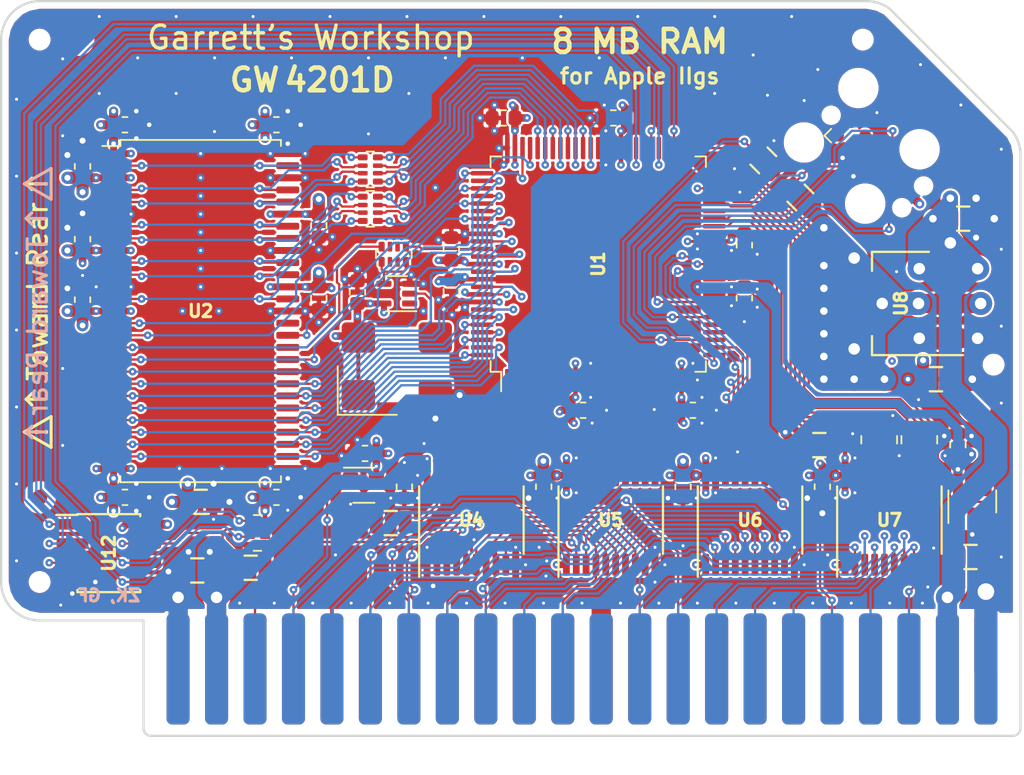
<source format=kicad_pcb>
(kicad_pcb (version 20171130) (host pcbnew "(5.1.5-0-10_14)")
  (title_block (title "GW4201D (RAM2GS II) - LCMXO256") (date 2021-04-30) (rev 2.0) (company "Garrett's Workshop"))
  (layers (0 F.Cu signal) (1 In1.Cu power) (2 In2.Cu power) (31 B.Cu signal) (34 B.Paste user) (35 F.Paste user) (36 B.SilkS user) (37 F.SilkS user) (38 B.Mask user) (39 F.Mask user) (44 Edge.Cuts user))
  (net 0 "")
  (net 1 GND)
  (net 2 /FA15)
  (net 3 /FA14)
  (net 4 /FA13)
  (net 5 /FA12)
  (net 6 /FA11)
  (net 7 /FA10)
  (net 8 /~CRAS~)
  (net 9 /ABORT)
  (net 10 /PH2)
  (net 11 /~CSEL~)
  (net 12 /~CROMSEL~)
  (net 13 /CROW1)
  (net 14 /CROW0)
  (net 15 /~CCAS~)
  (net 16 /~FWE~)
  (net 17 /FRA1)
  (net 18 /FRA2)
  (net 19 /FRA0)
  (net 20 /FRA7)
  (net 21 /FRA5)
  (net 22 /FRA4)
  (net 23 /FRA3)
  (net 24 /FRA6)
  (net 25 /FRA8)
  (net 26 /FRA9)
  (net 27 /FD2)
  (net 28 /FD7)
  (net 29 /FD0)
  (net 30 /FD6)
  (net 31 /FD4)
  (net 32 /FD5)
  (net 33 /FD3)
  (net 34 /FD1)
  (net 35 "Net-(RN1-Pad1)")
  (net 36 /AClk)
  (net 37 /RClk)
  (net 38 +3V3)
  (net 39 /Dout5)
  (net 40 /Dout6)
  (net 41 /Dout4)
  (net 42 /Dout7)
  (net 43 /Dout2)
  (net 44 /Dout1)
  (net 45 /Dout0)
  (net 46 /Dout3)
  (net 47 /Din3)
  (net 48 /Din0)
  (net 49 /Din1)
  (net 50 /Din2)
  (net 51 /Din7)
  (net 52 /Din4)
  (net 53 /Din6)
  (net 54 /Din5)
  (net 55 /~WE~in)
  (net 56 /Ain0)
  (net 57 /Ain2)
  (net 58 /Ain1)
  (net 59 /PH2in)
  (net 60 /~CCAS~in)
  (net 61 /CROWin0)
  (net 62 /CROWin1)
  (net 63 /~CRAS~in)
  (net 64 /RD0)
  (net 65 /RD2)
  (net 66 /RD1)
  (net 67 /RD3)
  (net 68 /RD1r)
  (net 69 /RD0r)
  (net 70 /RD2r)
  (net 71 /RD3r)
  (net 72 /RD7r)
  (net 73 /RD6r)
  (net 74 /RD4r)
  (net 75 /RD5r)
  (net 76 /RD7)
  (net 77 /RD5)
  (net 78 /RD6)
  (net 79 /RD4)
  (net 80 /Ain7)
  (net 81 /Ain5)
  (net 82 /Ain4)
  (net 83 /Ain3)
  (net 84 /Ain6)
  (net 85 /Ain8)
  (net 86 /Ain9)
  (net 87 /DQMH)
  (net 88 /CKE)
  (net 89 /RA11)
  (net 90 /RA9)
  (net 91 /RA8)
  (net 92 /RA7)
  (net 93 /RA6)
  (net 94 /RA5)
  (net 95 /RA4)
  (net 96 /RA3)
  (net 97 /RA2)
  (net 98 /RA1)
  (net 99 /RA0)
  (net 100 /RA10)
  (net 101 /BA1)
  (net 102 /BA0)
  (net 103 /R~CS~)
  (net 104 /R~RAS~)
  (net 105 /R~CAS~)
  (net 106 /R~WE~)
  (net 107 /DQML)
  (net 108 "Net-(RN4-Pad1)")
  (net 109 "Net-(RN4-Pad3)")
  (net 110 "Net-(RN4-Pad2)")
  (net 111 "Net-(RN4-Pad4)")
  (net 112 "Net-(RN5-Pad4)")
  (net 113 "Net-(RN5-Pad2)")
  (net 114 "Net-(RN5-Pad3)")
  (net 115 "Net-(RN5-Pad1)")
  (net 116 "Net-(U10-Pad2)")
  (net 117 /TDI)
  (net 118 "Net-(J2-Pad8)")
  (net 119 /TMS)
  (net 120 /TDO)
  (net 121 /TCK)
  (net 122 +5V)
  (net 123 "Net-(U9-Pad1)")
  (net 124 "Net-(U10-Pad1)")
  (net 125 "Net-(R3-Pad2)")
  (net 126 "Net-(R3-Pad1)")
  (net 127 "Net-(RN1-Pad6)")
  (net 128 "Net-(RN1-Pad7)")
  (net 129 "Net-(RN1-Pad2)")
  (net 130 "Net-(RN1-Pad3)")
  (net 131 /MISO)
  (net 132 /MOSI)
  (net 133 /SCK)
  (net 134 /S~CS~)
  (net 135 +1V2)
  (net 136 "Net-(U1-Pad9)")
  (net 137 "Net-(U1-Pad11)")
  (net 138 "Net-(U1-Pad13)")
  (net 139 "Net-(U1-Pad32)")
  (net 140 "Net-(U1-Pad34)")
  (net 141 "Net-(U1-Pad36)")
  (net 142 "Net-(U1-Pad48)")
  (net 143 "Net-(U1-Pad52)")
  (net 144 "Net-(U1-Pad54)")
  (net 145 "Net-(U1-Pad57)")
  (net 146 "Net-(U1-Pad59)")
  (net 147 "Net-(U1-Pad61)")
  (net 148 "Net-(U1-Pad63)")
  (net 149 "Net-(J2-Pad10)")
  (net 150 "Net-(J2-Pad9)")
  (net 151 /~HLD~)
  (net 152 "Net-(U11-Pad4)")
  (module stdpads:SOIC-8_3.9mm (layer F.Cu) (at 53.086 127.635 270)
    (fp_text reference U12)
    (fp_text value 25F010)
    (fp_text user %R (at 0 0 270) (layer F.SilkS) (effects (font (size 0.8128 0.8128) (thickness 0.2032))))
    (pad 1 smd roundrect (at -1.905 2.4) (size 2.1 0.7) (layers F.Cu F.Paste F.Mask) (net 134 /S~CS~))
    (pad 2 smd roundrect (at -0.635 2.4) (size 2.1 0.7) (layers F.Cu F.Paste F.Mask) (net 131 /MISO))
    (pad 3 smd roundrect (at 0.635 2.4) (size 2.1 0.7) (layers F.Cu F.Paste F.Mask) (net 38 +3V3))
    (pad 4 smd roundrect (at 1.905 2.4) (size 2.1 0.7) (layers F.Cu F.Paste F.Mask) (net 1 GND))
    (pad 5 smd roundrect (at 1.905 -2.4) (size 2.1 0.7) (layers F.Cu F.Paste F.Mask) (net 132 /MOSI))
    (pad 6 smd roundrect (at 0.635 -2.4) (size 2.1 0.7) (layers F.Cu F.Paste F.Mask) (net 133 /SCK))
    (pad 7 smd roundrect (at -0.635 -2.4) (size 2.1 0.7) (layers F.Cu F.Paste F.Mask) (net 151 /~HLD~))
    (pad 8 smd roundrect (at -1.905 -2.4) (size 2.1 0.7) (layers F.Cu F.Paste F.Mask) (net 38 +3V3))
  )
  (module stdpads:PasteHole_1.152mm_NPTH (layer F.Cu) (at 48.514 129.54)
    (fp_text reference H4)
    (fp_text value " " hide)
    (pad "" np_thru_hole circle (at 0 0) (size 1.152 1.152) (drill 1.152) (layers *.Cu *.Mask))
  )
  (module stdpads:Fiducial (layer F.Cu) (at 48.514 123.952)
    (fp_text reference FID4)
    (fp_text value Fiducial hide)
    (pad ~ smd circle (at 0 0) (size 1 1) (layers F.Cu F.Mask) (clearance 0.575))
  )
  (module stdpads:TQFP-100_14x14mm_P0.5mm (layer F.Cu) (at 85.4 108.55)
    (fp_text reference U1)
    (fp_text value LCMXO256-TQFP-100)
    (fp_text user %R (at 0 0 -270) (layer F.SilkS) (effects (font (size 0.8128 0.8128) (thickness 0.2032))))
    (pad 1 smd roundrect (at -6 7.6625 90) (size 1.475 0.3) (layers F.Cu F.Paste F.Mask) (net 45 /Dout0))
    (pad 2 smd roundrect (at -5.5 7.6625 90) (size 1.475 0.3) (layers F.Cu F.Paste F.Mask) (net 40 /Dout6))
    (pad 3 smd roundrect (at -5 7.6625 90) (size 1.475 0.3) (layers F.Cu F.Paste F.Mask) (net 42 /Dout7))
    (pad 4 smd roundrect (at -4.5 7.6625 90) (size 1.475 0.3) (layers F.Cu F.Paste F.Mask) (net 41 /Dout4))
    (pad 5 smd roundrect (at -4 7.6625 90) (size 1.475 0.3) (layers F.Cu F.Paste F.Mask) (net 39 /Dout5))
    (pad 6 smd roundrect (at -3.5 7.6625 90) (size 1.475 0.3) (layers F.Cu F.Paste F.Mask) (net 46 /Dout3))
    (pad 7 smd roundrect (at -3 7.6625 90) (size 1.475 0.3) (layers F.Cu F.Paste F.Mask) (net 44 /Dout1))
    (pad 8 smd roundrect (at -2.5 7.6625 90) (size 1.475 0.3) (layers F.Cu F.Paste F.Mask) (net 43 /Dout2))
    (pad 9 smd roundrect (at -2 7.6625 90) (size 1.475 0.3) (layers F.Cu F.Paste F.Mask) (net 136 "Net-(U1-Pad9)"))
    (pad 10 smd roundrect (at -1.5 7.6625 90) (size 1.475 0.3) (layers F.Cu F.Paste F.Mask) (net 38 +3V3))
    (pad 11 smd roundrect (at -1 7.6625 90) (size 1.475 0.3) (layers F.Cu F.Paste F.Mask) (net 137 "Net-(U1-Pad11)"))
    (pad 12 smd roundrect (at -0.5 7.6625 90) (size 1.475 0.3) (layers F.Cu F.Paste F.Mask) (net 1 GND))
    (pad 13 smd roundrect (at 0 7.6625 90) (size 1.475 0.3) (layers F.Cu F.Paste F.Mask) (net 138 "Net-(U1-Pad13)"))
    (pad 14 smd roundrect (at 0.5 7.6625 90) (size 1.475 0.3) (layers F.Cu F.Paste F.Mask) (net 50 /Din2))
    (pad 15 smd roundrect (at 1 7.6625 90) (size 1.475 0.3) (layers F.Cu F.Paste F.Mask) (net 49 /Din1))
    (pad 16 smd roundrect (at 1.5 7.6625 90) (size 1.475 0.3) (layers F.Cu F.Paste F.Mask) (net 47 /Din3))
    (pad 17 smd roundrect (at 2 7.6625 90) (size 1.475 0.3) (layers F.Cu F.Paste F.Mask) (net 54 /Din5))
    (pad 18 smd roundrect (at 2.5 7.6625 90) (size 1.475 0.3) (layers F.Cu F.Paste F.Mask) (net 52 /Din4))
    (pad 19 smd roundrect (at 3 7.6625 90) (size 1.475 0.3) (layers F.Cu F.Paste F.Mask) (net 51 /Din7))
    (pad 20 smd roundrect (at 3.5 7.6625 90) (size 1.475 0.3) (layers F.Cu F.Paste F.Mask) (net 53 /Din6))
    (pad 21 smd roundrect (at 4 7.6625 90) (size 1.475 0.3) (layers F.Cu F.Paste F.Mask) (net 48 /Din0))
    (pad 22 smd roundrect (at 4.5 7.6625 90) (size 1.475 0.3) (layers F.Cu F.Paste F.Mask) (net 55 /~WE~in))
    (pad 23 smd roundrect (at 5 7.6625 90) (size 1.475 0.3) (layers F.Cu F.Paste F.Mask) (net 56 /Ain0))
    (pad 24 smd roundrect (at 5.5 7.6625 90) (size 1.475 0.3) (layers F.Cu F.Paste F.Mask) (net 38 +3V3))
    (pad 25 smd roundrect (at 6 7.6625 90) (size 1.475 0.3) (layers F.Cu F.Paste F.Mask) (net 1 GND))
    (pad 26 smd roundrect (at 7.6625 6 90) (size 0.3 1.475) (layers F.Cu F.Paste F.Mask) (net 119 /TMS))
    (pad 27 smd roundrect (at 7.6625 5.5 90) (size 0.3 1.475) (layers F.Cu F.Paste F.Mask) (net 60 /~CCAS~in))
    (pad 28 smd roundrect (at 7.6625 5 90) (size 0.3 1.475) (layers F.Cu F.Paste F.Mask) (net 121 /TCK))
    (pad 29 smd roundrect (at 7.6625 4.5 90) (size 0.3 1.475) (layers F.Cu F.Paste F.Mask) (net 61 /CROWin0))
    (pad 30 smd roundrect (at 7.6625 4 90) (size 0.3 1.475) (layers F.Cu F.Paste F.Mask) (net 62 /CROWin1))
    (pad 31 smd roundrect (at 7.6625 3.5 90) (size 0.3 1.475) (layers F.Cu F.Paste F.Mask) (net 120 /TDO))
    (pad 32 smd roundrect (at 7.6625 3 90) (size 0.3 1.475) (layers F.Cu F.Paste F.Mask) (net 139 "Net-(U1-Pad32)"))
    (pad 33 smd roundrect (at 7.6625 2.5 90) (size 0.3 1.475) (layers F.Cu F.Paste F.Mask) (net 117 /TDI))
    (pad 34 smd roundrect (at 7.6625 2 90) (size 0.3 1.475) (layers F.Cu F.Paste F.Mask) (net 140 "Net-(U1-Pad34)"))
    (pad 35 smd roundrect (at 7.6625 1.5 90) (size 0.3 1.475) (layers F.Cu F.Paste F.Mask) (net 135 +1V2))
    (pad 36 smd roundrect (at 7.6625 1 90) (size 0.3 1.475) (layers F.Cu F.Paste F.Mask) (net 141 "Net-(U1-Pad36)"))
    (pad 37 smd roundrect (at 7.6625 0.5 90) (size 0.3 1.475) (layers F.Cu F.Paste F.Mask) (net 57 /Ain2))
    (pad 38 smd roundrect (at 7.6625 0 90) (size 0.3 1.475) (layers F.Cu F.Paste F.Mask) (net 58 /Ain1))
    (pad 39 smd roundrect (at 7.6625 -0.5 90) (size 0.3 1.475) (layers F.Cu F.Paste F.Mask) (net 59 /PH2in))
    (pad 40 smd roundrect (at 7.6625 -1 90) (size 0.3 1.475) (layers F.Cu F.Paste F.Mask) (net 1 GND))
    (pad 41 smd roundrect (at 7.6625 -1.5 90) (size 0.3 1.475) (layers F.Cu F.Paste F.Mask) (net 38 +3V3))
    (pad 42 smd roundrect (at 7.6625 -2 90) (size 0.3 1.475) (layers F.Cu F.Paste F.Mask) (net 1 GND))
    (pad 43 smd roundrect (at 7.6625 -2.5 90) (size 0.3 1.475) (layers F.Cu F.Paste F.Mask) (net 63 /~CRAS~in))
    (pad 44 smd roundrect (at 7.6625 -3 90) (size 0.3 1.475) (layers F.Cu F.Paste F.Mask) (net 80 /Ain7))
    (pad 45 smd roundrect (at 7.6625 -3.5 90) (size 0.3 1.475) (layers F.Cu F.Paste F.Mask) (net 81 /Ain5))
    (pad 46 smd roundrect (at 7.6625 -4 90) (size 0.3 1.475) (layers F.Cu F.Paste F.Mask) (net 82 /Ain4))
    (pad 47 smd roundrect (at 7.6625 -4.5 90) (size 0.3 1.475) (layers F.Cu F.Paste F.Mask) (net 83 /Ain3))
    (pad 48 smd roundrect (at 7.6625 -5 90) (size 0.3 1.475) (layers F.Cu F.Paste F.Mask) (net 142 "Net-(U1-Pad48)"))
    (pad 49 smd roundrect (at 7.6625 -5.5 90) (size 0.3 1.475) (layers F.Cu F.Paste F.Mask) (net 84 /Ain6))
    (pad 50 smd roundrect (at 7.6625 -6 90) (size 0.3 1.475) (layers F.Cu F.Paste F.Mask) (net 85 /Ain8))
    (pad 51 smd roundrect (at 6 -7.6625 90) (size 1.475 0.3) (layers F.Cu F.Paste F.Mask) (net 86 /Ain9))
    (pad 52 smd roundrect (at 5.5 -7.6625 90) (size 1.475 0.3) (layers F.Cu F.Paste F.Mask) (net 143 "Net-(U1-Pad52)"))
    (pad 53 smd roundrect (at 5 -7.6625 90) (size 1.475 0.3) (layers F.Cu F.Paste F.Mask) (net 134 /S~CS~))
    (pad 54 smd roundrect (at 4.5 -7.6625 90) (size 1.475 0.3) (layers F.Cu F.Paste F.Mask) (net 144 "Net-(U1-Pad54)"))
    (pad 55 smd roundrect (at 4 -7.6625 90) (size 1.475 0.3) (layers F.Cu F.Paste F.Mask) (net 131 /MISO))
    (pad 56 smd roundrect (at 3.5 -7.6625 90) (size 1.475 0.3) (layers F.Cu F.Paste F.Mask) (net 132 /MOSI))
    (pad 57 smd roundrect (at 3 -7.6625 90) (size 1.475 0.3) (layers F.Cu F.Paste F.Mask) (net 145 "Net-(U1-Pad57)"))
    (pad 58 smd roundrect (at 2.5 -7.6625 90) (size 1.475 0.3) (layers F.Cu F.Paste F.Mask) (net 133 /SCK))
    (pad 59 smd roundrect (at 2 -7.6625 90) (size 1.475 0.3) (layers F.Cu F.Paste F.Mask) (net 146 "Net-(U1-Pad59)"))
    (pad 60 smd roundrect (at 1.5 -7.6625 90) (size 1.475 0.3) (layers F.Cu F.Paste F.Mask) (net 38 +3V3))
    (pad 61 smd roundrect (at 1 -7.6625 90) (size 1.475 0.3) (layers F.Cu F.Paste F.Mask) (net 147 "Net-(U1-Pad61)"))
    (pad 62 smd roundrect (at 0.5 -7.6625 90) (size 1.475 0.3) (layers F.Cu F.Paste F.Mask) (net 1 GND))
    (pad 63 smd roundrect (at 0 -7.6625 90) (size 1.475 0.3) (layers F.Cu F.Paste F.Mask) (net 148 "Net-(U1-Pad63)"))
    (pad 64 smd roundrect (at -0.5 -7.6625 90) (size 1.475 0.3) (layers F.Cu F.Paste F.Mask) (net 69 /RD0r))
    (pad 65 smd roundrect (at -1 -7.6625 90) (size 1.475 0.3) (layers F.Cu F.Paste F.Mask) (net 68 /RD1r))
    (pad 66 smd roundrect (at -1.5 -7.6625 90) (size 1.475 0.3) (layers F.Cu F.Paste F.Mask) (net 71 /RD3r))
    (pad 67 smd roundrect (at -2 -7.6625 90) (size 1.475 0.3) (layers F.Cu F.Paste F.Mask) (net 70 /RD2r))
    (pad 68 smd roundrect (at -2.5 -7.6625 90) (size 1.475 0.3) (layers F.Cu F.Paste F.Mask) (net 75 /RD5r))
    (pad 69 smd roundrect (at -3 -7.6625 90) (size 1.475 0.3) (layers F.Cu F.Paste F.Mask) (net 74 /RD4r))
    (pad 70 smd roundrect (at -3.5 -7.6625 90) (size 1.475 0.3) (layers F.Cu F.Paste F.Mask) (net 73 /RD6r))
    (pad 71 smd roundrect (at -4 -7.6625 90) (size 1.475 0.3) (layers F.Cu F.Paste F.Mask) (net 72 /RD7r))
    (pad 72 smd roundrect (at -4.5 -7.6625 90) (size 1.475 0.3) (layers F.Cu F.Paste F.Mask) (net 107 /DQML))
    (pad 73 smd roundrect (at -5 -7.6625 90) (size 1.475 0.3) (layers F.Cu F.Paste F.Mask) (net 104 /R~RAS~))
    (pad 74 smd roundrect (at -5.5 -7.6625 90) (size 1.475 0.3) (layers F.Cu F.Paste F.Mask) (net 38 +3V3))
    (pad 75 smd roundrect (at -6 -7.6625 90) (size 1.475 0.3) (layers F.Cu F.Paste F.Mask) (net 1 GND))
    (pad 76 smd roundrect (at -7.6625 -6 90) (size 0.3 1.475) (layers F.Cu F.Paste F.Mask) (net 106 /R~WE~))
    (pad 77 smd roundrect (at -7.6625 -5.5 90) (size 0.3 1.475) (layers F.Cu F.Paste F.Mask) (net 103 /R~CS~))
    (pad 78 smd roundrect (at -7.6625 -5 90) (size 0.3 1.475) (layers F.Cu F.Paste F.Mask) (net 87 /DQMH))
    (pad 79 smd roundrect (at -7.6625 -4.5 90) (size 0.3 1.475) (layers F.Cu F.Paste F.Mask) (net 102 /BA0))
    (pad 80 smd roundrect (at -7.6625 -4 90) (size 0.3 1.475) (layers F.Cu F.Paste F.Mask) (net 105 /R~CAS~))
    (pad 81 smd roundrect (at -7.6625 -3.5 90) (size 0.3 1.475) (layers F.Cu F.Paste F.Mask) (net 89 /RA11))
    (pad 82 smd roundrect (at -7.6625 -3 90) (size 0.3 1.475) (layers F.Cu F.Paste F.Mask) (net 88 /CKE))
    (pad 83 smd roundrect (at -7.6625 -2.5 90) (size 0.3 1.475) (layers F.Cu F.Paste F.Mask) (net 101 /BA1))
    (pad 84 smd roundrect (at -7.6625 -2 90) (size 0.3 1.475) (layers F.Cu F.Paste F.Mask) (net 1 GND))
    (pad 85 smd roundrect (at -7.6625 -1.5 90) (size 0.3 1.475) (layers F.Cu F.Paste F.Mask) (net 90 /RA9))
    (pad 86 smd roundrect (at -7.6625 -1 90) (size 0.3 1.475) (layers F.Cu F.Paste F.Mask) (net 36 /AClk))
    (pad 87 smd roundrect (at -7.6625 -0.5 90) (size 0.3 1.475) (layers F.Cu F.Paste F.Mask) (net 100 /RA10))
    (pad 88 smd roundrect (at -7.6625 0 90) (size 0.3 1.475) (layers F.Cu F.Paste F.Mask) (net 38 +3V3))
    (pad 89 smd roundrect (at -7.6625 0.5 90) (size 0.3 1.475) (layers F.Cu F.Paste F.Mask) (net 98 /RA1))
    (pad 90 smd roundrect (at -7.6625 1 90) (size 0.3 1.475) (layers F.Cu F.Paste F.Mask) (net 135 +1V2))
    (pad 91 smd roundrect (at -7.6625 1.5 90) (size 0.3 1.475) (layers F.Cu F.Paste F.Mask) (net 93 /RA6))
    (pad 92 smd roundrect (at -7.6625 2 90) (size 0.3 1.475) (layers F.Cu F.Paste F.Mask) (net 38 +3V3))
    (pad 93 smd roundrect (at -7.6625 2.5 90) (size 0.3 1.475) (layers F.Cu F.Paste F.Mask) (net 1 GND))
    (pad 94 smd roundrect (at -7.6625 3 90) (size 0.3 1.475) (layers F.Cu F.Paste F.Mask) (net 97 /RA2))
    (pad 95 smd roundrect (at -7.6625 3.5 90) (size 0.3 1.475) (layers F.Cu F.Paste F.Mask) (net 94 /RA5))
    (pad 96 smd roundrect (at -7.6625 4 90) (size 0.3 1.475) (layers F.Cu F.Paste F.Mask) (net 91 /RA8))
    (pad 97 smd roundrect (at -7.6625 4.5 90) (size 0.3 1.475) (layers F.Cu F.Paste F.Mask) (net 96 /RA3))
    (pad 98 smd roundrect (at -7.6625 5 90) (size 0.3 1.475) (layers F.Cu F.Paste F.Mask) (net 99 /RA0))
    (pad 99 smd roundrect (at -7.6625 5.5 90) (size 0.3 1.475) (layers F.Cu F.Paste F.Mask) (net 95 /RA4))
    (pad 100 smd roundrect (at -7.6625 6 90) (size 0.3 1.475) (layers F.Cu F.Paste F.Mask) (net 92 /RA7))
  )
  (module stdpads:C_0603 (layer F.Cu) (at 75.7 107.55 90)
    (fp_text reference C11)
    (fp_text value 2u2)
    (pad 2 smd roundrect (at 0.75 0 90) (size 0.85 0.95) (layers F.Cu F.Paste F.Mask) (net 1 GND))
    (pad 1 smd roundrect (at -0.75 0 90) (size 0.85 0.95) (layers F.Cu F.Paste F.Mask) (net 38 +3V3))
  )
  (module stdpads:C_0603 (layer F.Cu) (at 75.7 110.35 270)
    (fp_text reference C15)
    (fp_text value 2u2)
    (pad 1 smd roundrect (at -0.75 0 270) (size 0.85 0.95) (layers F.Cu F.Paste F.Mask) (net 135 +1V2))
    (pad 2 smd roundrect (at 0.75 0 270) (size 0.85 0.95) (layers F.Cu F.Paste F.Mask) (net 1 GND))
  )
  (module stdpads:C_0603 (layer F.Cu) (at 84.4 118.2)
    (fp_text reference C9)
    (fp_text value 2u2)
    (pad 2 smd roundrect (at 0.75 0) (size 0.85 0.95) (layers F.Cu F.Paste F.Mask) (net 1 GND))
    (pad 1 smd roundrect (at -0.75 0) (size 0.85 0.95) (layers F.Cu F.Paste F.Mask) (net 38 +3V3))
  )
  (module stdpads:C_0603 (layer F.Cu) (at 91.65 118.2)
    (fp_text reference C29)
    (fp_text value 2u2)
    (pad 1 smd roundrect (at -0.75 0) (size 0.85 0.95) (layers F.Cu F.Paste F.Mask) (net 38 +3V3))
    (pad 2 smd roundrect (at 0.75 0) (size 0.85 0.95) (layers F.Cu F.Paste F.Mask) (net 1 GND))
  )
  (module stdpads:C_0603 (layer F.Cu) (at 95.05 110.8 270)
    (fp_text reference C14)
    (fp_text value 2u2)
    (pad 2 smd roundrect (at 0.75 0 270) (size 0.85 0.95) (layers F.Cu F.Paste F.Mask) (net 1 GND))
    (pad 1 smd roundrect (at -0.75 0 270) (size 0.85 0.95) (layers F.Cu F.Paste F.Mask) (net 135 +1V2))
  )
  (module stdpads:R_0805 (layer F.Cu) (at 96.3 101.7 315)
    (fp_text reference R1)
    (fp_text value 22k)
    (pad 2 smd roundrect (at 0.95 0 315) (size 0.85 1.4) (layers F.Cu F.Paste F.Mask) (net 1 GND))
    (pad 1 smd roundrect (at -0.95 0 315) (size 0.85 1.4) (layers F.Cu F.Paste F.Mask) (net 121 /TCK))
  )
  (module stdpads:TSSOP-20_4.4x6.5mm_P0.65mm (layer F.Cu) (at 77.025 125.45)
    (fp_text reference U4)
    (fp_text value 74AHCT245PW)
    (fp_text user %R (at 0 0) (layer F.SilkS) (effects (font (size 0.8128 0.8128) (thickness 0.2032))))
    (pad 20 smd roundrect (at -2.925 -2.95 90) (size 1.45 0.45) (layers F.Cu F.Paste F.Mask) (net 122 +5V))
    (pad 19 smd roundrect (at -2.275 -2.95 90) (size 1.45 0.45) (layers F.Cu F.Paste F.Mask) (net 125 "Net-(R3-Pad2)"))
    (pad 18 smd roundrect (at -1.625 -2.95 90) (size 1.45 0.45) (layers F.Cu F.Paste F.Mask) (net 45 /Dout0))
    (pad 17 smd roundrect (at -0.975 -2.95 90) (size 1.45 0.45) (layers F.Cu F.Paste F.Mask) (net 40 /Dout6))
    (pad 16 smd roundrect (at -0.325 -2.95 90) (size 1.45 0.45) (layers F.Cu F.Paste F.Mask) (net 42 /Dout7))
    (pad 15 smd roundrect (at 0.325 -2.95 90) (size 1.45 0.45) (layers F.Cu F.Paste F.Mask) (net 41 /Dout4))
    (pad 14 smd roundrect (at 0.975 -2.95 90) (size 1.45 0.45) (layers F.Cu F.Paste F.Mask) (net 39 /Dout5))
    (pad 13 smd roundrect (at 1.625 -2.95 90) (size 1.45 0.45) (layers F.Cu F.Paste F.Mask) (net 46 /Dout3))
    (pad 12 smd roundrect (at 2.275 -2.95 90) (size 1.45 0.45) (layers F.Cu F.Paste F.Mask) (net 44 /Dout1))
    (pad 11 smd roundrect (at 2.925 -2.95 90) (size 1.45 0.45) (layers F.Cu F.Paste F.Mask) (net 43 /Dout2))
    (pad 10 smd roundrect (at 2.925 2.95 90) (size 1.45 0.45) (layers F.Cu F.Paste F.Mask) (net 1 GND))
    (pad 9 smd roundrect (at 2.275 2.95 90) (size 1.45 0.45) (layers F.Cu F.Paste F.Mask) (net 27 /FD2))
    (pad 8 smd roundrect (at 1.625 2.95 90) (size 1.45 0.45) (layers F.Cu F.Paste F.Mask) (net 34 /FD1))
    (pad 7 smd roundrect (at 0.975 2.95 90) (size 1.45 0.45) (layers F.Cu F.Paste F.Mask) (net 33 /FD3))
    (pad 6 smd roundrect (at 0.325 2.95 90) (size 1.45 0.45) (layers F.Cu F.Paste F.Mask) (net 32 /FD5))
    (pad 5 smd roundrect (at -0.325 2.95 90) (size 1.45 0.45) (layers F.Cu F.Paste F.Mask) (net 31 /FD4))
    (pad 4 smd roundrect (at -0.975 2.95 90) (size 1.45 0.45) (layers F.Cu F.Paste F.Mask) (net 28 /FD7))
    (pad 3 smd roundrect (at -1.625 2.95 90) (size 1.45 0.45) (layers F.Cu F.Paste F.Mask) (net 30 /FD6))
    (pad 2 smd roundrect (at -2.275 2.95 90) (size 1.45 0.45) (layers F.Cu F.Paste F.Mask) (net 29 /FD0))
    (pad 1 smd roundrect (at -2.925 2.95 90) (size 1.45 0.45) (layers F.Cu F.Paste F.Mask) (net 1 GND))
  )
  (module stdpads:SOT-353 (layer F.Cu) (at 72.1 110.5)
    (fp_text reference U10)
    (fp_text value 74LVC1G04GW)
    (pad 5 smd roundrect (at -0.85 0.65 180) (size 1 0.4) (layers F.Cu F.Paste F.Mask) (net 38 +3V3))
    (pad 4 smd roundrect (at -0.85 -0.65 180) (size 1 0.4) (layers F.Cu F.Paste F.Mask) (net 35 "Net-(RN1-Pad1)"))
    (pad 2 smd roundrect (at 0.85 0 180) (size 1 0.4) (layers F.Cu F.Paste F.Mask) (net 116 "Net-(U10-Pad2)"))
    (pad 1 smd roundrect (at 0.85 0.65 180) (size 1 0.4) (layers F.Cu F.Paste F.Mask) (net 124 "Net-(U10-Pad1)"))
    (pad 3 smd roundrect (at 0.85 -0.65 180) (size 1 0.4) (layers F.Cu F.Paste F.Mask) (net 1 GND))
  )
  (module stdpads:SOT-353 (layer F.Cu) (at 69.9 123.15 180)
    (fp_text reference U9)
    (fp_text value 74LVC1G04GW)
    (pad 5 smd roundrect (at -0.85 0.65) (size 1 0.4) (layers F.Cu F.Paste F.Mask) (net 38 +3V3))
    (pad 4 smd roundrect (at -0.85 -0.65) (size 1 0.4) (layers F.Cu F.Paste F.Mask) (net 126 "Net-(R3-Pad1)"))
    (pad 2 smd roundrect (at 0.85 0) (size 1 0.4) (layers F.Cu F.Paste F.Mask) (net 11 /~CSEL~))
    (pad 1 smd roundrect (at 0.85 0.65) (size 1 0.4) (layers F.Cu F.Paste F.Mask) (net 123 "Net-(U9-Pad1)"))
    (pad 3 smd roundrect (at 0.85 -0.65) (size 1 0.4) (layers F.Cu F.Paste F.Mask) (net 1 GND))
  )
  (module stdpads:SOT-223 (layer F.Cu) (at 105.387 111.15)
    (fp_text reference U8 (at 0 0 270) (layer F.SilkS) (effects (font (size 0.8128 0.8128) (thickness 0.2032))))
    (fp_text value AZ1117CH-3.3TRG1)
    (pad 1 smd roundrect (at 3.15 2.3 180) (size 2 1.5) (layers F.Cu F.Paste F.Mask) (roundrect_rratio 0.2) (net 1 GND))
    (pad 3 smd roundrect (at 3.15 -2.3 180) (size 2 1.5) (layers F.Cu F.Paste F.Mask) (roundrect_rratio 0.2) (net 122 +5V))
    (pad 2 smd roundrect (at 3.15 0 180) (size 2 1.5) (layers F.Cu F.Paste F.Mask) (roundrect_rratio 0.2) (net 38 +3V3))
    (pad 2 smd roundrect (at -3.15 0 180) (size 2 3.8) (layers F.Cu F.Paste F.Mask) (roundrect_rratio 0.15) (net 38 +3V3))
  )
  (module stdpads:TSSOP-20_4.4x6.5mm_P0.65mm (layer F.Cu) (at 95.425 125.45)
    (fp_text reference U6)
    (fp_text value 74LVC245APW)
    (fp_text user %R (at 0 0) (layer F.SilkS) (effects (font (size 0.8128 0.8128) (thickness 0.2032))))
    (pad 20 smd roundrect (at -2.925 -2.95 90) (size 1.45 0.45) (layers F.Cu F.Paste F.Mask) (net 38 +3V3))
    (pad 19 smd roundrect (at -2.275 -2.95 90) (size 1.45 0.45) (layers F.Cu F.Paste F.Mask) (net 1 GND))
    (pad 18 smd roundrect (at -1.625 -2.95 90) (size 1.45 0.45) (layers F.Cu F.Paste F.Mask) (net 55 /~WE~in))
    (pad 17 smd roundrect (at -0.975 -2.95 90) (size 1.45 0.45) (layers F.Cu F.Paste F.Mask) (net 56 /Ain0))
    (pad 16 smd roundrect (at -0.325 -2.95 90) (size 1.45 0.45) (layers F.Cu F.Paste F.Mask) (net 57 /Ain2))
    (pad 15 smd roundrect (at 0.325 -2.95 90) (size 1.45 0.45) (layers F.Cu F.Paste F.Mask) (net 58 /Ain1))
    (pad 14 smd roundrect (at 0.975 -2.95 90) (size 1.45 0.45) (layers F.Cu F.Paste F.Mask) (net 59 /PH2in))
    (pad 13 smd roundrect (at 1.625 -2.95 90) (size 1.45 0.45) (layers F.Cu F.Paste F.Mask) (net 60 /~CCAS~in))
    (pad 12 smd roundrect (at 2.275 -2.95 90) (size 1.45 0.45) (layers F.Cu F.Paste F.Mask) (net 61 /CROWin0))
    (pad 11 smd roundrect (at 2.925 -2.95 90) (size 1.45 0.45) (layers F.Cu F.Paste F.Mask) (net 62 /CROWin1))
    (pad 10 smd roundrect (at 2.925 2.95 90) (size 1.45 0.45) (layers F.Cu F.Paste F.Mask) (net 1 GND))
    (pad 9 smd roundrect (at 2.275 2.95 90) (size 1.45 0.45) (layers F.Cu F.Paste F.Mask) (net 13 /CROW1))
    (pad 8 smd roundrect (at 1.625 2.95 90) (size 1.45 0.45) (layers F.Cu F.Paste F.Mask) (net 14 /CROW0))
    (pad 7 smd roundrect (at 0.975 2.95 90) (size 1.45 0.45) (layers F.Cu F.Paste F.Mask) (net 15 /~CCAS~))
    (pad 6 smd roundrect (at 0.325 2.95 90) (size 1.45 0.45) (layers F.Cu F.Paste F.Mask) (net 10 /PH2))
    (pad 5 smd roundrect (at -0.325 2.95 90) (size 1.45 0.45) (layers F.Cu F.Paste F.Mask) (net 17 /FRA1))
    (pad 4 smd roundrect (at -0.975 2.95 90) (size 1.45 0.45) (layers F.Cu F.Paste F.Mask) (net 18 /FRA2))
    (pad 3 smd roundrect (at -1.625 2.95 90) (size 1.45 0.45) (layers F.Cu F.Paste F.Mask) (net 19 /FRA0))
    (pad 2 smd roundrect (at -2.275 2.95 90) (size 1.45 0.45) (layers F.Cu F.Paste F.Mask) (net 16 /~FWE~))
    (pad 1 smd roundrect (at -2.925 2.95 90) (size 1.45 0.45) (layers F.Cu F.Paste F.Mask) (net 38 +3V3))
  )
  (module stdpads:TSSOP-20_4.4x6.5mm_P0.65mm (layer F.Cu) (at 104.625 125.45)
    (fp_text reference U7)
    (fp_text value 74LVC245APW)
    (fp_text user %R (at 0 0) (layer F.SilkS) (effects (font (size 0.8128 0.8128) (thickness 0.2032))))
    (pad 20 smd roundrect (at -2.925 -2.95 90) (size 1.45 0.45) (layers F.Cu F.Paste F.Mask) (net 38 +3V3))
    (pad 19 smd roundrect (at -2.275 -2.95 90) (size 1.45 0.45) (layers F.Cu F.Paste F.Mask) (net 1 GND))
    (pad 18 smd roundrect (at -1.625 -2.95 90) (size 1.45 0.45) (layers F.Cu F.Paste F.Mask) (net 108 "Net-(RN4-Pad1)"))
    (pad 17 smd roundrect (at -0.975 -2.95 90) (size 1.45 0.45) (layers F.Cu F.Paste F.Mask) (net 110 "Net-(RN4-Pad2)"))
    (pad 16 smd roundrect (at -0.325 -2.95 90) (size 1.45 0.45) (layers F.Cu F.Paste F.Mask) (net 109 "Net-(RN4-Pad3)"))
    (pad 15 smd roundrect (at 0.325 -2.95 90) (size 1.45 0.45) (layers F.Cu F.Paste F.Mask) (net 111 "Net-(RN4-Pad4)"))
    (pad 14 smd roundrect (at 0.975 -2.95 90) (size 1.45 0.45) (layers F.Cu F.Paste F.Mask) (net 115 "Net-(RN5-Pad1)"))
    (pad 13 smd roundrect (at 1.625 -2.95 90) (size 1.45 0.45) (layers F.Cu F.Paste F.Mask) (net 113 "Net-(RN5-Pad2)"))
    (pad 12 smd roundrect (at 2.275 -2.95 90) (size 1.45 0.45) (layers F.Cu F.Paste F.Mask) (net 114 "Net-(RN5-Pad3)"))
    (pad 11 smd roundrect (at 2.925 -2.95 90) (size 1.45 0.45) (layers F.Cu F.Paste F.Mask) (net 112 "Net-(RN5-Pad4)"))
    (pad 10 smd roundrect (at 2.925 2.95 90) (size 1.45 0.45) (layers F.Cu F.Paste F.Mask) (net 1 GND))
    (pad 9 smd roundrect (at 2.275 2.95 90) (size 1.45 0.45) (layers F.Cu F.Paste F.Mask) (net 26 /FRA9))
    (pad 8 smd roundrect (at 1.625 2.95 90) (size 1.45 0.45) (layers F.Cu F.Paste F.Mask) (net 25 /FRA8))
    (pad 7 smd roundrect (at 0.975 2.95 90) (size 1.45 0.45) (layers F.Cu F.Paste F.Mask) (net 24 /FRA6))
    (pad 6 smd roundrect (at 0.325 2.95 90) (size 1.45 0.45) (layers F.Cu F.Paste F.Mask) (net 23 /FRA3))
    (pad 5 smd roundrect (at -0.325 2.95 90) (size 1.45 0.45) (layers F.Cu F.Paste F.Mask) (net 22 /FRA4))
    (pad 4 smd roundrect (at -0.975 2.95 90) (size 1.45 0.45) (layers F.Cu F.Paste F.Mask) (net 21 /FRA5))
    (pad 3 smd roundrect (at -1.625 2.95 90) (size 1.45 0.45) (layers F.Cu F.Paste F.Mask) (net 20 /FRA7))
    (pad 2 smd roundrect (at -2.275 2.95 90) (size 1.45 0.45) (layers F.Cu F.Paste F.Mask) (net 8 /~CRAS~))
    (pad 1 smd roundrect (at -2.925 2.95 90) (size 1.45 0.45) (layers F.Cu F.Paste F.Mask) (net 38 +3V3))
  )
  (module stdpads:TSSOP-20_4.4x6.5mm_P0.65mm (layer F.Cu) (at 86.225 125.45)
    (fp_text reference U5)
    (fp_text value 74LVC245APW)
    (fp_text user %R (at 0 0) (layer F.SilkS) (effects (font (size 0.8128 0.8128) (thickness 0.2032))))
    (pad 20 smd roundrect (at -2.925 -2.95 90) (size 1.45 0.45) (layers F.Cu F.Paste F.Mask) (net 38 +3V3))
    (pad 19 smd roundrect (at -2.275 -2.95 90) (size 1.45 0.45) (layers F.Cu F.Paste F.Mask) (net 1 GND))
    (pad 18 smd roundrect (at -1.625 -2.95 90) (size 1.45 0.45) (layers F.Cu F.Paste F.Mask) (net 50 /Din2))
    (pad 17 smd roundrect (at -0.975 -2.95 90) (size 1.45 0.45) (layers F.Cu F.Paste F.Mask) (net 49 /Din1))
    (pad 16 smd roundrect (at -0.325 -2.95 90) (size 1.45 0.45) (layers F.Cu F.Paste F.Mask) (net 47 /Din3))
    (pad 15 smd roundrect (at 0.325 -2.95 90) (size 1.45 0.45) (layers F.Cu F.Paste F.Mask) (net 54 /Din5))
    (pad 14 smd roundrect (at 0.975 -2.95 90) (size 1.45 0.45) (layers F.Cu F.Paste F.Mask) (net 52 /Din4))
    (pad 13 smd roundrect (at 1.625 -2.95 90) (size 1.45 0.45) (layers F.Cu F.Paste F.Mask) (net 51 /Din7))
    (pad 12 smd roundrect (at 2.275 -2.95 90) (size 1.45 0.45) (layers F.Cu F.Paste F.Mask) (net 53 /Din6))
    (pad 11 smd roundrect (at 2.925 -2.95 90) (size 1.45 0.45) (layers F.Cu F.Paste F.Mask) (net 48 /Din0))
    (pad 10 smd roundrect (at 2.925 2.95 90) (size 1.45 0.45) (layers F.Cu F.Paste F.Mask) (net 1 GND))
    (pad 9 smd roundrect (at 2.275 2.95 90) (size 1.45 0.45) (layers F.Cu F.Paste F.Mask) (net 29 /FD0))
    (pad 8 smd roundrect (at 1.625 2.95 90) (size 1.45 0.45) (layers F.Cu F.Paste F.Mask) (net 30 /FD6))
    (pad 7 smd roundrect (at 0.975 2.95 90) (size 1.45 0.45) (layers F.Cu F.Paste F.Mask) (net 28 /FD7))
    (pad 6 smd roundrect (at 0.325 2.95 90) (size 1.45 0.45) (layers F.Cu F.Paste F.Mask) (net 31 /FD4))
    (pad 5 smd roundrect (at -0.325 2.95 90) (size 1.45 0.45) (layers F.Cu F.Paste F.Mask) (net 32 /FD5))
    (pad 4 smd roundrect (at -0.975 2.95 90) (size 1.45 0.45) (layers F.Cu F.Paste F.Mask) (net 33 /FD3))
    (pad 3 smd roundrect (at -1.625 2.95 90) (size 1.45 0.45) (layers F.Cu F.Paste F.Mask) (net 34 /FD1))
    (pad 2 smd roundrect (at -2.275 2.95 90) (size 1.45 0.45) (layers F.Cu F.Paste F.Mask) (net 27 /FD2))
    (pad 1 smd roundrect (at -2.925 2.95 90) (size 1.45 0.45) (layers F.Cu F.Paste F.Mask) (net 38 +3V3))
  )
  (module stdpads:C_0603 (layer F.Cu) (at 54.15 99.35)
    (fp_text reference C17)
    (fp_text value 2u2)
    (pad 2 smd roundrect (at 0.75 0) (size 0.85 0.95) (layers F.Cu F.Paste F.Mask) (net 1 GND))
    (pad 1 smd roundrect (at -0.75 0) (size 0.85 0.95) (layers F.Cu F.Paste F.Mask) (net 38 +3V3))
  )
  (module stdpads:C_0805 (layer F.Cu) (at 59.15 124.25)
    (fp_text reference C26)
    (fp_text value 10u)
    (pad 2 smd roundrect (at 0.85 0) (size 1.05 1.4) (layers F.Cu F.Paste F.Mask) (net 1 GND))
    (pad 1 smd roundrect (at -0.85 0) (size 1.05 1.4) (layers F.Cu F.Paste F.Mask) (net 38 +3V3))
  )
  (module stdpads:C_0603 (layer F.Cu) (at 70 121.05 180)
    (fp_text reference C27)
    (fp_text value 2u2)
    (pad 2 smd roundrect (at 0.75 0 180) (size 0.85 0.95) (layers F.Cu F.Paste F.Mask) (net 1 GND))
    (pad 1 smd roundrect (at -0.75 0 180) (size 0.85 0.95) (layers F.Cu F.Paste F.Mask) (net 38 +3V3))
  )
  (module stdpads:C_0603 (layer F.Cu) (at 69.5 110.4 90)
    (fp_text reference C10)
    (fp_text value 2u2)
    (pad 2 smd roundrect (at 0.75 0 90) (size 0.85 0.95) (layers F.Cu F.Paste F.Mask) (net 1 GND))
    (pad 1 smd roundrect (at -0.75 0 90) (size 0.85 0.95) (layers F.Cu F.Paste F.Mask) (net 38 +3V3))
  )
  (module stdpads:AppleIIgsMemoryExpansion_Edge (layer F.Cu) (at 84.328 135.382)
    (fp_text reference J1)
    (fp_text value "Memory Expansion")
    (pad 1 smd roundrect (at 26.67 -0.1) (size 1.524 7.34) (layers B.Cu B.Mask) (net 1 GND))
    (pad 2 smd roundrect (at 24.13 -0.1) (size 1.524 7.34) (layers B.Cu B.Mask) (net 122 +5V))
    (pad 3 smd roundrect (at 21.59 -0.1) (size 1.524 7.34) (layers B.Cu B.Mask) (net 26 /FRA9))
    (pad 4 smd roundrect (at 19.05 -0.1) (size 1.524 7.34) (layers B.Cu B.Mask) (net 25 /FRA8))
    (pad 5 smd roundrect (at 16.51 -0.1) (size 1.524 7.34) (layers B.Cu B.Mask) (net 27 /FD2))
    (pad 6 smd roundrect (at 13.97 -0.1) (size 1.524 7.34) (layers B.Cu B.Mask) (net 24 /FRA6))
    (pad 7 smd roundrect (at 11.43 -0.1) (size 1.524 7.34) (layers B.Cu B.Mask) (net 23 /FRA3))
    (pad 8 smd roundrect (at 8.89 -0.1) (size 1.524 7.34) (layers B.Cu B.Mask) (net 22 /FRA4))
    (pad 9 smd roundrect (at 6.35 -0.1) (size 1.524 7.34) (layers B.Cu B.Mask) (net 21 /FRA5))
    (pad 10 smd roundrect (at 3.81 -0.1) (size 1.524 7.34) (layers B.Cu B.Mask) (net 20 /FRA7))
    (pad 11 smd roundrect (at 1.27 -0.1) (size 1.524 7.34) (layers B.Cu B.Mask) (net 122 +5V))
    (pad 12 smd roundrect (at -1.27 -0.1) (size 1.524 7.34) (layers B.Cu B.Mask) (net 16 /~FWE~))
    (pad 13 smd roundrect (at -3.81 -0.1) (size 1.524 7.34) (layers B.Cu B.Mask) (net 19 /FRA0))
    (pad 14 smd roundrect (at -6.35 -0.1) (size 1.524 7.34) (layers B.Cu B.Mask) (net 18 /FRA2))
    (pad 15 smd roundrect (at -8.89 -0.1) (size 1.524 7.34) (layers B.Cu B.Mask) (net 17 /FRA1))
    (pad 16 smd roundrect (at -11.43 -0.1) (size 1.524 7.34) (layers B.Cu B.Mask) (net 28 /FD7))
    (pad 17 smd roundrect (at -13.97 -0.1) (size 1.524 7.34) (layers B.Cu B.Mask) (net 15 /~CCAS~))
    (pad 18 smd roundrect (at -16.51 -0.1) (size 1.524 7.34) (layers B.Cu B.Mask) (net 14 /CROW0))
    (pad 19 smd roundrect (at -19.05 -0.1) (size 1.524 7.34) (layers B.Cu B.Mask) (net 13 /CROW1))
    (pad 20 smd roundrect (at -21.59 -0.1) (size 1.524 7.34) (layers B.Cu B.Mask) (net 12 /~CROMSEL~))
    (pad 21 smd roundrect (at -24.13 -0.1) (size 1.524 7.34) (layers B.Cu B.Mask) (net 122 +5V))
    (pad 22 smd roundrect (at -26.67 -0.1) (size 1.524 7.34) (layers B.Cu B.Mask) (net 1 GND))
    (pad 23 smd roundrect (at -26.67 -0.1) (size 1.524 7.34) (layers F.Cu F.Mask) (net 1 GND))
    (pad 24 smd roundrect (at -24.13 -0.1) (size 1.524 7.34) (layers F.Cu F.Mask) (net 122 +5V))
    (pad 25 smd roundrect (at -21.59 -0.1) (size 1.524 7.34) (layers F.Cu F.Mask) (net 29 /FD0))
    (pad 26 smd roundrect (at -19.05 -0.1) (size 1.524 7.34) (layers F.Cu F.Mask) (net 11 /~CSEL~))
    (pad 27 smd roundrect (at -16.51 -0.1) (size 1.524 7.34) (layers F.Cu F.Mask) (net 1 GND))
    (pad 28 smd roundrect (at -13.97 -0.1) (size 1.524 7.34) (layers F.Cu F.Mask) (net 30 /FD6))
    (pad 29 smd roundrect (at -11.43 -0.1) (size 1.524 7.34) (layers F.Cu F.Mask) (net 31 /FD4))
    (pad 30 smd roundrect (at -8.89 -0.1) (size 1.524 7.34) (layers F.Cu F.Mask) (net 32 /FD5))
    (pad 31 smd roundrect (at -6.35 -0.1) (size 1.524 7.34) (layers F.Cu F.Mask) (net 10 /PH2))
    (pad 32 smd roundrect (at -3.81 -0.1) (size 1.524 7.34) (layers F.Cu F.Mask) (net 9 /ABORT))
    (pad 33 smd roundrect (at -1.27 -0.1) (size 1.524 7.34) (layers F.Cu F.Mask) (net 33 /FD3))
    (pad 34 smd roundrect (at 1.27 -0.1) (size 1.524 7.34) (layers F.Cu F.Mask) (net 1 GND))
    (pad 35 smd roundrect (at 3.81 -0.1) (size 1.524 7.34) (layers F.Cu F.Mask) (net 8 /~CRAS~))
    (pad 36 smd roundrect (at 6.35 -0.1) (size 1.524 7.34) (layers F.Cu F.Mask) (net 34 /FD1))
    (pad 37 smd roundrect (at 8.89 -0.1) (size 1.524 7.34) (layers F.Cu F.Mask) (net 7 /FA10))
    (pad 38 smd roundrect (at 11.43 -0.1) (size 1.524 7.34) (layers F.Cu F.Mask) (net 6 /FA11))
    (pad 39 smd roundrect (at 13.97 -0.1) (size 1.524 7.34) (layers F.Cu F.Mask) (net 5 /FA12))
    (pad 40 smd roundrect (at 16.51 -0.1) (size 1.524 7.34) (layers F.Cu F.Mask) (net 4 /FA13))
    (pad 41 smd roundrect (at 19.05 -0.1) (size 1.524 7.34) (layers F.Cu F.Mask) (net 3 /FA14))
    (pad 42 smd roundrect (at 21.59 -0.1) (size 1.524 7.34) (layers F.Cu F.Mask) (net 2 /FA15))
    (pad 43 smd roundrect (at 24.13 -0.1) (size 1.524 7.34) (layers F.Cu F.Mask) (net 122 +5V))
    (pad 44 smd roundrect (at 26.67 -0.1) (size 1.524 7.34) (layers F.Cu F.Mask) (net 1 GND))
  )
  (module Connector:Tag-Connect_TC2050-IDC-FP_2x05_P1.27mm_Vertical (layer F.Cu) (at 103.474 101.415 315)
    (fp_text reference J2)
    (fp_text value JTAG)
    (pad "" np_thru_hole circle (at 1.905 -2.54 315) (size 2.3749 2.3749) (drill 2.3749) (layers *.Cu *.Mask))
    (pad "" np_thru_hole circle (at 1.905 2.54 315) (size 2.3749 2.3749) (drill 2.3749) (layers *.Cu *.Mask))
    (pad "" np_thru_hole circle (at -3.81 2.54 315) (size 2.3749 2.3749) (drill 2.3749) (layers *.Cu *.Mask))
    (pad "" np_thru_hole circle (at -3.81 -2.54 315) (size 2.3749 2.3749) (drill 2.3749) (layers *.Cu *.Mask))
    (pad 10 connect circle (at -2.54 -0.635 315) (size 0.7874 0.7874) (layers F.Cu F.Mask) (net 149 "Net-(J2-Pad10)"))
    (pad 9 connect circle (at -1.27 -0.635 315) (size 0.7874 0.7874) (layers F.Cu F.Mask) (net 150 "Net-(J2-Pad9)"))
    (pad 8 connect circle (at 0 -0.635 315) (size 0.7874 0.7874) (layers F.Cu F.Mask) (net 118 "Net-(J2-Pad8)"))
    (pad 7 connect circle (at 1.27 -0.635 315) (size 0.7874 0.7874) (layers F.Cu F.Mask) (net 120 /TDO))
    (pad 6 connect circle (at 2.54 -0.635 315) (size 0.7874 0.7874) (layers F.Cu F.Mask) (net 38 +3V3))
    (pad 5 connect circle (at 2.54 0.635 315) (size 0.7874 0.7874) (layers F.Cu F.Mask) (net 117 /TDI))
    (pad 4 connect circle (at 1.27 0.635 315) (size 0.7874 0.7874) (layers F.Cu F.Mask) (net 1 GND))
    (pad 3 connect circle (at 0 0.635 315) (size 0.7874 0.7874) (layers F.Cu F.Mask) (net 119 /TMS))
    (pad 2 connect circle (at -1.27 0.635 315) (size 0.7874 0.7874) (layers F.Cu F.Mask) (net 1 GND))
    (pad 1 connect circle (at -2.54 0.635 315) (size 0.7874 0.7874) (layers F.Cu F.Mask) (net 121 /TCK))
    (pad "" np_thru_hole circle (at -3.81 0 315) (size 0.9906 0.9906) (drill 0.9906) (layers *.Cu *.Mask))
    (pad "" np_thru_hole circle (at 3.81 1.016 315) (size 0.9906 0.9906) (drill 0.9906) (layers *.Cu *.Mask))
    (pad "" np_thru_hole circle (at 3.81 -1.016 315) (size 0.9906 0.9906) (drill 0.9906) (layers *.Cu *.Mask))
  )
  (module stdpads:TSOP-II-54_22.2x10.16mm_P0.8mm (layer F.Cu) (at 59.15 111.65)
    (fp_text reference U2)
    (fp_text value W9812G6KH-6)
    (fp_text user %R (at 0 0) (layer F.SilkS) (effects (font (size 0.8128 0.8128) (thickness 0.2032))))
    (pad 54 smd roundrect (at 5.75 -10.4) (size 1.51 0.458) (layers F.Cu F.Paste F.Mask) (net 1 GND))
    (pad 53 smd roundrect (at 5.75 -9.6) (size 1.51 0.458) (layers F.Cu F.Paste F.Mask) (net 64 /RD0))
    (pad 52 smd roundrect (at 5.75 -8.8) (size 1.51 0.458) (layers F.Cu F.Paste F.Mask) (net 1 GND))
    (pad 51 smd roundrect (at 5.75 -8) (size 1.51 0.458) (layers F.Cu F.Paste F.Mask) (net 66 /RD1))
    (pad 50 smd roundrect (at 5.75 -7.2) (size 1.51 0.458) (layers F.Cu F.Paste F.Mask) (net 65 /RD2))
    (pad 49 smd roundrect (at 5.75 -6.4) (size 1.51 0.458) (layers F.Cu F.Paste F.Mask) (net 38 +3V3))
    (pad 48 smd roundrect (at 5.75 -5.6) (size 1.51 0.458) (layers F.Cu F.Paste F.Mask) (net 67 /RD3))
    (pad 47 smd roundrect (at 5.75 -4.8) (size 1.51 0.458) (layers F.Cu F.Paste F.Mask) (net 79 /RD4))
    (pad 46 smd roundrect (at 5.75 -4) (size 1.51 0.458) (layers F.Cu F.Paste F.Mask) (net 1 GND))
    (pad 45 smd roundrect (at 5.75 -3.2) (size 1.51 0.458) (layers F.Cu F.Paste F.Mask) (net 77 /RD5))
    (pad 44 smd roundrect (at 5.75 -2.4) (size 1.51 0.458) (layers F.Cu F.Paste F.Mask) (net 78 /RD6))
    (pad 43 smd roundrect (at 5.75 -1.6) (size 1.51 0.458) (layers F.Cu F.Paste F.Mask) (net 38 +3V3))
    (pad 42 smd roundrect (at 5.75 -0.8) (size 1.51 0.458) (layers F.Cu F.Paste F.Mask) (net 76 /RD7))
    (pad 41 smd roundrect (at 5.75 0) (size 1.51 0.458) (layers F.Cu F.Paste F.Mask) (net 1 GND))
    (pad 40 smd roundrect (at 5.75 0.8) (size 1.51 0.458) (layers F.Cu F.Paste F.Mask))
    (pad 39 smd roundrect (at 5.75 1.6) (size 1.51 0.458) (layers F.Cu F.Paste F.Mask) (net 87 /DQMH))
    (pad 38 smd roundrect (at 5.75 2.4) (size 1.51 0.458) (layers F.Cu F.Paste F.Mask) (net 37 /RClk))
    (pad 37 smd roundrect (at 5.75 3.2) (size 1.51 0.458) (layers F.Cu F.Paste F.Mask) (net 88 /CKE))
    (pad 36 smd roundrect (at 5.75 4) (size 1.51 0.458) (layers F.Cu F.Paste F.Mask) (net 1 GND))
    (pad 35 smd roundrect (at 5.75 4.8) (size 1.51 0.458) (layers F.Cu F.Paste F.Mask) (net 89 /RA11))
    (pad 34 smd roundrect (at 5.75 5.6) (size 1.51 0.458) (layers F.Cu F.Paste F.Mask) (net 90 /RA9))
    (pad 33 smd roundrect (at 5.75 6.4) (size 1.51 0.458) (layers F.Cu F.Paste F.Mask) (net 91 /RA8))
    (pad 32 smd roundrect (at 5.75 7.2) (size 1.51 0.458) (layers F.Cu F.Paste F.Mask) (net 92 /RA7))
    (pad 31 smd roundrect (at 5.75 8) (size 1.51 0.458) (layers F.Cu F.Paste F.Mask) (net 93 /RA6))
    (pad 30 smd roundrect (at 5.75 8.8) (size 1.51 0.458) (layers F.Cu F.Paste F.Mask) (net 94 /RA5))
    (pad 29 smd roundrect (at 5.75 9.6) (size 1.51 0.458) (layers F.Cu F.Paste F.Mask) (net 95 /RA4))
    (pad 28 smd roundrect (at 5.75 10.4) (size 1.51 0.458) (layers F.Cu F.Paste F.Mask) (net 1 GND))
    (pad 27 smd roundrect (at -5.75 10.4) (size 1.51 0.458) (layers F.Cu F.Paste F.Mask) (net 38 +3V3))
    (pad 26 smd roundrect (at -5.75 9.6) (size 1.51 0.458) (layers F.Cu F.Paste F.Mask) (net 96 /RA3))
    (pad 25 smd roundrect (at -5.75 8.8) (size 1.51 0.458) (layers F.Cu F.Paste F.Mask) (net 97 /RA2))
    (pad 24 smd roundrect (at -5.75 8) (size 1.51 0.458) (layers F.Cu F.Paste F.Mask) (net 98 /RA1))
    (pad 23 smd roundrect (at -5.75 7.2) (size 1.51 0.458) (layers F.Cu F.Paste F.Mask) (net 99 /RA0))
    (pad 22 smd roundrect (at -5.75 6.4) (size 1.51 0.458) (layers F.Cu F.Paste F.Mask) (net 100 /RA10))
    (pad 21 smd roundrect (at -5.75 5.6) (size 1.51 0.458) (layers F.Cu F.Paste F.Mask) (net 101 /BA1))
    (pad 20 smd roundrect (at -5.75 4.8) (size 1.51 0.458) (layers F.Cu F.Paste F.Mask) (net 102 /BA0))
    (pad 19 smd roundrect (at -5.75 4) (size 1.51 0.458) (layers F.Cu F.Paste F.Mask) (net 103 /R~CS~))
    (pad 18 smd roundrect (at -5.75 3.2) (size 1.51 0.458) (layers F.Cu F.Paste F.Mask) (net 104 /R~RAS~))
    (pad 17 smd roundrect (at -5.75 2.4) (size 1.51 0.458) (layers F.Cu F.Paste F.Mask) (net 105 /R~CAS~))
    (pad 16 smd roundrect (at -5.75 1.6) (size 1.51 0.458) (layers F.Cu F.Paste F.Mask) (net 106 /R~WE~))
    (pad 15 smd roundrect (at -5.75 0.8) (size 1.51 0.458) (layers F.Cu F.Paste F.Mask) (net 107 /DQML))
    (pad 14 smd roundrect (at -5.75 0) (size 1.51 0.458) (layers F.Cu F.Paste F.Mask) (net 38 +3V3))
    (pad 13 smd roundrect (at -5.75 -0.8) (size 1.51 0.458) (layers F.Cu F.Paste F.Mask) (net 76 /RD7))
    (pad 12 smd roundrect (at -5.75 -1.6) (size 1.51 0.458) (layers F.Cu F.Paste F.Mask) (net 1 GND))
    (pad 11 smd roundrect (at -5.75 -2.4) (size 1.51 0.458) (layers F.Cu F.Paste F.Mask) (net 78 /RD6))
    (pad 10 smd roundrect (at -5.75 -3.2) (size 1.51 0.458) (layers F.Cu F.Paste F.Mask) (net 77 /RD5))
    (pad 9 smd roundrect (at -5.75 -4) (size 1.51 0.458) (layers F.Cu F.Paste F.Mask) (net 38 +3V3))
    (pad 8 smd roundrect (at -5.75 -4.8) (size 1.51 0.458) (layers F.Cu F.Paste F.Mask) (net 79 /RD4))
    (pad 7 smd roundrect (at -5.75 -5.6) (size 1.51 0.458) (layers F.Cu F.Paste F.Mask) (net 67 /RD3))
    (pad 6 smd roundrect (at -5.75 -6.4) (size 1.51 0.458) (layers F.Cu F.Paste F.Mask) (net 1 GND))
    (pad 5 smd roundrect (at -5.75 -7.2) (size 1.51 0.458) (layers F.Cu F.Paste F.Mask) (net 65 /RD2))
    (pad 4 smd roundrect (at -5.75 -8) (size 1.51 0.458) (layers F.Cu F.Paste F.Mask) (net 66 /RD1))
    (pad 3 smd roundrect (at -5.75 -8.8) (size 1.51 0.458) (layers F.Cu F.Paste F.Mask) (net 38 +3V3))
    (pad 2 smd roundrect (at -5.75 -9.6) (size 1.51 0.458) (layers F.Cu F.Paste F.Mask) (net 64 /RD0))
    (pad 1 smd roundrect (at -5.75 -10.4) (size 1.51 0.458) (layers F.Cu F.Paste F.Mask) (net 38 +3V3))
  )
  (module stdpads:C_0805 (layer F.Cu) (at 107.7 116.15)
    (fp_text reference C4)
    (fp_text value 10u)
    (pad 2 smd roundrect (at 0.85 0) (size 1.05 1.4) (layers F.Cu F.Paste F.Mask) (net 1 GND))
    (pad 1 smd roundrect (at -0.85 0) (size 1.05 1.4) (layers F.Cu F.Paste F.Mask) (net 38 +3V3))
  )
  (module stdpads:C_0805 (layer F.Cu) (at 109.5 105.55)
    (fp_text reference C3)
    (fp_text value 10u)
    (pad 2 smd roundrect (at 0.85 0) (size 1.05 1.4) (layers F.Cu F.Paste F.Mask) (net 1 GND))
    (pad 1 smd roundrect (at -0.85 0) (size 1.05 1.4) (layers F.Cu F.Paste F.Mask) (net 122 +5V))
  )
  (module stdpads:C_0805 (layer F.Cu) (at 109.982 127.889)
    (fp_text reference C2)
    (fp_text value 10u)
    (pad 2 smd roundrect (at 0.85 0) (size 1.05 1.4) (layers F.Cu F.Paste F.Mask) (net 1 GND))
    (pad 1 smd roundrect (at -0.85 0) (size 1.05 1.4) (layers F.Cu F.Paste F.Mask) (net 122 +5V))
  )
  (module stdpads:C_0805 (layer F.Cu) (at 58.928 128.778 180)
    (fp_text reference C1)
    (fp_text value 10u)
    (pad 2 smd roundrect (at 0.85 0 180) (size 1.05 1.4) (layers F.Cu F.Paste F.Mask) (net 1 GND))
    (pad 1 smd roundrect (at -0.85 0 180) (size 1.05 1.4) (layers F.Cu F.Paste F.Mask) (net 122 +5V))
  )
  (module stdpads:C_0603 (layer F.Cu) (at 72.6 123.25 270)
    (fp_text reference C5)
    (fp_text value 2u2)
    (pad 2 smd roundrect (at 0.75 0 270) (size 0.85 0.95) (layers F.Cu F.Paste F.Mask) (net 1 GND))
    (pad 1 smd roundrect (at -0.75 0 270) (size 0.85 0.95) (layers F.Cu F.Paste F.Mask) (net 122 +5V))
  )
  (module stdpads:C_0603 (layer F.Cu) (at 64.15 123.95)
    (fp_text reference C22)
    (fp_text value 2u2)
    (pad 2 smd roundrect (at 0.75 0) (size 0.85 0.95) (layers F.Cu F.Paste F.Mask) (net 1 GND))
    (pad 1 smd roundrect (at -0.75 0) (size 0.85 0.95) (layers F.Cu F.Paste F.Mask) (net 38 +3V3))
  )
  (module stdpads:C_0603 (layer F.Cu) (at 51.35 102.1 90)
    (fp_text reference C18)
    (fp_text value 2u2)
    (pad 2 smd roundrect (at 0.75 0 90) (size 0.85 0.95) (layers F.Cu F.Paste F.Mask) (net 1 GND))
    (pad 1 smd roundrect (at -0.75 0 90) (size 0.85 0.95) (layers F.Cu F.Paste F.Mask) (net 38 +3V3))
  )
  (module stdpads:C_0603 (layer F.Cu) (at 64.15 99.35)
    (fp_text reference C25)
    (fp_text value 2u2)
    (pad 2 smd roundrect (at 0.75 0) (size 0.85 0.95) (layers F.Cu F.Paste F.Mask) (net 1 GND))
    (pad 1 smd roundrect (at -0.75 0) (size 0.85 0.95) (layers F.Cu F.Paste F.Mask) (net 38 +3V3))
  )
  (module stdpads:C_0603 (layer F.Cu) (at 54.15 123.95)
    (fp_text reference C21)
    (fp_text value 2u2)
    (pad 2 smd roundrect (at 0.75 0) (size 0.85 0.95) (layers F.Cu F.Paste F.Mask) (net 1 GND))
    (pad 1 smd roundrect (at -0.75 0) (size 0.85 0.95) (layers F.Cu F.Paste F.Mask) (net 38 +3V3))
  )
  (module stdpads:C_0603 (layer F.Cu) (at 66.95 110.8 270)
    (fp_text reference C23)
    (fp_text value 2u2)
    (pad 2 smd roundrect (at 0.75 0 270) (size 0.85 0.95) (layers F.Cu F.Paste F.Mask) (net 1 GND))
    (pad 1 smd roundrect (at -0.75 0 270) (size 0.85 0.95) (layers F.Cu F.Paste F.Mask) (net 38 +3V3))
  )
  (module stdpads:C_0603 (layer F.Cu) (at 51.35 106.9 90)
    (fp_text reference C19)
    (fp_text value 2u2)
    (pad 2 smd roundrect (at 0.75 0 90) (size 0.85 0.95) (layers F.Cu F.Paste F.Mask) (net 1 GND))
    (pad 1 smd roundrect (at -0.75 0 90) (size 0.85 0.95) (layers F.Cu F.Paste F.Mask) (net 38 +3V3))
  )
  (module stdpads:C_0603 (layer F.Cu) (at 51.35 110.9 90)
    (fp_text reference C20)
    (fp_text value 2u2)
    (pad 2 smd roundrect (at 0.75 0 90) (size 0.85 0.95) (layers F.Cu F.Paste F.Mask) (net 1 GND))
    (pad 1 smd roundrect (at -0.75 0 90) (size 0.85 0.95) (layers F.Cu F.Paste F.Mask) (net 38 +3V3))
  )
  (module stdpads:C_0603 (layer F.Cu) (at 66.95 106 270)
    (fp_text reference C24)
    (fp_text value 2u2)
    (pad 2 smd roundrect (at 0.75 0 270) (size 0.85 0.95) (layers F.Cu F.Paste F.Mask) (net 1 GND))
    (pad 1 smd roundrect (at -0.75 0 270) (size 0.85 0.95) (layers F.Cu F.Paste F.Mask) (net 38 +3V3))
  )
  (module stdpads:C_0603 (layer F.Cu) (at 100.2 123.25 270)
    (fp_text reference C8)
    (fp_text value 2u2)
    (pad 2 smd roundrect (at 0.75 0 270) (size 0.85 0.95) (layers F.Cu F.Paste F.Mask) (net 1 GND))
    (pad 1 smd roundrect (at -0.75 0 270) (size 0.85 0.95) (layers F.Cu F.Paste F.Mask) (net 38 +3V3))
  )
  (module stdpads:C_0603 (layer F.Cu) (at 81.8 123.25 270)
    (fp_text reference C6)
    (fp_text value 2u2)
    (pad 2 smd roundrect (at 0.75 0 270) (size 0.85 0.95) (layers F.Cu F.Paste F.Mask) (net 1 GND))
    (pad 1 smd roundrect (at -0.75 0 270) (size 0.85 0.95) (layers F.Cu F.Paste F.Mask) (net 38 +3V3))
  )
  (module stdpads:C_0603 (layer F.Cu) (at 91 123.25 270)
    (fp_text reference C7)
    (fp_text value 2u2)
    (pad 2 smd roundrect (at 0.75 0 270) (size 0.85 0.95) (layers F.Cu F.Paste F.Mask) (net 1 GND))
    (pad 1 smd roundrect (at -0.75 0 270) (size 0.85 0.95) (layers F.Cu F.Paste F.Mask) (net 38 +3V3))
  )
  (module stdpads:Fiducial (layer F.Cu) (at 51.054 93.726)
    (fp_text reference FID1)
    (fp_text value Fiducial hide)
    (pad ~ smd circle (at 0 0) (size 1 1) (layers F.Cu F.Mask) (clearance 0.575))
  )
  (module stdpads:Fiducial (layer F.Cu) (at 110.236 117.983)
    (fp_text reference FID3)
    (fp_text value Fiducial hide)
    (pad ~ smd circle (at 0 0) (size 1 1) (layers F.Cu F.Mask) (clearance 0.575))
  )
  (module stdpads:Fiducial (layer F.Cu) (at 100.33 93.726)
    (fp_text reference FID2)
    (fp_text value Fiducial hide)
    (pad ~ smd circle (at 0 0) (size 1 1) (layers F.Cu F.Mask) (clearance 0.575))
  )
  (module stdpads:PasteHole_1.1mm_PTH (layer F.Cu) (at 110.998 130.175)
    (fp_text reference H3)
    (fp_text value " " hide)
    (pad 1 thru_hole circle (at 0 0) (size 2 2) (drill 1.1) (layers *.Cu *.Mask) (net 1 GND))
  )
  (module stdpads:R_0805 (layer F.Cu) (at 98.75 104.15 135)
    (fp_text reference R2)
    (fp_text value 22k)
    (pad 2 smd roundrect (at 0.95 0 135) (size 0.85 1.4) (layers F.Cu F.Paste F.Mask) (net 119 /TMS))
    (pad 1 smd roundrect (at -0.95 0 135) (size 0.85 1.4) (layers F.Cu F.Paste F.Mask) (net 38 +3V3))
  )
  (module stdpads:R_0805 (layer F.Cu) (at 71.7 125.65)
    (fp_text reference R3)
    (fp_text value 100)
    (pad 2 smd roundrect (at 0.95 0) (size 0.85 1.4) (layers F.Cu F.Paste F.Mask) (net 125 "Net-(R3-Pad2)"))
    (pad 1 smd roundrect (at -0.95 0) (size 0.85 1.4) (layers F.Cu F.Paste F.Mask) (net 126 "Net-(R3-Pad1)"))
  )
  (module stdpads:PasteHole_1.152mm_NPTH (layer F.Cu) (at 48.514 93.726)
    (fp_text reference H1)
    (fp_text value " " hide)
    (pad "" np_thru_hole circle (at 0 0) (size 1.152 1.152) (drill 1.152) (layers *.Cu *.Mask))
  )
  (module stdpads:PasteHole_1.152mm_NPTH (layer F.Cu) (at 102.87 93.726)
    (fp_text reference H2)
    (fp_text value " " hide)
    (pad "" np_thru_hole circle (at 0 0) (size 1.152 1.152) (drill 1.152) (layers *.Cu *.Mask))
  )
  (module stdpads:PasteHole_1.152mm_NPTH (layer F.Cu) (at 111.506 115.189)
    (fp_text reference H5)
    (fp_text value " " hide)
    (pad "" np_thru_hole circle (at 0 0) (size 1.152 1.152) (drill 1.152) (layers *.Cu *.Mask))
  )
  (module stdpads:R4_0402 (layer F.Cu) (at 71.9 107.9)
    (fp_text reference RN1)
    (fp_text value 4x33)
    (pad 1 smd roundrect (at -0.8 0.5 90) (size 0.65 0.4) (layers F.Cu F.Paste F.Mask) (net 35 "Net-(RN1-Pad1)"))
    (pad 3 smd roundrect (at 0.25 0.5 90) (size 0.65 0.3) (layers F.Cu F.Paste F.Mask) (net 130 "Net-(RN1-Pad3)"))
    (pad 2 smd roundrect (at -0.25 0.5 90) (size 0.65 0.3) (layers F.Cu F.Paste F.Mask) (net 129 "Net-(RN1-Pad2)"))
    (pad 4 smd roundrect (at 0.8 0.5 90) (size 0.65 0.4) (layers F.Cu F.Paste F.Mask) (net 35 "Net-(RN1-Pad1)"))
    (pad 7 smd roundrect (at -0.25 -0.5 90) (size 0.65 0.3) (layers F.Cu F.Paste F.Mask) (net 128 "Net-(RN1-Pad7)"))
    (pad 8 smd roundrect (at -0.8 -0.5 90) (size 0.65 0.4) (layers F.Cu F.Paste F.Mask) (net 37 /RClk))
    (pad 6 smd roundrect (at 0.25 -0.5 90) (size 0.65 0.3) (layers F.Cu F.Paste F.Mask) (net 127 "Net-(RN1-Pad6)"))
    (pad 5 smd roundrect (at 0.8 -0.5 90) (size 0.65 0.4) (layers F.Cu F.Paste F.Mask) (net 36 /AClk))
  )
  (module stdpads:R4_0402 (layer F.Cu) (at 70.35 102.3 270)
    (fp_text reference RN2)
    (fp_text value 4x33)
    (pad 1 smd roundrect (at -0.8 0.5) (size 0.65 0.4) (layers F.Cu F.Paste F.Mask) (net 64 /RD0))
    (pad 3 smd roundrect (at 0.25 0.5) (size 0.65 0.3) (layers F.Cu F.Paste F.Mask) (net 65 /RD2))
    (pad 2 smd roundrect (at -0.25 0.5) (size 0.65 0.3) (layers F.Cu F.Paste F.Mask) (net 66 /RD1))
    (pad 4 smd roundrect (at 0.8 0.5) (size 0.65 0.4) (layers F.Cu F.Paste F.Mask) (net 67 /RD3))
    (pad 7 smd roundrect (at -0.25 -0.5) (size 0.65 0.3) (layers F.Cu F.Paste F.Mask) (net 68 /RD1r))
    (pad 8 smd roundrect (at -0.8 -0.5) (size 0.65 0.4) (layers F.Cu F.Paste F.Mask) (net 69 /RD0r))
    (pad 6 smd roundrect (at 0.25 -0.5) (size 0.65 0.3) (layers F.Cu F.Paste F.Mask) (net 70 /RD2r))
    (pad 5 smd roundrect (at 0.8 -0.5) (size 0.65 0.4) (layers F.Cu F.Paste F.Mask) (net 71 /RD3r))
  )
  (module stdpads:R4_0402 (layer F.Cu) (at 70.35 104.9 270)
    (fp_text reference RN3)
    (fp_text value 4x33)
    (pad 1 smd roundrect (at -0.8 0.5) (size 0.65 0.4) (layers F.Cu F.Paste F.Mask) (net 79 /RD4))
    (pad 3 smd roundrect (at 0.25 0.5) (size 0.65 0.3) (layers F.Cu F.Paste F.Mask) (net 78 /RD6))
    (pad 2 smd roundrect (at -0.25 0.5) (size 0.65 0.3) (layers F.Cu F.Paste F.Mask) (net 77 /RD5))
    (pad 4 smd roundrect (at 0.8 0.5) (size 0.65 0.4) (layers F.Cu F.Paste F.Mask) (net 76 /RD7))
    (pad 7 smd roundrect (at -0.25 -0.5) (size 0.65 0.3) (layers F.Cu F.Paste F.Mask) (net 75 /RD5r))
    (pad 8 smd roundrect (at -0.8 -0.5) (size 0.65 0.4) (layers F.Cu F.Paste F.Mask) (net 74 /RD4r))
    (pad 6 smd roundrect (at 0.25 -0.5) (size 0.65 0.3) (layers F.Cu F.Paste F.Mask) (net 73 /RD6r))
    (pad 5 smd roundrect (at 0.8 -0.5) (size 0.65 0.4) (layers F.Cu F.Paste F.Mask) (net 72 /RD7r))
  )
  (module stdpads:R4_0402 (layer F.Cu) (at 103.95 120.15)
    (fp_text reference RN4)
    (fp_text value 4x33)
    (pad 1 smd roundrect (at -0.8 0.5 90) (size 0.65 0.4) (layers F.Cu F.Paste F.Mask) (net 108 "Net-(RN4-Pad1)"))
    (pad 3 smd roundrect (at 0.25 0.5 90) (size 0.65 0.3) (layers F.Cu F.Paste F.Mask) (net 109 "Net-(RN4-Pad3)"))
    (pad 2 smd roundrect (at -0.25 0.5 90) (size 0.65 0.3) (layers F.Cu F.Paste F.Mask) (net 110 "Net-(RN4-Pad2)"))
    (pad 4 smd roundrect (at 0.8 0.5 90) (size 0.65 0.4) (layers F.Cu F.Paste F.Mask) (net 111 "Net-(RN4-Pad4)"))
    (pad 7 smd roundrect (at -0.25 -0.5 90) (size 0.65 0.3) (layers F.Cu F.Paste F.Mask) (net 80 /Ain7))
    (pad 8 smd roundrect (at -0.8 -0.5 90) (size 0.65 0.4) (layers F.Cu F.Paste F.Mask) (net 63 /~CRAS~in))
    (pad 6 smd roundrect (at 0.25 -0.5 90) (size 0.65 0.3) (layers F.Cu F.Paste F.Mask) (net 81 /Ain5))
    (pad 5 smd roundrect (at 0.8 -0.5 90) (size 0.65 0.4) (layers F.Cu F.Paste F.Mask) (net 82 /Ain4))
  )
  (module stdpads:R4_0402 (layer F.Cu) (at 106.6 120.15)
    (fp_text reference RN5)
    (fp_text value 4x33)
    (pad 1 smd roundrect (at -0.8 0.5 90) (size 0.65 0.4) (layers F.Cu F.Paste F.Mask) (net 115 "Net-(RN5-Pad1)"))
    (pad 3 smd roundrect (at 0.25 0.5 90) (size 0.65 0.3) (layers F.Cu F.Paste F.Mask) (net 114 "Net-(RN5-Pad3)"))
    (pad 2 smd roundrect (at -0.25 0.5 90) (size 0.65 0.3) (layers F.Cu F.Paste F.Mask) (net 113 "Net-(RN5-Pad2)"))
    (pad 4 smd roundrect (at 0.8 0.5 90) (size 0.65 0.4) (layers F.Cu F.Paste F.Mask) (net 112 "Net-(RN5-Pad4)"))
    (pad 7 smd roundrect (at -0.25 -0.5 90) (size 0.65 0.3) (layers F.Cu F.Paste F.Mask) (net 84 /Ain6))
    (pad 8 smd roundrect (at -0.8 -0.5 90) (size 0.65 0.4) (layers F.Cu F.Paste F.Mask) (net 83 /Ain3))
    (pad 6 smd roundrect (at 0.25 -0.5 90) (size 0.65 0.3) (layers F.Cu F.Paste F.Mask) (net 85 /Ain8))
    (pad 5 smd roundrect (at 0.8 -0.5 90) (size 0.65 0.4) (layers F.Cu F.Paste F.Mask) (net 86 /Ain9))
  )
  (module stdpads:Crystal_SMD_7050-4Pin_7.0x5.0mm_SiTime (layer F.Cu) (at 72.1 115.3)
    (fp_text reference U3)
    (fp_text value 60M)
    (pad 4 smd roundrect (at -2.54 -1.905) (size 2.2 2) (layers F.Cu F.Paste F.Mask) (roundrect_rratio 0.15) (net 38 +3V3))
    (pad 3 smd roundrect (at 2.54 -1.905) (size 2.2 2) (layers F.Cu F.Paste F.Mask) (roundrect_rratio 0.15) (net 116 "Net-(U10-Pad2)"))
    (pad 2 smd roundrect (at 2.54 1.905) (size 2.2 2) (layers F.Cu F.Paste F.Mask) (roundrect_rratio 0.15) (net 1 GND))
    (pad 1 smd roundrect (at -2.54 1.905) (size 2.2 2) (layers F.Cu F.Paste F.Mask) (roundrect_rratio 0.15) (net 38 +3V3))
  )
  (module stdpads:C_0603 (layer F.Cu) (at 79.15 98.9 180)
    (fp_text reference C12)
    (fp_text value 2u2)
    (pad 2 smd roundrect (at 0.75 0 180) (size 0.85 0.95) (layers F.Cu F.Paste F.Mask) (net 1 GND))
    (pad 1 smd roundrect (at -0.75 0 180) (size 0.85 0.95) (layers F.Cu F.Paste F.Mask) (net 38 +3V3))
  )
  (module stdpads:C_0603 (layer F.Cu) (at 86.4 98.9 180)
    (fp_text reference C13)
    (fp_text value 2u2)
    (pad 2 smd roundrect (at 0.75 0 180) (size 0.85 0.95) (layers F.Cu F.Paste F.Mask) (net 1 GND))
    (pad 1 smd roundrect (at -0.75 0 180) (size 0.85 0.95) (layers F.Cu F.Paste F.Mask) (net 38 +3V3))
  )
  (module stdpads:C_0603 (layer F.Cu) (at 95.05 107.3 270)
    (fp_text reference C16)
    (fp_text value 2u2)
    (pad 1 smd roundrect (at -0.75 0 270) (size 0.85 0.95) (layers F.Cu F.Paste F.Mask) (net 38 +3V3))
    (pad 2 smd roundrect (at 0.75 0 270) (size 0.85 0.95) (layers F.Cu F.Paste F.Mask) (net 1 GND))
  )
  (module stdpads:C_0603 (layer F.Cu) (at 109.15 120.5 90)
    (fp_text reference C28)
    (fp_text value 2u2)
    (pad 1 smd roundrect (at -0.75 0 90) (size 0.85 0.95) (layers F.Cu F.Paste F.Mask) (net 135 +1V2))
    (pad 2 smd roundrect (at 0.75 0 90) (size 0.85 0.95) (layers F.Cu F.Paste F.Mask) (net 1 GND))
  )
  (module stdpads:R_0805 (layer F.Cu) (at 100 120.5 180)
    (fp_text reference R4)
    (fp_text value 0)
    (pad 1 smd roundrect (at -0.95 0 180) (size 0.85 1.4) (layers F.Cu F.Paste F.Mask) (net 38 +3V3))
    (pad 2 smd roundrect (at 0.95 0 180) (size 0.85 1.4) (layers F.Cu F.Paste F.Mask) (net 135 +1V2))
  )
  (module stdpads:SOT-23-5 (layer F.Cu) (at 110.1 124.25 270)
    (fp_text reference U11)
    (fp_text value AP2127K-1.2TRG1)
    (pad 4 smd roundrect (at -1.05 -0.95 90) (size 1.35 0.65) (layers F.Cu F.Paste F.Mask) (net 152 "Net-(U11-Pad4)"))
    (pad 5 smd roundrect (at -1.05 0.95 90) (size 1.35 0.65) (layers F.Cu F.Paste F.Mask) (net 135 +1V2))
    (pad 2 smd roundrect (at 1.05 0 90) (size 1.35 0.65) (layers F.Cu F.Paste F.Mask) (net 1 GND))
    (pad 3 smd roundrect (at 1.05 -0.95 90) (size 1.35 0.65) (layers F.Cu F.Paste F.Mask) (net 122 +5V))
    (pad 1 smd roundrect (at 1.05 0.95 90) (size 1.35 0.65) (layers F.Cu F.Paste F.Mask) (net 122 +5V))
  )
  (module stdpads:R_0805 (layer F.Cu) (at 62.45 128.6)
    (fp_text reference R5)
    (fp_text value DNP)
    (pad 1 smd roundrect (at -0.95 0) (size 0.85 1.4) (layers F.Cu F.Paste F.Mask) (net 151 /~HLD~))
    (pad 2 smd roundrect (at 0.95 0) (size 0.85 1.4) (layers F.Cu F.Paste F.Mask) (net 1 GND))
  )
  (module stdpads:R4_0402 (layer F.Cu) (at 62.9 126.3 270)
    (fp_text reference RN6)
    (fp_text value 4x10k)
    (pad 5 smd roundrect (at 0.8 -0.5) (size 0.65 0.4) (layers F.Cu F.Paste F.Mask) (net 1 GND))
    (pad 6 smd roundrect (at 0.25 -0.5) (size 0.65 0.3) (layers F.Cu F.Paste F.Mask) (net 38 +3V3))
    (pad 8 smd roundrect (at -0.8 -0.5) (size 0.65 0.4) (layers F.Cu F.Paste F.Mask) (net 38 +3V3))
    (pad 7 smd roundrect (at -0.25 -0.5) (size 0.65 0.3) (layers F.Cu F.Paste F.Mask) (net 38 +3V3))
    (pad 4 smd roundrect (at 0.8 0.5) (size 0.65 0.4) (layers F.Cu F.Paste F.Mask) (net 1 GND))
    (pad 2 smd roundrect (at -0.25 0.5) (size 0.65 0.3) (layers F.Cu F.Paste F.Mask) (net 151 /~HLD~))
    (pad 3 smd roundrect (at 0.25 0.5) (size 0.65 0.3) (layers F.Cu F.Paste F.Mask) (net 132 /MOSI))
    (pad 1 smd roundrect (at -0.8 0.5) (size 0.65 0.4) (layers F.Cu F.Paste F.Mask) (net 133 /SCK))
  )
  (gr_text "ZK, GF" (at 53.086 130.429) (layer B.SilkS) (effects (font (size 0.8128 0.8128) (thickness 0.2032)) (justify mirror)))
  (gr_line (start 48.895 103.251) (end 47.625 103.251) (layer F.SilkS) (width 0.2))
  (gr_line (start 47.625 119.634) (end 48.006 119.253) (layer B.SilkS) (width 0.2))
  (gr_line (start 47.498 103.251) (end 49.276 102.235) (layer B.SilkS) (width 0.2))
  (gr_line (start 49.276 102.235) (end 49.276 104.267) (layer B.SilkS) (width 0.2))
  (gr_line (start 47.625 103.251) (end 48.006 103.632) (layer F.SilkS) (width 0.2))
  (gr_line (start 48.895 117.475) (end 47.625 117.475) (layer F.SilkS) (width 0.2))
  (gr_line (start 47.625 103.251) (end 48.006 102.87) (layer F.SilkS) (width 0.2))
  (gr_line (start 49.276 120.65) (end 49.276 118.618) (layer F.SilkS) (width 0.2))
  (gr_line (start 49.276 118.618) (end 47.498 119.634) (layer F.SilkS) (width 0.2))
  (gr_line (start 47.498 119.634) (end 49.276 120.65) (layer F.SilkS) (width 0.2))
  (gr_line (start 47.625 105.537) (end 48.006 105.156) (layer B.SilkS) (width 0.2))
  (gr_line (start 48.895 105.537) (end 47.625 105.537) (layer B.SilkS) (width 0.2))
  (gr_line (start 47.625 119.634) (end 48.006 120.015) (layer B.SilkS) (width 0.2))
  (gr_line (start 48.895 119.634) (end 47.625 119.634) (layer B.SilkS) (width 0.2))
  (gr_line (start 47.625 117.475) (end 48.006 117.856) (layer F.SilkS) (width 0.2))
  (gr_line (start 47.625 105.537) (end 48.006 105.918) (layer B.SilkS) (width 0.2))
  (gr_line (start 49.276 104.267) (end 47.498 103.251) (layer B.SilkS) (width 0.2))
  (gr_line (start 47.625 117.475) (end 48.006 117.094) (layer F.SilkS) (width 0.2))
  (gr_text "Toward Rear" (at 48.387 110.363 90) (layer F.SilkS) (effects (font (size 1.27 1.27) (thickness 0.2))))
  (gr_text "Toward Rear" (at 48.387 112.649 90) (layer B.SilkS) (effects (font (size 1.27 1.27) (thickness 0.2)) (justify mirror)))
  (gr_text ! (at 48.641 119.634 90) (layer F.SilkS) (effects (font (size 0.762 0.762) (thickness 0.1905))))
  (gr_text ! (at 48.641 103.251 90) (layer B.SilkS) (effects (font (size 0.762 0.762) (thickness 0.1905)) (justify mirror)))
  (gr_text 4201D (at 64.516 96.393) (layer F.SilkS) (effects (font (size 1.5 1.5) (thickness 0.3)) (justify left)))
  (gr_text "for Apple IIgs" (at 88.138 96.139) (layer F.SilkS) (effects (font (size 1.016 1.016) (thickness 0.2032))))
  (gr_text GW (at 64.516 96.393) (layer F.SilkS) (effects (font (size 1.5 1.5) (thickness 0.3)) (justify right)))
  (gr_text "Garrett’s Workshop" (at 66.421 93.599) (layer F.SilkS) (effects (font (size 1.524 1.524) (thickness 0.225))))
  (gr_arc (start 112.776 139.192) (end 112.776 139.7) (angle -90) (layer Edge.Cuts) (width 0.15))
  (gr_arc (start 55.88 139.192) (end 55.372 139.192) (angle -90) (layer Edge.Cuts) (width 0.15))
  (gr_line (start 103.124 91.186) (end 48.514 91.186) (angle 90) (layer Edge.Cuts) (width 0.15))
  (gr_arc (start 48.514 93.726) (end 48.514 91.186) (angle -90) (layer Edge.Cuts) (width 0.15))
  (gr_arc (start 103.124 93.726) (end 103.124 91.186) (angle 36.86991118) (layer Edge.Cuts) (width 0.15))
  (gr_line (start 112.776 99.822) (end 104.648 91.694) (layer Edge.Cuts) (width 0.15))
  (gr_arc (start 110.744 101.346) (end 113.284 101.346) (angle -36.86989765) (layer Edge.Cuts) (width 0.15))
  (gr_text "8 MB RAM" (at 88.138 93.853) (layer F.SilkS) (effects (font (size 1.524 1.524) (thickness 0.3))))
  (gr_line (start 113.284 139.192) (end 113.284 101.346) (angle 90) (layer Edge.Cuts) (width 0.15))
  (gr_arc (start 48.514 129.54) (end 45.974 129.54) (angle -90) (layer Edge.Cuts) (width 0.15))
  (gr_line (start 48.514 132.08) (end 55.372 132.08) (layer Edge.Cuts) (width 0.15))
  (gr_line (start 45.974 129.54) (end 45.974 93.726) (layer Edge.Cuts) (width 0.15))
  (gr_line (start 55.372 139.192) (end 55.372 132.08) (layer Edge.Cuts) (width 0.15))
  (gr_line (start 112.776 139.7) (end 55.88 139.7) (layer Edge.Cuts) (width 0.15))
  (via (at 49.911 131.064) (size 0.5) (drill 0.2) (layers F.Cu B.Cu) (net 1))
  (via (at 46.99 128.143) (size 0.5) (drill 0.2) (layers F.Cu B.Cu) (net 1))
  (segment (start 50.673 130.302) (end 50.686 130.289) (width 0.6) (layer F.Cu) (net 1))
  (segment (start 50.686 130.289) (end 50.686 129.54) (width 0.6) (layer F.Cu) (net 1))
  (via (at 50.673 130.302) (size 0.6) (drill 0.3) (layers F.Cu B.Cu) (net 1))
  (segment (start 50.686 129.54) (end 52.197 129.54) (width 0.6) (layer F.Cu) (net 1))
  (via (at 52.197 129.54) (size 0.6) (drill 0.3) (layers F.Cu B.Cu) (net 1))
  (segment (start 64.9 102.85) (end 63.75 102.85) (width 0.45) (layer F.Cu) (net 1))
  (via (at 63.75 102.85) (size 0.5) (drill 0.2) (layers F.Cu B.Cu) (net 1))
  (via (at 66.05 102.85) (size 0.5) (drill 0.2) (layers F.Cu B.Cu) (net 1))
  (segment (start 64.9 102.85) (end 66.05 102.85) (width 0.45) (layer F.Cu) (net 1))
  (via (at 99.2 124) (size 0.762) (drill 0.381) (layers F.Cu B.Cu) (net 1))
  (via (at 79.95 127.25) (size 0.5) (drill 0.2) (layers F.Cu B.Cu) (net 1))
  (via (at 80.6 128.4) (size 0.5) (drill 0.2) (layers F.Cu B.Cu) (net 1))
  (segment (start 79.95 128.4) (end 80.6 128.4) (width 0.45) (layer F.Cu) (net 1))
  (segment (start 72.575 124) (end 73.475 124) (width 0.508) (layer F.Cu) (net 1))
  (segment (start 79.95 128.4) (end 79.95 127.25) (width 0.45) (layer F.Cu) (net 1))
  (segment (start 81.775 124) (end 80.8 124) (width 0.762) (layer F.Cu) (net 1))
  (via (at 82.675 124) (size 0.5) (drill 0.2) (layers F.Cu B.Cu) (net 1))
  (segment (start 81.775 124) (end 82.675 124) (width 0.508) (layer F.Cu) (net 1))
  (via (at 80.8 124) (size 0.762) (drill 0.381) (layers F.Cu B.Cu) (net 1))
  (via (at 73.475 124) (size 0.5) (drill 0.2) (layers F.Cu B.Cu) (net 1))
  (via (at 91.875 124) (size 0.5) (drill 0.2) (layers F.Cu B.Cu) (net 1))
  (segment (start 90.975 124) (end 91.875 124) (width 0.508) (layer F.Cu) (net 1))
  (via (at 74.1 127.25) (size 0.5) (drill 0.2) (layers F.Cu B.Cu) (net 1))
  (segment (start 74.1 128.4) (end 74.1 127.25) (width 0.45) (layer F.Cu) (net 1))
  (via (at 101.075 124) (size 0.5) (drill 0.2) (layers F.Cu B.Cu) (net 1))
  (segment (start 100.175 124) (end 101.075 124) (width 0.508) (layer F.Cu) (net 1))
  (segment (start 100.175 124) (end 99.2 124) (width 0.762) (layer F.Cu) (net 1))
  (segment (start 100.2 124) (end 100.2 125) (width 0.8) (layer F.Cu) (net 1))
  (via (at 100.2 125) (size 0.8) (drill 0.4) (layers F.Cu B.Cu) (net 1))
  (via (at 54.55 105.25) (size 0.5) (drill 0.2) (layers F.Cu B.Cu) (net 1))
  (segment (start 53.4 105.25) (end 54.55 105.25) (width 0.45) (layer F.Cu) (net 1))
  (segment (start 51.35 106.15) (end 50.35 106.15) (width 0.8) (layer F.Cu) (net 1))
  (segment (start 51.35 101.35) (end 51.35 100.4) (width 0.8) (layer F.Cu) (net 1))
  (via (at 51.35 100.4) (size 0.8) (drill 0.4) (layers F.Cu B.Cu) (net 1))
  (segment (start 51.35 101.35) (end 50.35 101.35) (width 0.8) (layer F.Cu) (net 1))
  (via (at 60.06 99.799) (size 0.5) (drill 0.2) (layers F.Cu B.Cu) (net 1))
  (via (at 59.15 105.25) (size 0.5) (drill 0.2) (layers F.Cu B.Cu) (net 1))
  (via (at 59.15 101.25) (size 0.5) (drill 0.2) (layers F.Cu B.Cu) (net 1))
  (via (at 59.15 102.85) (size 0.5) (drill 0.2) (layers F.Cu B.Cu) (net 1))
  (via (at 59.15 107.65) (size 0.5) (drill 0.2) (layers F.Cu B.Cu) (net 1))
  (via (at 59.15 110.05) (size 0.5) (drill 0.2) (layers F.Cu B.Cu) (net 1))
  (via (at 60.35 111.65) (size 0.5) (drill 0.2) (layers F.Cu B.Cu) (net 1))
  (via (at 57.95 111.65) (size 0.5) (drill 0.2) (layers F.Cu B.Cu) (net 1))
  (via (at 51.35 109.3) (size 0.5) (drill 0.2) (layers F.Cu B.Cu) (net 1))
  (via (at 51.35 105.2) (size 0.762) (drill 0.381) (layers F.Cu B.Cu) (net 1))
  (segment (start 51.35 110.15) (end 51.35 109.3) (width 0.508) (layer F.Cu) (net 1))
  (segment (start 51.4 105.25) (end 51.35 105.2) (width 0.508) (layer F.Cu) (net 1))
  (segment (start 51.35 110.15) (end 50.35 110.15) (width 0.762) (layer F.Cu) (net 1))
  (segment (start 53.4 105.25) (end 51.4 105.25) (width 0.508) (layer F.Cu) (net 1))
  (segment (start 66.15 111.55) (end 66.05 111.65) (width 0.508) (layer F.Cu) (net 1))
  (segment (start 64.9 111.65) (end 63.75 111.65) (width 0.45) (layer F.Cu) (net 1))
  (segment (start 66.95 111.55) (end 66.15 111.55) (width 0.508) (layer F.Cu) (net 1))
  (segment (start 52.15 110.15) (end 52.25 110.05) (width 0.508) (layer F.Cu) (net 1))
  (via (at 63.75 111.65) (size 0.5) (drill 0.2) (layers F.Cu B.Cu) (net 1))
  (segment (start 51.35 106.15) (end 51.35 105.2) (width 0.762) (layer F.Cu) (net 1))
  (segment (start 51.35 110.15) (end 52.15 110.15) (width 0.508) (layer F.Cu) (net 1))
  (via (at 59.15 104.05) (size 0.5) (drill 0.2) (layers F.Cu B.Cu) (net 1))
  (via (at 57.75 122.05) (size 0.5) (drill 0.2) (layers F.Cu B.Cu) (net 1))
  (via (at 59.15 106.45) (size 0.5) (drill 0.2) (layers F.Cu B.Cu) (net 1))
  (via (at 60.55 122.05) (size 0.5) (drill 0.2) (layers F.Cu B.Cu) (net 1))
  (via (at 59.15 108.85) (size 0.5) (drill 0.2) (layers F.Cu B.Cu) (net 1))
  (via (at 63.75 107.65) (size 0.5) (drill 0.2) (layers F.Cu B.Cu) (net 1))
  (via (at 66.05 111.65) (size 0.5) (drill 0.2) (layers F.Cu B.Cu) (net 1))
  (segment (start 64.9 107.65) (end 63.75 107.65) (width 0.45) (layer F.Cu) (net 1))
  (segment (start 64.9 111.65) (end 66.05 111.65) (width 0.45) (layer F.Cu) (net 1))
  (segment (start 53.4 110.05) (end 52.25 110.05) (width 0.45) (layer F.Cu) (net 1))
  (via (at 54.55 110.05) (size 0.5) (drill 0.2) (layers F.Cu B.Cu) (net 1))
  (segment (start 64.9 101.25) (end 63.75 101.25) (width 0.45) (layer F.Cu) (net 1))
  (segment (start 53.4 110.05) (end 54.55 110.05) (width 0.45) (layer F.Cu) (net 1))
  (via (at 52.25 110.05) (size 0.5) (drill 0.2) (layers F.Cu B.Cu) (net 1))
  (segment (start 64.9 101.25) (end 66.05 101.25) (width 0.45) (layer F.Cu) (net 1))
  (via (at 63.75 101.25) (size 0.5) (drill 0.2) (layers F.Cu B.Cu) (net 1))
  (via (at 66.05 101.25) (size 0.5) (drill 0.2) (layers F.Cu B.Cu) (net 1))
  (via (at 90 124) (size 0.6) (drill 0.3) (layers F.Cu B.Cu) (net 1))
  (segment (start 90.975 124) (end 90 124) (width 0.6) (layer F.Cu) (net 1))
  (via (at 98.35 127.25) (size 0.5) (drill 0.2) (layers F.Cu B.Cu) (net 1))
  (via (at 99 128.4) (size 0.5) (drill 0.2) (layers F.Cu B.Cu) (net 1))
  (segment (start 89.15 128.4) (end 89.15 129.55) (width 0.45) (layer F.Cu) (net 1))
  (via (at 89.15 127.25) (size 0.5) (drill 0.2) (layers F.Cu B.Cu) (net 1))
  (via (at 89.8 128.4) (size 0.5) (drill 0.2) (layers F.Cu B.Cu) (net 1))
  (segment (start 89.15 128.4) (end 89.8 128.4) (width 0.45) (layer F.Cu) (net 1))
  (segment (start 89.15 128.4) (end 89.15 127.25) (width 0.45) (layer F.Cu) (net 1))
  (via (at 89.15 129.55) (size 0.5) (drill 0.2) (layers F.Cu B.Cu) (net 1))
  (via (at 63.75 122.05) (size 0.5) (drill 0.2) (layers F.Cu B.Cu) (net 1))
  (segment (start 64.9 122.05) (end 63.75 122.05) (width 0.45) (layer F.Cu) (net 1))
  (segment (start 64.9 122.05) (end 66.05 122.05) (width 0.45) (layer F.Cu) (net 1))
  (via (at 66.05 122.05) (size 0.5) (drill 0.2) (layers F.Cu B.Cu) (net 1))
  (segment (start 57.658 135.382) (end 57.658 130.556) (width 1.27) (layer F.Cu) (net 1))
  (segment (start 57.658 130.556) (end 57.658 135.382) (width 1.27) (layer B.Cu) (net 1))
  (via (at 57.658 130.556) (size 1.524) (drill 0.762) (layers F.Cu B.Cu) (net 1))
  (via (at 104.648 130.937) (size 0.5) (drill 0.2) (layers F.Cu B.Cu) (net 1))
  (via (at 61.722 130.937) (size 0.5) (drill 0.2) (layers F.Cu B.Cu) (net 1))
  (via (at 46.99 97.663) (size 0.5) (drill 0.2) (layers F.Cu B.Cu) (net 1))
  (via (at 112.014 100.965) (size 0.5) (drill 0.2) (layers F.Cu B.Cu) (net 1))
  (via (at 74.168 130.937) (size 0.5) (drill 0.2) (layers F.Cu B.Cu) (net 1))
  (via (at 102.108 130.937) (size 0.5) (drill 0.2) (layers F.Cu B.Cu) (net 1))
  (via (at 64.008 130.937) (size 0.5) (drill 0.2) (layers F.Cu B.Cu) (net 1))
  (via (at 106.68 95.377) (size 0.5) (drill 0.2) (layers F.Cu B.Cu) (net 1))
  (via (at 98.171 92.202) (size 0.5) (drill 0.2) (layers F.Cu B.Cu) (net 1))
  (via (at 93.091 92.202) (size 0.5) (drill 0.2) (layers F.Cu B.Cu) (net 1))
  (via (at 88.011 92.202) (size 0.5) (drill 0.2) (layers F.Cu B.Cu) (net 1))
  (via (at 82.931 92.202) (size 0.5) (drill 0.2) (layers F.Cu B.Cu) (net 1))
  (via (at 77.851 92.202) (size 0.5) (drill 0.2) (layers F.Cu B.Cu) (net 1))
  (via (at 72.771 92.202) (size 0.5) (drill 0.2) (layers F.Cu B.Cu) (net 1))
  (via (at 67.691 92.202) (size 0.5) (drill 0.2) (layers F.Cu B.Cu) (net 1))
  (via (at 62.611 92.202) (size 0.5) (drill 0.2) (layers F.Cu B.Cu) (net 1))
  (via (at 57.531 92.202) (size 0.5) (drill 0.2) (layers F.Cu B.Cu) (net 1))
  (via (at 52.451 92.202) (size 0.5) (drill 0.2) (layers F.Cu B.Cu) (net 1))
  (via (at 112.014 112.649) (size 0.5) (drill 0.2) (layers F.Cu B.Cu) (net 1))
  (via (at 112.014 117.729) (size 0.5) (drill 0.2) (layers F.Cu B.Cu) (net 1))
  (via (at 94.488 130.937) (size 0.5) (drill 0.2) (layers F.Cu B.Cu) (net 1))
  (via (at 99.568 130.937) (size 0.5) (drill 0.2) (layers F.Cu B.Cu) (net 1))
  (via (at 106.807 130.937) (size 0.5) (drill 0.2) (layers F.Cu B.Cu) (net 1))
  (via (at 70.231 94.9325) (size 0.5) (drill 0.2) (layers F.Cu B.Cu) (net 1))
  (via (at 65.151 94.9325) (size 0.5) (drill 0.2) (layers F.Cu B.Cu) (net 1))
  (via (at 60.071 94.9325) (size 0.5) (drill 0.2) (layers F.Cu B.Cu) (net 1))
  (via (at 72.898 97.282) (size 0.5) (drill 0.2) (layers F.Cu B.Cu) (net 1))
  (via (at 75.311 94.9325) (size 0.5) (drill 0.2) (layers F.Cu B.Cu) (net 1))
  (via (at 79.248 130.937) (size 0.5) (drill 0.2) (layers F.Cu B.Cu) (net 1))
  (via (at 76.708 130.937) (size 0.5) (drill 0.2) (layers F.Cu B.Cu) (net 1))
  (via (at 71.628 130.937) (size 0.5) (drill 0.2) (layers F.Cu B.Cu) (net 1))
  (via (at 81.788 130.937) (size 0.5) (drill 0.2) (layers F.Cu B.Cu) (net 1))
  (via (at 91.948 130.937) (size 0.5) (drill 0.2) (layers F.Cu B.Cu) (net 1))
  (via (at 89.408 130.937) (size 0.5) (drill 0.2) (layers F.Cu B.Cu) (net 1))
  (via (at 97.028 130.937) (size 0.5) (drill 0.2) (layers F.Cu B.Cu) (net 1))
  (via (at 66.548 130.937) (size 0.5) (drill 0.2) (layers F.Cu B.Cu) (net 1))
  (via (at 69.088 130.937) (size 0.5) (drill 0.2) (layers F.Cu B.Cu) (net 1))
  (segment (start 85.598 135.382) (end 85.598 130.556) (width 1.27) (layer F.Cu) (net 1))
  (via (at 84.328 130.937) (size 0.5) (drill 0.2) (layers F.Cu B.Cu) (net 1))
  (via (at 86.868 130.937) (size 0.5) (drill 0.2) (layers F.Cu B.Cu) (net 1))
  (via (at 109.347 98.044) (size 0.5) (drill 0.2) (layers F.Cu B.Cu) (net 1))
  (segment (start 110.998 130.175) (end 110.998 135.382) (width 1.524) (layer F.Cu) (net 1))
  (segment (start 110.998 135.382) (end 110.998 130.175) (width 1.524) (layer B.Cu) (net 1))
  (via (at 81.95 129.15) (size 0.5) (drill 0.2) (layers F.Cu B.Cu) (net 1))
  (segment (start 66.95 112.4) (end 66.95 111.55) (width 0.508) (layer F.Cu) (net 1))
  (via (at 66.95 112.4) (size 0.5) (drill 0.2) (layers F.Cu B.Cu) (net 1))
  (segment (start 58.078 130.136) (end 57.658 130.556) (width 1) (layer F.Cu) (net 1))
  (segment (start 58.078 128.778) (end 58.078 130.136) (width 1) (layer F.Cu) (net 1))
  (via (at 107.1626 129.8702) (size 0.5) (drill 0.2) (layers F.Cu B.Cu) (net 1))
  (segment (start 110.832 130.009) (end 110.998 130.175) (width 1) (layer F.Cu) (net 1))
  (segment (start 110.832 127.889) (end 110.832 130.009) (width 1) (layer F.Cu) (net 1))
  (via (at 112.014 127.889) (size 0.5) (drill 0.2) (layers F.Cu B.Cu) (net 1))
  (via (at 105.275 121.2) (size 0.5) (drill 0.2) (layers F.Cu B.Cu) (net 1))
  (segment (start 110.832 127.889) (end 112.014 127.889) (width 0.762) (layer F.Cu) (net 1))
  (via (at 106.6 113.45) (size 1.524) (drill 0.762) (layers F.Cu B.Cu) (net 1))
  (segment (start 108.537 113.45) (end 106.6 113.45) (width 1.27) (layer F.Cu) (net 1))
  (via (at 82 128.15) (size 0.5) (drill 0.2) (layers F.Cu B.Cu) (net 1))
  (via (at 81.5 127.25) (size 0.5) (drill 0.2) (layers F.Cu B.Cu) (net 1))
  (via (at 73.9 120.4) (size 0.5) (drill 0.2) (layers F.Cu B.Cu) (net 1))
  (via (at 54.991 94.9325) (size 0.5) (drill 0.2) (layers F.Cu B.Cu) (net 1))
  (via (at 52.451 97.282) (size 0.5) (drill 0.2) (layers F.Cu B.Cu) (net 1))
  (via (at 57.531 97.282) (size 0.5) (drill 0.2) (layers F.Cu B.Cu) (net 1))
  (via (at 80.391 94.9325) (size 0.5) (drill 0.2) (layers F.Cu B.Cu) (net 1))
  (via (at 95.631 94.742) (size 0.5) (drill 0.2) (layers F.Cu B.Cu) (net 1))
  (via (at 93.091 97.282) (size 0.5) (drill 0.2) (layers F.Cu B.Cu) (net 1))
  (via (at 102.35 121.35) (size 0.5) (drill 0.2) (layers F.Cu B.Cu) (net 1))
  (segment (start 102.35 122.5) (end 102.35 121.35) (width 0.45) (layer F.Cu) (net 1))
  (segment (start 102.35 123.65) (end 102.35 122.5) (width 0.45) (layer F.Cu) (net 1))
  (via (at 102.35 123.65) (size 0.5) (drill 0.2) (layers F.Cu B.Cu) (net 1))
  (via (at 83.95 121.35) (size 0.5) (drill 0.2) (layers F.Cu B.Cu) (net 1))
  (segment (start 83.95 122.5) (end 83.95 121.35) (width 0.45) (layer F.Cu) (net 1))
  (via (at 83.95 123.65) (size 0.5) (drill 0.2) (layers F.Cu B.Cu) (net 1))
  (segment (start 83.95 122.5) (end 83.95 123.65) (width 0.45) (layer F.Cu) (net 1))
  (via (at 93.15 121.35) (size 0.5) (drill 0.2) (layers F.Cu B.Cu) (net 1))
  (segment (start 93.15 122.5) (end 93.15 121.35) (width 0.45) (layer F.Cu) (net 1))
  (via (at 93.15 123.65) (size 0.5) (drill 0.2) (layers F.Cu B.Cu) (net 1))
  (segment (start 93.15 122.5) (end 93.15 123.65) (width 0.45) (layer F.Cu) (net 1))
  (via (at 104.85 118.55) (size 0.5) (drill 0.2) (layers F.Cu B.Cu) (net 1))
  (via (at 110.35 104.2) (size 1) (drill 0.5) (layers F.Cu B.Cu) (net 1))
  (segment (start 110.35 105.55) (end 110.35 104.2) (width 1) (layer F.Cu) (net 1))
  (via (at 111.55 105.55) (size 1) (drill 0.5) (layers F.Cu B.Cu) (net 1))
  (segment (start 110.35 105.55) (end 111.55 105.55) (width 1) (layer F.Cu) (net 1))
  (via (at 110.35 106.8) (size 0.8) (drill 0.4) (layers F.Cu B.Cu) (net 1))
  (segment (start 110.35 105.55) (end 110.35 106.8) (width 0.8) (layer F.Cu) (net 1))
  (segment (start 108.55 113.463) (end 108.537 113.45) (width 1) (layer F.Cu) (net 1))
  (segment (start 108.55 116.15) (end 108.55 113.463) (width 1) (layer F.Cu) (net 1))
  (via (at 110.1 116.15) (size 1) (drill 0.5) (layers F.Cu B.Cu) (net 1))
  (segment (start 108.55 116.15) (end 110.1 116.15) (width 1) (layer F.Cu) (net 1))
  (via (at 70.231 99.949) (size 0.5) (drill 0.2) (layers F.Cu B.Cu) (net 1))
  (via (at 50.038 100.076) (size 0.5) (drill 0.2) (layers F.Cu B.Cu) (net 1))
  (via (at 106.55 117.5) (size 0.5) (drill 0.2) (layers F.Cu B.Cu) (net 1))
  (segment (start 107.55 129.4828) (end 107.1626 129.8702) (width 0.45) (layer F.Cu) (net 1))
  (segment (start 107.55 128.4) (end 107.55 129.4828) (width 0.45) (layer F.Cu) (net 1))
  (via (at 110.45 113.45) (size 1.524) (drill 0.762) (layers F.Cu B.Cu) (net 1))
  (segment (start 110.45 113.45) (end 108.537 113.45) (width 1.27) (layer F.Cu) (net 1))
  (via (at 50.038 94.996) (size 0.5) (drill 0.2) (layers F.Cu B.Cu) (net 1))
  (via (at 102.2 119.75) (size 0.5) (drill 0.2) (layers F.Cu B.Cu) (net 1))
  (segment (start 67.85 106.75) (end 66.95 106.75) (width 0.5) (layer F.Cu) (net 1))
  (via (at 67.85 106.75) (size 0.5) (drill 0.2) (layers F.Cu B.Cu) (net 1))
  (segment (start 66.95 107.6) (end 66.95 106.75) (width 0.5) (layer F.Cu) (net 1))
  (via (at 66.95 107.6) (size 0.5) (drill 0.2) (layers F.Cu B.Cu) (net 1))
  (via (at 71.7 124) (size 0.5) (drill 0.2) (layers F.Cu B.Cu) (net 1))
  (segment (start 72.6 124) (end 71.7 124) (width 0.5) (layer F.Cu) (net 1))
  (via (at 69.05 124.4) (size 0.5) (drill 0.2) (layers F.Cu B.Cu) (net 1))
  (segment (start 69.05 123.8) (end 69.05 124.4) (width 0.4) (layer F.Cu) (net 1))
  (via (at 112.014 107.569) (size 0.5) (drill 0.2) (layers F.Cu B.Cu) (net 1))
  (via (at 50.038 120.523) (size 0.5) (drill 0.2) (layers F.Cu B.Cu) (net 1))
  (via (at 50.038 115.443) (size 0.5) (drill 0.2) (layers F.Cu B.Cu) (net 1))
  (via (at 46.99 112.903) (size 0.5) (drill 0.2) (layers F.Cu B.Cu) (net 1))
  (via (at 46.99 117.983) (size 0.5) (drill 0.2) (layers F.Cu B.Cu) (net 1))
  (via (at 46.99 102.743) (size 0.5) (drill 0.2) (layers F.Cu B.Cu) (net 1))
  (via (at 46.99 107.823) (size 0.5) (drill 0.2) (layers F.Cu B.Cu) (net 1))
  (via (at 46.99 123.063) (size 0.5) (drill 0.2) (layers F.Cu B.Cu) (net 1))
  (via (at 50.35 106.15) (size 0.8) (drill 0.4) (layers F.Cu B.Cu) (net 1))
  (via (at 50.35 110.15) (size 0.762) (drill 0.381) (layers F.Cu B.Cu) (net 1))
  (via (at 50.35 101.35) (size 0.8) (drill 0.4) (layers F.Cu B.Cu) (net 1))
  (segment (start 66.9 107.65) (end 66.95 107.6) (width 0.45) (layer F.Cu) (net 1))
  (segment (start 64.9 107.65) (end 66.9 107.65) (width 0.45) (layer F.Cu) (net 1))
  (segment (start 67.818 135.382) (end 67.818 131.191) (width 0.25) (layer F.Cu) (net 1))
  (via (at 105.1 109.05) (size 0.5) (drill 0.2) (layers F.Cu B.Cu) (net 1))
  (via (at 103.8 98.55) (size 0.5) (drill 0.2) (layers F.Cu B.Cu) (net 1))
  (via (at 99.9 95.7) (size 0.5) (drill 0.2) (layers F.Cu B.Cu) (net 1))
  (via (at 97 100.4) (size 0.5) (drill 0.2) (layers F.Cu B.Cu) (net 1))
  (via (at 96.575 97.4) (size 0.5) (drill 0.2) (layers F.Cu B.Cu) (net 1))
  (via (at 99 97.75) (size 0.5) (drill 0.2) (layers F.Cu B.Cu) (net 1))
  (via (at 68.05 127.75) (size 0.5) (drill 0.2) (layers F.Cu B.Cu) (net 1))
  (via (at 91 127.15) (size 0.5) (drill 0.2) (layers F.Cu B.Cu) (net 1))
  (via (at 100.55 127.75) (size 0.5) (drill 0.2) (layers F.Cu B.Cu) (net 1))
  (segment (start 79.95 128.4) (end 79.95 129.3) (width 0.45) (layer F.Cu) (net 1))
  (segment (start 99 128.4) (end 98.35 128.4) (width 0.45) (layer F.Cu) (net 1))
  (segment (start 98.35 128.4) (end 98.35 127.25) (width 0.45) (layer F.Cu) (net 1))
  (segment (start 98.35 128.4) (end 98.35 129.3) (width 0.45) (layer F.Cu) (net 1))
  (segment (start 107.55 128.4) (end 107.95 128.4) (width 0.45) (layer F.Cu) (net 1))
  (segment (start 74.1 129.4) (end 74.5 129.8) (width 0.45) (layer F.Cu) (net 1))
  (segment (start 74.1 128.4) (end 74.1 129.4) (width 0.45) (layer F.Cu) (net 1))
  (via (at 74.5 129.8) (size 0.6) (drill 0.3) (layers F.Cu B.Cu) (net 1))
  (via (at 77.2 126.75) (size 0.5) (drill 0.2) (layers F.Cu B.Cu) (net 1))
  (segment (start 108.55 117.15) (end 108.55 116.15) (width 0.8) (layer F.Cu) (net 1))
  (via (at 86.8 125) (size 0.5) (drill 0.2) (layers F.Cu B.Cu) (net 1))
  (segment (start 72.95 109.85) (end 73.85 109.85) (width 0.4) (layer F.Cu) (net 1))
  (via (at 73.85 109.85) (size 0.5) (drill 0.2) (layers F.Cu B.Cu) (net 1))
  (segment (start 67.8 111.55) (end 66.95 111.55) (width 0.5) (layer F.Cu) (net 1))
  (via (at 67.8 111.55) (size 0.5) (drill 0.2) (layers F.Cu B.Cu) (net 1))
  (via (at 73.05 109.25) (size 0.5) (drill 0.2) (layers F.Cu B.Cu) (net 1))
  (segment (start 72.95 109.35) (end 73.05 109.25) (width 0.4) (layer F.Cu) (net 1))
  (segment (start 72.95 109.85) (end 72.95 109.35) (width 0.4) (layer F.Cu) (net 1))
  (via (at 69.5 108.85) (size 0.5) (drill 0.2) (layers F.Cu B.Cu) (net 1))
  (segment (start 69.5 109.65) (end 69.5 108.85) (width 0.5) (layer F.Cu) (net 1))
  (segment (start 68.75 109.65) (end 69.5 109.65) (width 0.5) (layer F.Cu) (net 1))
  (segment (start 68.65 109.55) (end 68.75 109.65) (width 0.5) (layer F.Cu) (net 1))
  (via (at 68.65 109.55) (size 0.5) (drill 0.2) (layers F.Cu B.Cu) (net 1))
  (segment (start 74.64 117.205) (end 76.245 117.205) (width 0.8) (layer F.Cu) (net 1))
  (via (at 74.65 118.75) (size 0.8) (drill 0.4) (layers F.Cu B.Cu) (net 1))
  (segment (start 74.64 118.74) (end 74.65 118.75) (width 0.8) (layer F.Cu) (net 1))
  (segment (start 74.64 117.205) (end 74.64 118.74) (width 0.8) (layer F.Cu) (net 1))
  (via (at 68.45 121.2) (size 0.5) (drill 0.2) (layers F.Cu B.Cu) (net 1))
  (segment (start 68.6 121.05) (end 68.45 121.2) (width 0.5) (layer F.Cu) (net 1))
  (segment (start 69.25 121.05) (end 68.6 121.05) (width 0.5) (layer F.Cu) (net 1))
  (segment (start 69.25 121.05) (end 69.25 120.35) (width 0.5) (layer F.Cu) (net 1))
  (via (at 69.5 120.15) (size 0.5) (drill 0.2) (layers F.Cu B.Cu) (net 1))
  (segment (start 69.45 120.15) (end 69.5 120.15) (width 0.5) (layer F.Cu) (net 1))
  (segment (start 69.25 120.35) (end 69.45 120.15) (width 0.5) (layer F.Cu) (net 1))
  (segment (start 64.9 101.25) (end 64.9 100.6) (width 0.45) (layer F.Cu) (net 1))
  (via (at 64.9 100.6) (size 0.6) (drill 0.3) (layers F.Cu B.Cu) (net 1))
  (segment (start 64.9 99.35) (end 64.9 100.6) (width 0.6) (layer F.Cu) (net 1))
  (via (at 54.9 98.45) (size 0.6) (drill 0.3) (layers F.Cu B.Cu) (net 1))
  (segment (start 54.9 99.35) (end 54.9 98.45) (width 0.6) (layer F.Cu) (net 1))
  (via (at 55.75 99.35) (size 0.6) (drill 0.3) (layers F.Cu B.Cu) (net 1))
  (segment (start 54.9 99.35) (end 55.75 99.35) (width 0.6) (layer F.Cu) (net 1))
  (via (at 54.9 100.25) (size 0.6) (drill 0.3) (layers F.Cu B.Cu) (net 1))
  (segment (start 54.9 99.35) (end 54.9 100.25) (width 0.6) (layer F.Cu) (net 1))
  (via (at 64.9 98.45) (size 0.6) (drill 0.3) (layers F.Cu B.Cu) (net 1))
  (segment (start 64.9 99.35) (end 64.9 98.45) (width 0.6) (layer F.Cu) (net 1))
  (via (at 65.75 99.35) (size 0.6) (drill 0.3) (layers F.Cu B.Cu) (net 1))
  (segment (start 64.9 99.35) (end 65.75 99.35) (width 0.6) (layer F.Cu) (net 1))
  (via (at 54.9 123.05) (size 0.6) (drill 0.3) (layers F.Cu B.Cu) (net 1))
  (segment (start 54.9 123.95) (end 54.9 123.05) (width 0.6) (layer F.Cu) (net 1))
  (via (at 55.75 123.95) (size 0.6) (drill 0.3) (layers F.Cu B.Cu) (net 1))
  (segment (start 54.9 123.95) (end 55.75 123.95) (width 0.6) (layer F.Cu) (net 1))
  (via (at 54.9 124.85) (size 0.6) (drill 0.3) (layers F.Cu B.Cu) (net 1))
  (segment (start 54.9 123.95) (end 54.9 124.85) (width 0.6) (layer F.Cu) (net 1))
  (via (at 64.9 124.8) (size 0.5) (drill 0.2) (layers F.Cu B.Cu) (net 1))
  (segment (start 64.9 123.95) (end 64.9 124.8) (width 0.5) (layer F.Cu) (net 1))
  (via (at 65.75 123.95) (size 0.6) (drill 0.3) (layers F.Cu B.Cu) (net 1))
  (segment (start 64.9 123.95) (end 65.75 123.95) (width 0.6) (layer F.Cu) (net 1))
  (segment (start 64.9 122.05) (end 64.9 122.7) (width 0.45) (layer F.Cu) (net 1))
  (segment (start 64.9 123.95) (end 64.9 122.7) (width 0.8) (layer F.Cu) (net 1))
  (via (at 64.9 122.7) (size 0.6) (drill 0.3) (layers F.Cu B.Cu) (net 1))
  (via (at 60 123.05) (size 0.8) (drill 0.4) (layers F.Cu B.Cu) (net 1))
  (segment (start 60 124.25) (end 60 123.05) (width 0.8) (layer F.Cu) (net 1))
  (via (at 61.05 124.25) (size 0.8) (drill 0.4) (layers F.Cu B.Cu) (net 1))
  (segment (start 60 124.25) (end 61.05 124.25) (width 0.8) (layer F.Cu) (net 1))
  (segment (start 76.245 117.205) (end 76.25 117.2) (width 0.8) (layer F.Cu) (net 1))
  (via (at 76.25 117.2) (size 0.8) (drill 0.4) (layers F.Cu B.Cu) (net 1))
  (via (at 84.9 115.1) (size 0.5) (drill 0.2) (layers F.Cu B.Cu) (net 1))
  (segment (start 84.9 116.2125) (end 84.9 115.1) (width 0.3) (layer F.Cu) (net 1))
  (via (at 91.65 115.1) (size 0.5) (drill 0.2) (layers F.Cu B.Cu) (net 1))
  (segment (start 91.4 115.35) (end 91.65 115.1) (width 0.3) (layer F.Cu) (net 1))
  (segment (start 91.4 116.2125) (end 91.4 115.35) (width 0.3) (layer F.Cu) (net 1))
  (segment (start 91.9375 116.2125) (end 91.95 116.2) (width 0.3) (layer F.Cu) (net 1))
  (via (at 91.95 116.2) (size 0.5) (drill 0.2) (layers F.Cu B.Cu) (net 1))
  (segment (start 91.4 116.2125) (end 91.9375 116.2125) (width 0.3) (layer F.Cu) (net 1))
  (via (at 85.9 102) (size 0.5) (drill 0.2) (layers F.Cu B.Cu) (net 1))
  (segment (start 85.9 100.8875) (end 85.9 102) (width 0.3) (layer F.Cu) (net 1))
  (via (at 79.15 102) (size 0.5) (drill 0.2) (layers F.Cu B.Cu) (net 1))
  (segment (start 79.4 101.75) (end 79.15 102) (width 0.3) (layer F.Cu) (net 1))
  (segment (start 79.4 100.8875) (end 79.4 101.75) (width 0.3) (layer F.Cu) (net 1))
  (via (at 91.95 106.55) (size 0.5) (drill 0.2) (layers F.Cu B.Cu) (net 1))
  (segment (start 93.0625 106.55) (end 91.95 106.55) (width 0.3) (layer F.Cu) (net 1))
  (via (at 91.95 107.55) (size 0.5) (drill 0.2) (layers F.Cu B.Cu) (net 1))
  (segment (start 93.0625 107.55) (end 91.95 107.55) (width 0.3) (layer F.Cu) (net 1))
  (segment (start 94.1 107.55) (end 93.0625 107.55) (width 0.3) (layer F.Cu) (net 1))
  (segment (start 94.2 107.65) (end 94.1 107.55) (width 0.3) (layer F.Cu) (net 1))
  (via (at 94.2 107.65) (size 0.5) (drill 0.2) (layers F.Cu B.Cu) (net 1))
  (via (at 84.9 117.35) (size 0.5) (drill 0.2) (layers F.Cu B.Cu) (net 1))
  (segment (start 84.9 116.2125) (end 84.9 117.35) (width 0.3) (layer F.Cu) (net 1))
  (via (at 78.85 111.05) (size 0.5) (drill 0.2) (layers F.Cu B.Cu) (net 1))
  (segment (start 77.7375 111.05) (end 78.85 111.05) (width 0.3) (layer F.Cu) (net 1))
  (via (at 78.85 100.9) (size 0.5) (drill 0.2) (layers F.Cu B.Cu) (net 1))
  (segment (start 78.8625 100.8875) (end 78.85 100.9) (width 0.3) (layer F.Cu) (net 1))
  (segment (start 79.4 100.8875) (end 78.8625 100.8875) (width 0.3) (layer F.Cu) (net 1))
  (via (at 85.9 99.75) (size 0.5) (drill 0.2) (layers F.Cu B.Cu) (net 1))
  (segment (start 85.9 100.8875) (end 85.9 99.75) (width 0.3) (layer F.Cu) (net 1))
  (via (at 76.6 106.55) (size 0.5) (drill 0.2) (layers F.Cu B.Cu) (net 1))
  (segment (start 77.7375 106.55) (end 76.6 106.55) (width 0.3) (layer F.Cu) (net 1))
  (via (at 78.85 106.55) (size 0.5) (drill 0.2) (layers F.Cu B.Cu) (net 1))
  (segment (start 77.7375 106.55) (end 78.85 106.55) (width 0.3) (layer F.Cu) (net 1))
  (segment (start 95.05 108.05) (end 94.35 108.05) (width 0.5) (layer F.Cu) (net 1))
  (segment (start 94.2 107.9) (end 94.2 107.65) (width 0.5) (layer F.Cu) (net 1))
  (segment (start 94.35 108.05) (end 94.2 107.9) (width 0.5) (layer F.Cu) (net 1))
  (via (at 85.8 98.05) (size 0.5) (drill 0.2) (layers F.Cu B.Cu) (net 1))
  (segment (start 85.65 98.2) (end 85.8 98.05) (width 0.5) (layer F.Cu) (net 1))
  (segment (start 85.65 98.9) (end 85.65 98.2) (width 0.5) (layer F.Cu) (net 1))
  (via (at 78.55 99.75) (size 0.5) (drill 0.2) (layers F.Cu B.Cu) (net 1))
  (segment (start 78.4 99.6) (end 78.55 99.75) (width 0.5) (layer F.Cu) (net 1))
  (segment (start 78.4 98.9) (end 78.4 99.6) (width 0.5) (layer F.Cu) (net 1))
  (via (at 77.6 98.9) (size 0.5) (drill 0.2) (layers F.Cu B.Cu) (net 1))
  (segment (start 78.4 98.9) (end 77.6 98.9) (width 0.5) (layer F.Cu) (net 1))
  (via (at 78.55 98.05) (size 0.5) (drill 0.2) (layers F.Cu B.Cu) (net 1))
  (segment (start 78.4 98.2) (end 78.55 98.05) (width 0.5) (layer F.Cu) (net 1))
  (segment (start 78.4 98.9) (end 78.4 98.2) (width 0.5) (layer F.Cu) (net 1))
  (via (at 85 119.05) (size 0.5) (drill 0.2) (layers F.Cu B.Cu) (net 1))
  (segment (start 85.15 118.9) (end 85 119.05) (width 0.5) (layer F.Cu) (net 1))
  (segment (start 85.15 118.2) (end 85.15 118.9) (width 0.5) (layer F.Cu) (net 1))
  (via (at 85.95 118.2) (size 0.5) (drill 0.2) (layers F.Cu B.Cu) (net 1))
  (segment (start 85.15 118.2) (end 85.95 118.2) (width 0.5) (layer F.Cu) (net 1))
  (segment (start 85.65 98.9) (end 85.65 99.6) (width 0.5) (layer F.Cu) (net 1))
  (segment (start 85.8 99.75) (end 85.9 99.75) (width 0.5) (layer F.Cu) (net 1))
  (segment (start 85.65 99.6) (end 85.8 99.75) (width 0.5) (layer F.Cu) (net 1))
  (segment (start 75 111.05) (end 74.85 110.9) (width 0.5) (layer F.Cu) (net 1))
  (via (at 74.85 110.9) (size 0.5) (drill 0.2) (layers F.Cu B.Cu) (net 1))
  (segment (start 75.7 111.05) (end 75 111.05) (width 0.5) (layer F.Cu) (net 1))
  (via (at 73.85 111.65) (size 0.5) (drill 0.2) (layers F.Cu B.Cu) (net 1))
  (via (at 74.85 106.95) (size 0.5) (drill 0.2) (layers F.Cu B.Cu) (net 1))
  (segment (start 75 106.8) (end 74.85 106.95) (width 0.5) (layer F.Cu) (net 1))
  (segment (start 75.7 106.8) (end 75 106.8) (width 0.5) (layer F.Cu) (net 1))
  (segment (start 75.7 106.8) (end 76.4 106.8) (width 0.5) (layer F.Cu) (net 1))
  (segment (start 76.6 106.6) (end 76.4 106.8) (width 0.5) (layer F.Cu) (net 1))
  (segment (start 76.6 106.55) (end 76.6 106.6) (width 0.5) (layer F.Cu) (net 1))
  (segment (start 95.75 108.05) (end 95.9 107.9) (width 0.5) (layer F.Cu) (net 1))
  (via (at 95.9 107.9) (size 0.5) (drill 0.2) (layers F.Cu B.Cu) (net 1))
  (segment (start 95.05 108.05) (end 95.75 108.05) (width 0.5) (layer F.Cu) (net 1))
  (segment (start 95.05 111.55) (end 94.35 111.55) (width 0.5) (layer F.Cu) (net 1))
  (via (at 94.2 111.3) (size 0.5) (drill 0.2) (layers F.Cu B.Cu) (net 1))
  (segment (start 94.2 111.4) (end 94.2 111.3) (width 0.5) (layer F.Cu) (net 1))
  (segment (start 94.35 111.55) (end 94.2 111.4) (width 0.5) (layer F.Cu) (net 1))
  (via (at 95.9 111.4) (size 0.5) (drill 0.2) (layers F.Cu B.Cu) (net 1))
  (segment (start 95.75 111.55) (end 95.9 111.4) (width 0.5) (layer F.Cu) (net 1))
  (segment (start 95.05 111.55) (end 95.75 111.55) (width 0.5) (layer F.Cu) (net 1))
  (via (at 95.05 112.35) (size 0.5) (drill 0.2) (layers F.Cu B.Cu) (net 1))
  (segment (start 95.05 111.55) (end 95.05 112.35) (width 0.5) (layer F.Cu) (net 1))
  (segment (start 92.4 117.5) (end 92.25 117.35) (width 0.5) (layer F.Cu) (net 1))
  (via (at 92.25 117.35) (size 0.5) (drill 0.2) (layers F.Cu B.Cu) (net 1))
  (segment (start 92.4 118.2) (end 92.4 117.5) (width 0.5) (layer F.Cu) (net 1))
  (via (at 93.2 118.2) (size 0.5) (drill 0.2) (layers F.Cu B.Cu) (net 1))
  (segment (start 92.4 118.2) (end 93.2 118.2) (width 0.5) (layer F.Cu) (net 1))
  (via (at 92.25 119.05) (size 0.5) (drill 0.2) (layers F.Cu B.Cu) (net 1))
  (segment (start 92.4 118.9) (end 92.25 119.05) (width 0.5) (layer F.Cu) (net 1))
  (segment (start 92.4 118.2) (end 92.4 118.9) (width 0.5) (layer F.Cu) (net 1))
  (via (at 89.1 118.15) (size 0.5) (drill 0.2) (layers F.Cu B.Cu) (net 1))
  (segment (start 85.15 118.2) (end 85.15 117.5) (width 0.5) (layer F.Cu) (net 1))
  (segment (start 75.7 111.85) (end 75.75 111.9) (width 0.5) (layer F.Cu) (net 1))
  (segment (start 75.7 111.05) (end 75.7 111.85) (width 0.5) (layer F.Cu) (net 1))
  (via (at 75.75 111.9) (size 0.5) (drill 0.2) (layers F.Cu B.Cu) (net 1))
  (segment (start 76.4 111.05) (end 75.7 111.05) (width 0.5) (layer F.Cu) (net 1))
  (segment (start 76.6 111.25) (end 76.4 111.05) (width 0.5) (layer F.Cu) (net 1))
  (segment (start 76.6 111.4) (end 76.6 111.25) (width 0.5) (layer F.Cu) (net 1))
  (via (at 76.6 111.4) (size 0.5) (drill 0.2) (layers F.Cu B.Cu) (net 1))
  (segment (start 76.8 111.05) (end 77.7375 111.05) (width 0.3) (layer F.Cu) (net 1))
  (segment (start 76.6 111.25) (end 76.8 111.05) (width 0.3) (layer F.Cu) (net 1))
  (via (at 94.6 120.95) (size 0.5) (drill 0.2) (layers F.Cu B.Cu) (net 1))
  (via (at 84.85 98.9) (size 0.5) (drill 0.2) (layers F.Cu B.Cu) (net 1))
  (segment (start 85.65 98.9) (end 84.85 98.9) (width 0.5) (layer F.Cu) (net 1))
  (via (at 110.05 119.9) (size 0.6) (drill 0.3) (layers F.Cu B.Cu) (net 1))
  (segment (start 109.9 119.75) (end 110.05 119.9) (width 0.6) (layer F.Cu) (net 1))
  (segment (start 109.15 119.75) (end 109.9 119.75) (width 0.6) (layer F.Cu) (net 1))
  (segment (start 108.4 119.75) (end 108.25 119.9) (width 0.6) (layer F.Cu) (net 1))
  (via (at 108.25 119.9) (size 0.6) (drill 0.3) (layers F.Cu B.Cu) (net 1))
  (segment (start 109.15 119.75) (end 108.4 119.75) (width 0.6) (layer F.Cu) (net 1))
  (segment (start 110.1 126.4) (end 110.1 125.3) (width 0.6) (layer F.Cu) (net 1))
  (via (at 110.1 126.4) (size 0.6) (drill 0.3) (layers F.Cu B.Cu) (net 1))
  (segment (start 107.55 127.3) (end 107.55 128.4) (width 0.45) (layer F.Cu) (net 1))
  (via (at 107.55 127.3) (size 0.5) (drill 0.2) (layers F.Cu B.Cu) (net 1))
  (segment (start 58.078 127.822) (end 58.078 128.778) (width 0.762) (layer F.Cu) (net 1))
  (segment (start 58.35 127.55) (end 58.078 127.822) (width 0.762) (layer F.Cu) (net 1))
  (via (at 58.35 127.55) (size 0.762) (drill 0.381) (layers F.Cu B.Cu) (net 1))
  (segment (start 57.095 128.778) (end 57.023 128.85) (width 0.762) (layer F.Cu) (net 1))
  (segment (start 58.078 128.778) (end 57.095 128.778) (width 0.762) (layer F.Cu) (net 1))
  (via (at 57.023 128.85) (size 0.762) (drill 0.381) (layers F.Cu B.Cu) (net 1))
  (segment (start 101.556449 101.5365) (end 101.5365 101.5365) (width 0.6) (layer F.Cu) (net 1))
  (via (at 101.5365 101.5365) (size 0.6) (drill 0.3) (layers F.Cu B.Cu) (net 1))
  (segment (start 102.126962 100.965987) (end 101.556449 101.5365) (width 0.6) (layer F.Cu) (net 1))
  (segment (start 102.262038 102.762038) (end 103.923013 102.762038) (width 0.6) (layer F.Cu) (net 1))
  (segment (start 102.25 102.75) (end 102.262038 102.762038) (width 0.6) (layer F.Cu) (net 1))
  (via (at 102.25 102.75) (size 0.6) (drill 0.3) (layers F.Cu B.Cu) (net 1))
  (via (at 85.471 94.9325) (size 0.5) (drill 0.2) (layers F.Cu B.Cu) (net 1))
  (segment (start 69.5 120.15) (end 69.65 120.3) (width 0.5) (layer B.Cu) (net 1))
  (segment (start 68.45 121.2) (end 68.6 121.35) (width 0.5) (layer B.Cu) (net 1))
  (via (at 94.75 103.8) (size 0.5) (drill 0.2) (layers F.Cu B.Cu) (net 1))
  (via (at 94.4 102.25) (size 0.5) (drill 0.2) (layers F.Cu B.Cu) (net 1))
  (via (at 74.65 103.5) (size 0.5) (drill 0.2) (layers F.Cu B.Cu) (net 1))
  (via (at 60 125.4) (size 0.5) (drill 0.2) (layers F.Cu B.Cu) (net 1))
  (segment (start 60 124.25) (end 60 125.4) (width 0.5) (layer F.Cu) (net 1))
  (segment (start 63.4 128.6) (end 63.4 127.1) (width 0.15) (layer F.Cu) (net 1))
  (segment (start 88.138 135.382) (end 88.138 130.048) (width 0.15) (layer F.Cu) (net 8))
  (via (at 88.138 130.048) (size 0.5) (drill 0.2) (layers F.Cu B.Cu) (net 8))
  (segment (start 102.35 127.25) (end 102.35 128.4) (width 0.15) (layer F.Cu) (net 8))
  (via (at 102.35 127.25) (size 0.5) (drill 0.2) (layers F.Cu B.Cu) (net 8))
  (segment (start 99.1 127.25) (end 102.35 127.25) (width 0.15) (layer B.Cu) (net 8))
  (segment (start 98.0165 128.3335) (end 99.1 127.25) (width 0.15) (layer B.Cu) (net 8))
  (segment (start 91.5 127.4) (end 92.15 127.4) (width 0.15) (layer B.Cu) (net 8))
  (segment (start 91.25 127.65) (end 91.5 127.4) (width 0.15) (layer B.Cu) (net 8))
  (segment (start 89.764 127.65) (end 91.25 127.65) (width 0.15) (layer B.Cu) (net 8))
  (segment (start 88.138 129.276) (end 89.764 127.65) (width 0.15) (layer B.Cu) (net 8))
  (segment (start 93.0835 128.3335) (end 98.0165 128.3335) (width 0.15) (layer B.Cu) (net 8))
  (segment (start 92.15 127.4) (end 93.0835 128.3335) (width 0.15) (layer B.Cu) (net 8))
  (segment (start 88.138 130.048) (end 88.138 129.276) (width 0.15) (layer B.Cu) (net 8))
  (via (at 95.75 127.25) (size 0.5) (drill 0.2) (layers F.Cu B.Cu) (net 10))
  (segment (start 95.75 128.4) (end 95.75 127.25) (width 0.15) (layer F.Cu) (net 10))
  (via (at 77.775 129.975) (size 0.5) (drill 0.2) (layers F.Cu B.Cu) (net 10))
  (segment (start 77.978 130.178) (end 77.978 135.382) (width 0.15) (layer F.Cu) (net 10))
  (segment (start 77.775 129.975) (end 77.978 130.178) (width 0.15) (layer F.Cu) (net 10))
  (segment (start 95.75 126.45) (end 95.75 127.25) (width 0.15) (layer B.Cu) (net 10))
  (segment (start 94.74999 125.44999) (end 95.75 126.45) (width 0.15) (layer B.Cu) (net 10))
  (segment (start 88.40001 125.44999) (end 94.74999 125.44999) (width 0.15) (layer B.Cu) (net 10))
  (segment (start 84.8 129.05) (end 88.40001 125.44999) (width 0.15) (layer B.Cu) (net 10))
  (segment (start 82.599981 129.05) (end 84.8 129.05) (width 0.15) (layer B.Cu) (net 10))
  (segment (start 82.199981 128.65) (end 82.599981 129.05) (width 0.15) (layer B.Cu) (net 10))
  (segment (start 81.7 128.65) (end 82.199981 128.65) (width 0.15) (layer B.Cu) (net 10))
  (segment (start 81.35 129) (end 81.7 128.65) (width 0.15) (layer B.Cu) (net 10))
  (segment (start 78.75 129) (end 81.35 129) (width 0.15) (layer B.Cu) (net 10))
  (segment (start 77.775 129.975) (end 78.75 129) (width 0.15) (layer B.Cu) (net 10))
  (segment (start 65.278 135.382) (end 65.278 130.048) (width 0.15) (layer F.Cu) (net 11))
  (via (at 65.278 130.048) (size 0.5) (drill 0.2) (layers F.Cu B.Cu) (net 11))
  (segment (start 65.302 130.048) (end 65.278 130.048) (width 0.15) (layer B.Cu) (net 11))
  (segment (start 67.5 127.85) (end 65.302 130.048) (width 0.15) (layer B.Cu) (net 11))
  (segment (start 67.5 125.45) (end 67.5 127.85) (width 0.15) (layer B.Cu) (net 11))
  (segment (start 68.2 123.15) (end 69.05 123.15) (width 0.15) (layer F.Cu) (net 11))
  (segment (start 67.5 123.85) (end 68.2 123.15) (width 0.15) (layer F.Cu) (net 11))
  (segment (start 67.5 125.45) (end 67.5 123.85) (width 0.15) (layer F.Cu) (net 11))
  (via (at 67.5 125.45) (size 0.5) (drill 0.2) (layers F.Cu B.Cu) (net 11))
  (via (at 97.7 126.5) (size 0.5) (drill 0.2) (layers F.Cu B.Cu) (net 13))
  (segment (start 97.7 128.4) (end 97.7 126.55) (width 0.15) (layer F.Cu) (net 13))
  (segment (start 87.990928 124.54996) (end 84.790898 127.74999) (width 0.15) (layer B.Cu) (net 13))
  (segment (start 75.75 124.6) (end 71.996 124.6) (width 0.15) (layer B.Cu) (net 13))
  (segment (start 76.3 124.05) (end 75.75 124.6) (width 0.15) (layer B.Cu) (net 13))
  (segment (start 79.874278 124.05) (end 76.3 124.05) (width 0.15) (layer B.Cu) (net 13))
  (segment (start 83.574268 127.74999) (end 79.874278 124.05) (width 0.15) (layer B.Cu) (net 13))
  (segment (start 84.790898 127.74999) (end 83.574268 127.74999) (width 0.15) (layer B.Cu) (net 13))
  (segment (start 65.278 131.318) (end 65.278 135.382) (width 0.15) (layer B.Cu) (net 13))
  (segment (start 95.69996 124.54996) (end 87.990928 124.54996) (width 0.15) (layer B.Cu) (net 13))
  (segment (start 71.996 124.6) (end 65.278 131.318) (width 0.15) (layer B.Cu) (net 13))
  (segment (start 97.7 126.55) (end 95.69996 124.54996) (width 0.15) (layer B.Cu) (net 13))
  (via (at 97.05 127.25) (size 0.5) (drill 0.2) (layers F.Cu B.Cu) (net 14))
  (segment (start 97.05 128.4) (end 97.05 127.25) (width 0.15) (layer F.Cu) (net 14))
  (segment (start 67.818 131.318) (end 67.818 135.382) (width 0.15) (layer B.Cu) (net 14))
  (segment (start 82 126.6) (end 78.05 126.6) (width 0.15) (layer B.Cu) (net 14))
  (segment (start 78.05 126.6) (end 76.05 128.6) (width 0.15) (layer B.Cu) (net 14))
  (segment (start 88.115196 124.84997) (end 84.915166 128.05) (width 0.15) (layer B.Cu) (net 14))
  (segment (start 84.915166 128.05) (end 83.45 128.05) (width 0.15) (layer B.Cu) (net 14))
  (segment (start 95.43747 124.84997) (end 88.115196 124.84997) (width 0.15) (layer B.Cu) (net 14))
  (segment (start 83.45 128.05) (end 82 126.6) (width 0.15) (layer B.Cu) (net 14))
  (segment (start 76.05 128.6) (end 70.536 128.6) (width 0.15) (layer B.Cu) (net 14))
  (segment (start 97.05 126.4625) (end 95.43747 124.84997) (width 0.15) (layer B.Cu) (net 14))
  (segment (start 97.05 127.25) (end 97.05 126.4625) (width 0.15) (layer B.Cu) (net 14))
  (segment (start 70.536 128.6) (end 67.818 131.318) (width 0.15) (layer B.Cu) (net 14))
  (via (at 96.4 126.5) (size 0.5) (drill 0.2) (layers F.Cu B.Cu) (net 15))
  (segment (start 96.4 128.4) (end 96.4 126.55) (width 0.15) (layer F.Cu) (net 15))
  (segment (start 70.358 135.382) (end 70.358 131.318) (width 0.15) (layer B.Cu) (net 15))
  (segment (start 95.04998 125.14998) (end 96.4 126.5) (width 0.15) (layer B.Cu) (net 15))
  (segment (start 72.426 129.25) (end 77.3 129.25) (width 0.15) (layer B.Cu) (net 15))
  (segment (start 83.3 128.35) (end 85.052305 128.35) (width 0.15) (layer B.Cu) (net 15))
  (segment (start 77.3 129.25) (end 78.8 127.75) (width 0.15) (layer B.Cu) (net 15))
  (segment (start 81.7 127.75) (end 81.8 127.65) (width 0.15) (layer B.Cu) (net 15))
  (segment (start 88.252325 125.14998) (end 95.04998 125.14998) (width 0.15) (layer B.Cu) (net 15))
  (segment (start 85.052305 128.35) (end 88.252325 125.14998) (width 0.15) (layer B.Cu) (net 15))
  (segment (start 82.6 127.65) (end 83.3 128.35) (width 0.15) (layer B.Cu) (net 15))
  (segment (start 81.8 127.65) (end 82.6 127.65) (width 0.15) (layer B.Cu) (net 15))
  (segment (start 78.8 127.75) (end 81.7 127.75) (width 0.15) (layer B.Cu) (net 15))
  (segment (start 70.358 131.318) (end 72.426 129.25) (width 0.15) (layer B.Cu) (net 15))
  (segment (start 83.058 131.064) (end 83.058 135.382) (width 0.15) (layer B.Cu) (net 16))
  (segment (start 83.82 130.302) (end 83.058 131.064) (width 0.15) (layer B.Cu) (net 16))
  (segment (start 85.398 130.302) (end 83.82 130.302) (width 0.15) (layer B.Cu) (net 16))
  (segment (start 89.05 126.65) (end 85.398 130.302) (width 0.15) (layer B.Cu) (net 16))
  (segment (start 92.5 126.65) (end 89.05 126.65) (width 0.15) (layer B.Cu) (net 16))
  (segment (start 93.1 127.25) (end 92.5 126.65) (width 0.15) (layer B.Cu) (net 16))
  (segment (start 93.15 127.3) (end 93.1 127.25) (width 0.15) (layer F.Cu) (net 16))
  (segment (start 93.15 128.4) (end 93.15 127.3) (width 0.15) (layer F.Cu) (net 16))
  (via (at 93.1 127.25) (size 0.5) (drill 0.2) (layers F.Cu B.Cu) (net 16))
  (via (at 95.1 126.5) (size 0.5) (drill 0.2) (layers F.Cu B.Cu) (net 17))
  (segment (start 95.1 128.4) (end 95.1 126.55) (width 0.15) (layer F.Cu) (net 17))
  (segment (start 94.35 125.75) (end 95.1 126.5) (width 0.15) (layer B.Cu) (net 17))
  (segment (start 84.95 129.35) (end 88.55 125.75) (width 0.15) (layer B.Cu) (net 17))
  (segment (start 83.4385 129.35) (end 84.95 129.35) (width 0.15) (layer B.Cu) (net 17))
  (segment (start 83.1215 129.667) (end 83.4385 129.35) (width 0.15) (layer B.Cu) (net 17))
  (segment (start 79.203 129.667) (end 83.1215 129.667) (width 0.15) (layer B.Cu) (net 17))
  (segment (start 88.55 125.75) (end 94.35 125.75) (width 0.15) (layer B.Cu) (net 17))
  (segment (start 78.02 130.85) (end 79.203 129.667) (width 0.15) (layer B.Cu) (net 17))
  (segment (start 76.99375 130.302) (end 77.54175 130.85) (width 0.15) (layer B.Cu) (net 17))
  (segment (start 76.2 130.302) (end 76.99375 130.302) (width 0.15) (layer B.Cu) (net 17))
  (segment (start 75.438 131.064) (end 76.2 130.302) (width 0.15) (layer B.Cu) (net 17))
  (segment (start 77.54175 130.85) (end 78.02 130.85) (width 0.15) (layer B.Cu) (net 17))
  (segment (start 75.438 135.382) (end 75.438 131.064) (width 0.15) (layer B.Cu) (net 17))
  (via (at 94.45 127.25) (size 0.5) (drill 0.2) (layers F.Cu B.Cu) (net 18))
  (segment (start 94.45 128.4) (end 94.45 127.25) (width 0.15) (layer F.Cu) (net 18))
  (segment (start 77.978 131.322) (end 77.978 135.382) (width 0.15) (layer B.Cu) (net 18))
  (segment (start 83.2485 129.9845) (end 79.3155 129.9845) (width 0.15) (layer B.Cu) (net 18))
  (segment (start 83.566 129.667) (end 83.2485 129.9845) (width 0.15) (layer B.Cu) (net 18))
  (segment (start 85.083 129.667) (end 83.566 129.667) (width 0.15) (layer B.Cu) (net 18))
  (segment (start 94 126.05) (end 88.7 126.05) (width 0.15) (layer B.Cu) (net 18))
  (segment (start 88.7 126.05) (end 85.083 129.667) (width 0.15) (layer B.Cu) (net 18))
  (segment (start 79.3155 129.9845) (end 77.978 131.322) (width 0.15) (layer B.Cu) (net 18))
  (segment (start 94.45 126.5) (end 94 126.05) (width 0.15) (layer B.Cu) (net 18))
  (segment (start 94.45 127.25) (end 94.45 126.5) (width 0.15) (layer B.Cu) (net 18))
  (via (at 93.8 126.55) (size 0.5) (drill 0.2) (layers F.Cu B.Cu) (net 19))
  (segment (start 93.8 128.4) (end 93.8 126.55) (width 0.15) (layer F.Cu) (net 19))
  (segment (start 81.28 130.302) (end 80.518 131.064) (width 0.15) (layer B.Cu) (net 19))
  (segment (start 83.3755 130.302) (end 81.28 130.302) (width 0.15) (layer B.Cu) (net 19))
  (segment (start 83.693 129.9845) (end 83.3755 130.302) (width 0.15) (layer B.Cu) (net 19))
  (segment (start 88.85 126.35) (end 85.2155 129.9845) (width 0.15) (layer B.Cu) (net 19))
  (segment (start 85.2155 129.9845) (end 83.693 129.9845) (width 0.15) (layer B.Cu) (net 19))
  (segment (start 80.518 131.064) (end 80.518 135.382) (width 0.15) (layer B.Cu) (net 19))
  (segment (start 93.8 126.55) (end 93.6 126.35) (width 0.15) (layer B.Cu) (net 19))
  (segment (start 93.6 126.35) (end 88.85 126.35) (width 0.15) (layer B.Cu) (net 19))
  (via (at 103 126.5) (size 0.5) (drill 0.2) (layers F.Cu B.Cu) (net 20))
  (segment (start 103 126.5) (end 103 128.14) (width 0.15) (layer B.Cu) (net 20))
  (segment (start 103 128.14) (end 102.09 129.05) (width 0.15) (layer B.Cu) (net 20))
  (segment (start 92 129.35) (end 90.05 129.35) (width 0.15) (layer B.Cu) (net 20))
  (segment (start 102.09 129.05) (end 92.3 129.05) (width 0.15) (layer B.Cu) (net 20))
  (segment (start 92.3 129.05) (end 92 129.35) (width 0.15) (layer B.Cu) (net 20))
  (segment (start 90.05 129.35) (end 88.138 131.262) (width 0.15) (layer B.Cu) (net 20))
  (segment (start 88.138 131.262) (end 88.138 135.382) (width 0.15) (layer B.Cu) (net 20))
  (segment (start 103 128.4) (end 103 126.5) (width 0.15) (layer F.Cu) (net 20))
  (via (at 103.65 127.25) (size 0.5) (drill 0.2) (layers F.Cu B.Cu) (net 21))
  (segment (start 103.65 128.4) (end 103.65 127.25) (width 0.15) (layer F.Cu) (net 21))
  (segment (start 90.678 131.122) (end 90.678 135.382) (width 0.15) (layer B.Cu) (net 21))
  (segment (start 92.45 129.35) (end 90.678 131.122) (width 0.15) (layer B.Cu) (net 21))
  (segment (start 102.2345 129.35) (end 92.45 129.35) (width 0.15) (layer B.Cu) (net 21))
  (segment (start 103.65 127.9345) (end 102.2345 129.35) (width 0.15) (layer B.Cu) (net 21))
  (segment (start 103.65 127.25) (end 103.65 127.9345) (width 0.15) (layer B.Cu) (net 21))
  (segment (start 93.218 131.082) (end 93.218 135.382) (width 0.15) (layer B.Cu) (net 22))
  (segment (start 94.65 129.65) (end 93.218 131.082) (width 0.15) (layer B.Cu) (net 22))
  (segment (start 102.379 129.65) (end 94.65 129.65) (width 0.15) (layer B.Cu) (net 22))
  (segment (start 104.3 126.5) (end 104.3 127.729) (width 0.15) (layer B.Cu) (net 22))
  (segment (start 104.3 128.4) (end 104.3 126.5) (width 0.15) (layer F.Cu) (net 22))
  (segment (start 104.3 127.729) (end 102.379 129.65) (width 0.15) (layer B.Cu) (net 22))
  (via (at 104.3 126.5) (size 0.5) (drill 0.2) (layers F.Cu B.Cu) (net 22))
  (via (at 104.95 127.25) (size 0.5) (drill 0.2) (layers F.Cu B.Cu) (net 23))
  (segment (start 104.95 128.4) (end 104.95 127.25) (width 0.15) (layer F.Cu) (net 23))
  (segment (start 102.5235 129.95) (end 96.875 129.95) (width 0.15) (layer B.Cu) (net 23))
  (segment (start 96.875 129.95) (end 95.758 131.067) (width 0.15) (layer B.Cu) (net 23))
  (segment (start 104.95 127.5235) (end 102.5235 129.95) (width 0.15) (layer B.Cu) (net 23))
  (segment (start 95.758 131.067) (end 95.758 135.382) (width 0.15) (layer B.Cu) (net 23))
  (segment (start 104.95 127.25) (end 104.95 127.5235) (width 0.15) (layer B.Cu) (net 23))
  (segment (start 98.298 131.064) (end 98.298 135.382) (width 0.15) (layer B.Cu) (net 24))
  (segment (start 102.668 130.25) (end 99.112 130.25) (width 0.15) (layer B.Cu) (net 24))
  (segment (start 99.112 130.25) (end 98.298 131.064) (width 0.15) (layer B.Cu) (net 24))
  (segment (start 105.6 127.318) (end 102.668 130.25) (width 0.15) (layer B.Cu) (net 24))
  (via (at 105.6 126.5) (size 0.5) (drill 0.2) (layers F.Cu B.Cu) (net 24))
  (segment (start 105.6 126.5) (end 105.6 127.318) (width 0.15) (layer B.Cu) (net 24))
  (segment (start 105.6 128.4) (end 105.6 126.5) (width 0.15) (layer F.Cu) (net 24))
  (via (at 106.25 127.25) (size 0.5) (drill 0.2) (layers F.Cu B.Cu) (net 25))
  (segment (start 106.25 128.4) (end 106.25 127.25) (width 0.15) (layer F.Cu) (net 25))
  (segment (start 103.378 129.9845) (end 103.378 135.382) (width 0.15) (layer B.Cu) (net 25))
  (segment (start 106.1125 127.25) (end 103.378 129.9845) (width 0.15) (layer B.Cu) (net 25))
  (segment (start 106.25 127.25) (end 106.1125 127.25) (width 0.15) (layer B.Cu) (net 25))
  (segment (start 105.918 130.175) (end 105.918 135.382) (width 0.15) (layer B.Cu) (net 26))
  (via (at 105.918 130.175) (size 0.5) (drill 0.2) (layers F.Cu B.Cu) (net 26))
  (segment (start 106.553 129.794) (end 106.9 129.447) (width 0.15) (layer F.Cu) (net 26))
  (segment (start 106.9 129.447) (end 106.9 128.4) (width 0.15) (layer F.Cu) (net 26))
  (segment (start 105.918 130.175) (end 106.299 129.794) (width 0.15) (layer F.Cu) (net 26))
  (segment (start 106.299 129.794) (end 106.553 129.794) (width 0.15) (layer F.Cu) (net 26))
  (segment (start 83.95 127.2) (end 83.95 128.4) (width 0.15) (layer F.Cu) (net 27))
  (segment (start 100.838 130.7465) (end 100.838 135.382) (width 0.15) (layer B.Cu) (net 27))
  (via (at 100.838 130.7465) (size 0.5) (drill 0.2) (layers F.Cu B.Cu) (net 27))
  (via (at 83.65 126.95) (size 0.5) (drill 0.2) (layers F.Cu B.Cu) (net 27))
  (segment (start 83.6 126.9) (end 83.65 126.95) (width 0.15) (layer F.Cu) (net 27))
  (segment (start 83.6 126.85) (end 83.6 126.9) (width 0.15) (layer F.Cu) (net 27))
  (segment (start 83.6 126.85) (end 83.95 127.2) (width 0.15) (layer F.Cu) (net 27))
  (via (at 97.6 124.4) (size 0.5) (drill 0.2) (layers F.Cu B.Cu) (net 27))
  (segment (start 100.05 126.85) (end 97.6 124.4) (width 0.15) (layer F.Cu) (net 27))
  (segment (start 100.05 129.9585) (end 100.05 126.85) (width 0.15) (layer F.Cu) (net 27))
  (segment (start 100.838 130.7465) (end 100.05 129.9585) (width 0.15) (layer F.Cu) (net 27))
  (segment (start 83.65 126.425) (end 83.65 126.95) (width 0.15) (layer B.Cu) (net 27))
  (segment (start 86.925 123.15) (end 83.65 126.425) (width 0.15) (layer B.Cu) (net 27))
  (segment (start 96.35 123.15) (end 86.925 123.15) (width 0.15) (layer B.Cu) (net 27))
  (segment (start 97.6 124.4) (end 96.35 123.15) (width 0.15) (layer B.Cu) (net 27))
  (segment (start 79.75 126.75) (end 83.5 126.75) (width 0.15) (layer F.Cu) (net 27))
  (segment (start 79.3 127.2) (end 79.75 126.75) (width 0.15) (layer F.Cu) (net 27))
  (segment (start 83.5 126.75) (end 83.6 126.85) (width 0.15) (layer F.Cu) (net 27))
  (segment (start 79.3 128.4) (end 79.3 127.2) (width 0.15) (layer F.Cu) (net 27))
  (via (at 73.1 127.8) (size 0.5) (drill 0.2) (layers F.Cu B.Cu) (net 28))
  (segment (start 85.05 125.25) (end 87.2 127.4) (width 0.15) (layer F.Cu) (net 28))
  (segment (start 77.3 125.25) (end 85.05 125.25) (width 0.15) (layer F.Cu) (net 28))
  (segment (start 87.2 127.4) (end 87.2 128.4) (width 0.15) (layer F.Cu) (net 28))
  (segment (start 76.05 128.4) (end 76.05 126.5) (width 0.15) (layer F.Cu) (net 28))
  (via (at 76.45 126.1) (size 0.5) (drill 0.2) (layers F.Cu B.Cu) (net 28))
  (segment (start 76.675 125.875) (end 76.45 126.1) (width 0.15) (layer F.Cu) (net 28))
  (segment (start 76.05 126.5) (end 76.675 125.875) (width 0.15) (layer F.Cu) (net 28))
  (segment (start 76.675 125.875) (end 77.3 125.25) (width 0.15) (layer F.Cu) (net 28))
  (segment (start 73.1 127.45) (end 73.1 127.8) (width 0.15) (layer B.Cu) (net 28))
  (segment (start 74.6 125.95) (end 73.1 127.45) (width 0.15) (layer B.Cu) (net 28))
  (segment (start 76.3 125.95) (end 74.6 125.95) (width 0.15) (layer B.Cu) (net 28))
  (segment (start 76.45 126.1) (end 76.3 125.95) (width 0.15) (layer B.Cu) (net 28))
  (segment (start 73.279 130.048) (end 72.898 130.429) (width 0.15) (layer B.Cu) (net 28))
  (segment (start 72.898 130.429) (end 72.898 135.382) (width 0.15) (layer B.Cu) (net 28))
  (via (at 73.279 130.048) (size 0.5) (drill 0.2) (layers F.Cu B.Cu) (net 28))
  (segment (start 72.771 128.129) (end 73.1 127.8) (width 0.15) (layer F.Cu) (net 28))
  (segment (start 72.771 129.54) (end 72.771 128.129) (width 0.15) (layer F.Cu) (net 28))
  (segment (start 73.279 130.048) (end 72.771 129.54) (width 0.15) (layer F.Cu) (net 28))
  (segment (start 76.5 124.65) (end 74.75 126.4) (width 0.15) (layer F.Cu) (net 29))
  (segment (start 85.75 124.65) (end 76.5 124.65) (width 0.15) (layer F.Cu) (net 29))
  (segment (start 88.5 127.4) (end 85.75 124.65) (width 0.15) (layer F.Cu) (net 29))
  (segment (start 88.5 128.4) (end 88.5 127.4) (width 0.15) (layer F.Cu) (net 29))
  (segment (start 74.75 128.4) (end 74.75 126.4) (width 0.15) (layer F.Cu) (net 29))
  (segment (start 62.738 131.318) (end 62.738 135.382) (width 0.15) (layer F.Cu) (net 29))
  (segment (start 67.156 126.9) (end 62.738 131.318) (width 0.15) (layer F.Cu) (net 29))
  (segment (start 74.05 126.4) (end 73.55 126.9) (width 0.15) (layer F.Cu) (net 29))
  (segment (start 73.55 126.9) (end 67.156 126.9) (width 0.15) (layer F.Cu) (net 29))
  (segment (start 74.75 126.4) (end 74.05 126.4) (width 0.15) (layer F.Cu) (net 29))
  (segment (start 85.4 124.95) (end 77.7 124.95) (width 0.15) (layer F.Cu) (net 30))
  (segment (start 87.85 127.4) (end 85.4 124.95) (width 0.15) (layer F.Cu) (net 30))
  (segment (start 87.85 128.4) (end 87.85 127.4) (width 0.15) (layer F.Cu) (net 30))
  (via (at 76.7 125.15) (size 0.5) (drill 0.2) (layers F.Cu B.Cu) (net 30))
  (segment (start 76.9 124.95) (end 76.7 125.15) (width 0.15) (layer F.Cu) (net 30))
  (segment (start 77.7 124.95) (end 76.9 124.95) (width 0.15) (layer F.Cu) (net 30))
  (segment (start 75.4 126.45) (end 75.4 128.4) (width 0.15) (layer F.Cu) (net 30))
  (segment (start 76.9 124.95) (end 75.4 126.45) (width 0.15) (layer F.Cu) (net 30))
  (segment (start 70.358 127.792) (end 70.358 135.382) (width 0.15) (layer F.Cu) (net 30))
  (segment (start 70.4 127.75) (end 70.358 127.792) (width 0.15) (layer F.Cu) (net 30))
  (via (at 70.4 127.75) (size 0.5) (drill 0.2) (layers F.Cu B.Cu) (net 30))
  (segment (start 76.55 125.3) (end 76.7 125.15) (width 0.15) (layer B.Cu) (net 30))
  (segment (start 73 125.3) (end 76.55 125.3) (width 0.15) (layer B.Cu) (net 30))
  (segment (start 70.55 127.75) (end 73 125.3) (width 0.15) (layer B.Cu) (net 30))
  (segment (start 70.4 127.75) (end 70.55 127.75) (width 0.15) (layer B.Cu) (net 30))
  (segment (start 86.55 127.4) (end 86.55 128.4) (width 0.15) (layer F.Cu) (net 31))
  (segment (start 84.7 125.55) (end 86.55 127.4) (width 0.15) (layer F.Cu) (net 31))
  (segment (start 77.7 125.55) (end 84.7 125.55) (width 0.15) (layer F.Cu) (net 31))
  (segment (start 76.7 126.55) (end 77.7 125.55) (width 0.15) (layer F.Cu) (net 31))
  (segment (start 76.7 128.4) (end 76.7 126.55) (width 0.15) (layer F.Cu) (net 31))
  (via (at 77.5 125.75) (size 0.5) (drill 0.2) (layers F.Cu B.Cu) (net 31))
  (segment (start 77.7 125.55) (end 77.5 125.75) (width 0.15) (layer F.Cu) (net 31))
  (via (at 71.8 127.7) (size 0.5) (drill 0.2) (layers F.Cu B.Cu) (net 31))
  (segment (start 71.8 129.712) (end 71.8 127.7) (width 0.15) (layer F.Cu) (net 31))
  (segment (start 72.898 130.81) (end 71.8 129.712) (width 0.15) (layer F.Cu) (net 31))
  (segment (start 72.898 135.382) (end 72.898 130.81) (width 0.15) (layer F.Cu) (net 31))
  (segment (start 74.475 125.625) (end 73.55 126.55) (width 0.15) (layer B.Cu) (net 31))
  (segment (start 72.95 126.55) (end 71.8 127.7) (width 0.15) (layer B.Cu) (net 31))
  (segment (start 77.375 125.625) (end 74.475 125.625) (width 0.15) (layer B.Cu) (net 31))
  (segment (start 73.55 126.55) (end 72.95 126.55) (width 0.15) (layer B.Cu) (net 31))
  (segment (start 77.5 125.75) (end 77.375 125.625) (width 0.15) (layer B.Cu) (net 31))
  (segment (start 77.35 129.3) (end 76.55 130.1) (width 0.15) (layer F.Cu) (net 32))
  (segment (start 75.438 130.812) (end 75.438 135.382) (width 0.15) (layer F.Cu) (net 32))
  (segment (start 76.55 130.1) (end 76.15 130.1) (width 0.15) (layer F.Cu) (net 32))
  (segment (start 77.35 128.4) (end 77.35 129.3) (width 0.15) (layer F.Cu) (net 32))
  (segment (start 76.15 130.1) (end 75.438 130.812) (width 0.15) (layer F.Cu) (net 32))
  (segment (start 77.35 127.3) (end 77.35 128.4) (width 0.15) (layer F.Cu) (net 32))
  (segment (start 84.35 125.85) (end 78.8 125.85) (width 0.15) (layer F.Cu) (net 32))
  (segment (start 78.8 125.85) (end 77.35 127.3) (width 0.15) (layer F.Cu) (net 32))
  (segment (start 85.9 127.4) (end 84.35 125.85) (width 0.15) (layer F.Cu) (net 32))
  (segment (start 85.9 128.4) (end 85.9 127.4) (width 0.15) (layer F.Cu) (net 32))
  (segment (start 79.25 126.15) (end 78 127.4) (width 0.15) (layer F.Cu) (net 33))
  (segment (start 85.25 127.2) (end 84.2 126.15) (width 0.15) (layer F.Cu) (net 33))
  (segment (start 85.25 128.4) (end 85.25 127.2) (width 0.15) (layer F.Cu) (net 33))
  (segment (start 84.2 126.15) (end 79.25 126.15) (width 0.15) (layer F.Cu) (net 33))
  (segment (start 78 127.4) (end 78 128.4) (width 0.15) (layer F.Cu) (net 33))
  (segment (start 83.058 130.81) (end 83.058 135.382) (width 0.15) (layer F.Cu) (net 33))
  (segment (start 84.074 129.794) (end 83.058 130.81) (width 0.15) (layer F.Cu) (net 33))
  (segment (start 84.806 129.794) (end 84.074 129.794) (width 0.15) (layer F.Cu) (net 33))
  (segment (start 85.25 129.35) (end 84.806 129.794) (width 0.15) (layer F.Cu) (net 33))
  (segment (start 85.25 128.4) (end 85.25 129.35) (width 0.15) (layer F.Cu) (net 33))
  (segment (start 78.65 127.4) (end 78.65 128.4) (width 0.15) (layer F.Cu) (net 34))
  (segment (start 79.6 126.45) (end 78.65 127.4) (width 0.15) (layer F.Cu) (net 34))
  (segment (start 83.95 126.45) (end 79.6 126.45) (width 0.15) (layer F.Cu) (net 34))
  (segment (start 84.6 127.1) (end 83.95 126.45) (width 0.15) (layer F.Cu) (net 34))
  (segment (start 84.6 127.25) (end 84.6 127.1) (width 0.15) (layer F.Cu) (net 34))
  (segment (start 84.6 128.4) (end 84.6 127.25) (width 0.15) (layer F.Cu) (net 34))
  (via (at 84.6 127.25) (size 0.5) (drill 0.2) (layers F.Cu B.Cu) (net 34))
  (via (at 87.249 124.1425) (size 0.5) (drill 0.2) (layers F.Cu B.Cu) (net 34))
  (segment (start 90.678 127.5715) (end 90.678 135.382) (width 0.15) (layer F.Cu) (net 34))
  (segment (start 87.249 124.1425) (end 90.678 127.5715) (width 0.15) (layer F.Cu) (net 34))
  (segment (start 84.6 126.5) (end 84.6 127.25) (width 0.15) (layer B.Cu) (net 34))
  (segment (start 86.9575 124.1425) (end 84.6 126.5) (width 0.15) (layer B.Cu) (net 34))
  (segment (start 87.249 124.1425) (end 86.9575 124.1425) (width 0.15) (layer B.Cu) (net 34))
  (segment (start 72.7 108.9) (end 72.7 108.4) (width 0.15) (layer F.Cu) (net 35))
  (segment (start 72.7 108.9) (end 72.55 109.05) (width 0.15) (layer F.Cu) (net 35))
  (segment (start 72.55 109.05) (end 71.25 109.05) (width 0.15) (layer F.Cu) (net 35))
  (segment (start 71.25 109.05) (end 71.1 108.9) (width 0.15) (layer F.Cu) (net 35))
  (segment (start 71.1 108.9) (end 71.1 108.4) (width 0.15) (layer F.Cu) (net 35))
  (segment (start 71.25 109.05) (end 71.25 109.85) (width 0.15) (layer F.Cu) (net 35))
  (segment (start 73.75 107.55) (end 77.7375 107.55) (width 0.15) (layer F.Cu) (net 36))
  (segment (start 73.6 107.4) (end 73.75 107.55) (width 0.15) (layer F.Cu) (net 36))
  (segment (start 72.7 107.4) (end 73.6 107.4) (width 0.15) (layer F.Cu) (net 36))
  (segment (start 69.5 107.4) (end 71.1 107.4) (width 0.15) (layer F.Cu) (net 37))
  (segment (start 68.15 108.75) (end 69.5 107.4) (width 0.15) (layer F.Cu) (net 37))
  (segment (start 68.3 109.9) (end 68.15 109.75) (width 0.15) (layer F.Cu) (net 37))
  (segment (start 66.15 114.05) (end 68.3 111.9) (width 0.15) (layer F.Cu) (net 37))
  (segment (start 68.15 109.75) (end 68.15 108.75) (width 0.15) (layer F.Cu) (net 37))
  (segment (start 68.3 111.9) (end 68.3 109.9) (width 0.15) (layer F.Cu) (net 37))
  (segment (start 64.9 114.05) (end 66.15 114.05) (width 0.15) (layer F.Cu) (net 37))
  (segment (start 55.486 125.73) (end 56.9595 125.73) (width 0.6) (layer F.Cu) (net 38))
  (via (at 56.9595 125.73) (size 0.6) (drill 0.3) (layers F.Cu B.Cu) (net 38))
  (via (at 53.975 125.984) (size 0.5) (drill 0.2) (layers F.Cu B.Cu) (net 38))
  (segment (start 54.229 125.73) (end 53.975 125.984) (width 0.5) (layer F.Cu) (net 38))
  (segment (start 55.486 125.73) (end 54.229 125.73) (width 0.5) (layer F.Cu) (net 38))
  (via (at 104.8 114.95) (size 0.5) (drill 0.2) (layers F.Cu B.Cu) (net 38))
  (segment (start 53.4 102.85) (end 54.55 102.85) (width 0.45) (layer F.Cu) (net 38))
  (via (at 54.55 107.65) (size 0.5) (drill 0.2) (layers F.Cu B.Cu) (net 38))
  (segment (start 53.4 107.65) (end 54.55 107.65) (width 0.45) (layer F.Cu) (net 38))
  (via (at 52.25 102.85) (size 0.5) (drill 0.2) (layers F.Cu B.Cu) (net 38))
  (segment (start 53.4 102.85) (end 52.25 102.85) (width 0.45) (layer F.Cu) (net 38))
  (via (at 52.25 107.65) (size 0.5) (drill 0.2) (layers F.Cu B.Cu) (net 38))
  (segment (start 53.4 107.65) (end 52.25 107.65) (width 0.45) (layer F.Cu) (net 38))
  (via (at 52.25 111.65) (size 0.5) (drill 0.2) (layers F.Cu B.Cu) (net 38))
  (segment (start 53.4 111.65) (end 52.25 111.65) (width 0.45) (layer F.Cu) (net 38))
  (via (at 52.25 122.05) (size 0.5) (drill 0.2) (layers F.Cu B.Cu) (net 38))
  (segment (start 53.4 122.05) (end 52.25 122.05) (width 0.45) (layer F.Cu) (net 38))
  (via (at 54.55 122.05) (size 0.5) (drill 0.2) (layers F.Cu B.Cu) (net 38))
  (segment (start 53.4 122.05) (end 54.55 122.05) (width 0.45) (layer F.Cu) (net 38))
  (via (at 66.05 105.25) (size 0.5) (drill 0.2) (layers F.Cu B.Cu) (net 38))
  (segment (start 64.9 105.25) (end 66.05 105.25) (width 0.45) (layer F.Cu) (net 38))
  (via (at 63.75 105.25) (size 0.5) (drill 0.2) (layers F.Cu B.Cu) (net 38))
  (segment (start 64.9 105.25) (end 63.75 105.25) (width 0.45) (layer F.Cu) (net 38))
  (segment (start 51.35 111.65) (end 52.25 111.65) (width 0.508) (layer F.Cu) (net 38))
  (via (at 51.35 112.6) (size 0.762) (drill 0.381) (layers F.Cu B.Cu) (net 38))
  (segment (start 51.35 111.65) (end 51.35 112.6) (width 0.762) (layer F.Cu) (net 38))
  (segment (start 51.35 111.65) (end 50.35 111.65) (width 0.762) (layer F.Cu) (net 38))
  (segment (start 51.35 107.65) (end 52.25 107.65) (width 0.508) (layer F.Cu) (net 38))
  (via (at 51.35 108.5) (size 0.5) (drill 0.2) (layers F.Cu B.Cu) (net 38))
  (segment (start 51.35 107.65) (end 51.35 108.5) (width 0.508) (layer F.Cu) (net 38))
  (via (at 54.55 101.25) (size 0.508) (drill 0.2) (layers F.Cu B.Cu) (net 38))
  (segment (start 53.4 101.25) (end 54.55 101.25) (width 0.45) (layer F.Cu) (net 38))
  (segment (start 53.4 111.65) (end 54.55 111.65) (width 0.45) (layer F.Cu) (net 38))
  (via (at 54.55 111.65) (size 0.508) (drill 0.2) (layers F.Cu B.Cu) (net 38))
  (via (at 63.4 123) (size 0.6) (drill 0.3) (layers F.Cu B.Cu) (net 38))
  (segment (start 63.4 123.95) (end 63.4 123) (width 0.6) (layer F.Cu) (net 38))
  (segment (start 51.35 102.85) (end 50.35 102.85) (width 0.8) (layer F.Cu) (net 38))
  (via (at 51.35 103.8) (size 0.8) (drill 0.4) (layers F.Cu B.Cu) (net 38))
  (segment (start 51.35 102.85) (end 51.35 103.8) (width 0.8) (layer F.Cu) (net 38))
  (segment (start 51.35 107.65) (end 50.35 107.65) (width 0.8) (layer F.Cu) (net 38))
  (segment (start 52.25 102.85) (end 51.35 102.85) (width 0.6) (layer F.Cu) (net 38))
  (via (at 54.55 102.85) (size 0.508) (drill 0.2) (layers F.Cu B.Cu) (net 38))
  (via (at 66.95 104.25) (size 0.8) (drill 0.4) (layers F.Cu B.Cu) (net 38))
  (segment (start 66.95 105.25) (end 66.95 104.25) (width 0.8) (layer F.Cu) (net 38))
  (segment (start 66.95 105.25) (end 66.05 105.25) (width 0.508) (layer F.Cu) (net 38))
  (segment (start 83.3 122.5) (end 82.675 122.5) (width 0.45) (layer F.Cu) (net 38))
  (segment (start 83.3 122.5) (end 83.3 121.35) (width 0.45) (layer F.Cu) (net 38))
  (segment (start 81.775 122.5) (end 81.775 121.55) (width 0.762) (layer F.Cu) (net 38))
  (via (at 82.675 122.5) (size 0.5) (drill 0.2) (layers F.Cu B.Cu) (net 38))
  (via (at 80.9 122.5) (size 0.5) (drill 0.2) (layers F.Cu B.Cu) (net 38))
  (via (at 83.3 121.35) (size 0.5) (drill 0.2) (layers F.Cu B.Cu) (net 38))
  (via (at 81.775 121.55) (size 0.762) (drill 0.381) (layers F.Cu B.Cu) (net 38))
  (segment (start 81.775 122.5) (end 80.9 122.5) (width 0.508) (layer F.Cu) (net 38))
  (via (at 83.3 123.65) (size 0.5) (drill 0.2) (layers F.Cu B.Cu) (net 38))
  (segment (start 81.775 122.5) (end 82.675 122.5) (width 0.7) (layer F.Cu) (net 38))
  (segment (start 83.3 122.5) (end 83.3 123.65) (width 0.45) (layer F.Cu) (net 38))
  (segment (start 100.175 122.5) (end 101.075 122.5) (width 0.7) (layer F.Cu) (net 38))
  (via (at 99.3 122.5) (size 0.5) (drill 0.2) (layers F.Cu B.Cu) (net 38))
  (segment (start 100.175 122.5) (end 99.3 122.5) (width 0.508) (layer F.Cu) (net 38))
  (segment (start 101.7 122.5) (end 101.075 122.5) (width 0.45) (layer F.Cu) (net 38))
  (via (at 101.075 122.5) (size 0.5) (drill 0.2) (layers F.Cu B.Cu) (net 38))
  (via (at 91.875 122.5) (size 0.5) (drill 0.2) (layers F.Cu B.Cu) (net 38))
  (segment (start 92.5 122.5) (end 91.875 122.5) (width 0.45) (layer F.Cu) (net 38))
  (segment (start 90.975 122.5) (end 91.875 122.5) (width 0.7) (layer F.Cu) (net 38))
  (segment (start 92.5 122.5) (end 92.5 123.65) (width 0.45) (layer F.Cu) (net 38))
  (via (at 92.5 123.65) (size 0.5) (drill 0.2) (layers F.Cu B.Cu) (net 38))
  (segment (start 90.1 122.5) (end 91 122.5) (width 0.508) (layer F.Cu) (net 38))
  (via (at 90.1 122.5) (size 0.5) (drill 0.2) (layers F.Cu B.Cu) (net 38))
  (via (at 63.75 110.05) (size 0.5) (drill 0.2) (layers F.Cu B.Cu) (net 38))
  (segment (start 64.9 110.05) (end 63.75 110.05) (width 0.45) (layer F.Cu) (net 38))
  (segment (start 64.9 110.05) (end 66.05 110.05) (width 0.45) (layer F.Cu) (net 38))
  (segment (start 66.05 110.05) (end 66.95 110.05) (width 0.508) (layer F.Cu) (net 38))
  (via (at 66.95 109.1) (size 0.762) (drill 0.381) (layers F.Cu B.Cu) (net 38))
  (segment (start 66.95 110.05) (end 66.95 109.1) (width 0.762) (layer F.Cu) (net 38))
  (via (at 66.05 110.05) (size 0.5) (drill 0.2) (layers F.Cu B.Cu) (net 38))
  (segment (start 82.65 128.4) (end 83.3 128.4) (width 0.45) (layer F.Cu) (net 38))
  (via (at 82.65 128.4) (size 0.5) (drill 0.2) (layers F.Cu B.Cu) (net 38))
  (via (at 91 121.55) (size 0.762) (drill 0.381) (layers F.Cu B.Cu) (net 38))
  (segment (start 91 122.5) (end 91 121.55) (width 0.762) (layer F.Cu) (net 38))
  (via (at 100.3 111.65) (size 1) (drill 0.5) (layers F.Cu B.Cu) (net 38))
  (segment (start 102.237 112.15) (end 100.3 112.15) (width 1.27) (layer F.Cu) (net 38))
  (via (at 104.15 111.15) (size 1.524) (drill 0.762) (layers F.Cu B.Cu) (net 38))
  (segment (start 102.237 111.15) (end 104.15 111.15) (width 1.27) (layer F.Cu) (net 38))
  (via (at 100.3 110.15) (size 1) (drill 0.5) (layers F.Cu B.Cu) (net 38))
  (segment (start 102.237 110.15) (end 100.3 110.15) (width 1.27) (layer F.Cu) (net 38))
  (segment (start 108.537 111.15) (end 110.65 111.15) (width 1.27) (layer F.Cu) (net 38))
  (via (at 110.65 111.15) (size 1.524) (drill 0.762) (layers F.Cu B.Cu) (net 38))
  (via (at 100.3 113.15) (size 1) (drill 0.5) (layers F.Cu B.Cu) (net 38))
  (segment (start 100.3 114.15) (end 100.3 112.15) (width 1.524) (layer F.Cu) (net 38))
  (segment (start 100.3 112.15) (end 100.3 110.15) (width 1.524) (layer F.Cu) (net 38))
  (via (at 100.3 108.65) (size 1) (drill 0.5) (layers F.Cu B.Cu) (net 38))
  (segment (start 100.3 108.15) (end 100.3 110.15) (width 1.524) (layer F.Cu) (net 38))
  (via (at 102.3 108.15) (size 1.524) (drill 0.762) (layers F.Cu B.Cu) (net 38))
  (segment (start 102.237 108.213) (end 102.3 108.15) (width 1.524) (layer F.Cu) (net 38))
  (segment (start 102.237 111.15) (end 102.237 108.213) (width 1.524) (layer F.Cu) (net 38))
  (segment (start 100.3 108.15) (end 102.3 108.15) (width 1.524) (layer F.Cu) (net 38))
  (via (at 102.3 114.15) (size 1.524) (drill 0.762) (layers F.Cu B.Cu) (net 38))
  (segment (start 102.237 114.087) (end 102.3 114.15) (width 1.524) (layer F.Cu) (net 38))
  (segment (start 102.237 111.15) (end 102.237 114.087) (width 1.524) (layer F.Cu) (net 38))
  (segment (start 102.3 114.15) (end 100.3 114.15) (width 1.524) (layer F.Cu) (net 38))
  (segment (start 100.3 108.15) (end 100.3 106.15) (width 1.524) (layer F.Cu) (net 38))
  (segment (start 100.3 106.15) (end 102.3 108.15) (width 1.524) (layer F.Cu) (net 38))
  (via (at 100.3 116.15) (size 1) (drill 0.5) (layers F.Cu B.Cu) (net 38))
  (segment (start 100.3 114.15) (end 100.3 116.15) (width 1.524) (layer F.Cu) (net 38))
  (via (at 102.3 116.15) (size 1) (drill 0.5) (layers F.Cu B.Cu) (net 38))
  (segment (start 102.3 114.15) (end 102.3 116.15) (width 1.524) (layer F.Cu) (net 38))
  (segment (start 100.3 116.15) (end 102.3 116.15) (width 1.524) (layer F.Cu) (net 38))
  (segment (start 100.3 114.15) (end 102.3 116.15) (width 1.524) (layer F.Cu) (net 38))
  (via (at 104.3 116.15) (size 1) (drill 0.5) (layers F.Cu B.Cu) (net 38))
  (segment (start 102.3 116.15) (end 104.3 116.15) (width 1.524) (layer F.Cu) (net 38))
  (segment (start 102.3 114.15) (end 104.3 116.15) (width 1.524) (layer F.Cu) (net 38))
  (via (at 101.7 121.35) (size 0.5) (drill 0.2) (layers F.Cu B.Cu) (net 38))
  (segment (start 101.7 122.5) (end 101.7 121.35) (width 0.45) (layer F.Cu) (net 38))
  (via (at 101.7 123.65) (size 0.5) (drill 0.2) (layers F.Cu B.Cu) (net 38))
  (segment (start 101.7 122.5) (end 101.7 123.65) (width 0.45) (layer F.Cu) (net 38))
  (via (at 92.5 121.35) (size 0.5) (drill 0.2) (layers F.Cu B.Cu) (net 38))
  (segment (start 92.5 122.5) (end 92.5 121.35) (width 0.45) (layer F.Cu) (net 38))
  (via (at 105.85 116.15) (size 0.6) (drill 0.3) (layers F.Cu B.Cu) (net 38))
  (segment (start 106.85 116.15) (end 105.85 116.15) (width 1) (layer F.Cu) (net 38))
  (via (at 106.85 114.9) (size 0.8) (drill 0.4) (layers F.Cu B.Cu) (net 38))
  (segment (start 106.85 116.15) (end 106.85 114.9) (width 0.8) (layer F.Cu) (net 38))
  (segment (start 105.85 116.15) (end 105.4 116.15) (width 1) (layer F.Cu) (net 38))
  (segment (start 104.3 116.15) (end 105.4 116.15) (width 1.524) (layer F.Cu) (net 38))
  (segment (start 91.85 128.4) (end 92.5 128.4) (width 0.45) (layer F.Cu) (net 38))
  (via (at 91.85 128.4) (size 0.5) (drill 0.2) (layers F.Cu B.Cu) (net 38))
  (via (at 101.05 128.4) (size 0.5) (drill 0.2) (layers F.Cu B.Cu) (net 38))
  (segment (start 101.7 128.4) (end 101.05 128.4) (width 0.5) (layer F.Cu) (net 38))
  (segment (start 100.3 106.15) (end 100.3 116.15) (width 1.524) (layer B.Cu) (net 38))
  (segment (start 104.3 116.15) (end 100.3 116.15) (width 1.524) (layer B.Cu) (net 38))
  (segment (start 102.3 116.15) (end 102.3 114.15) (width 1.524) (layer B.Cu) (net 38))
  (segment (start 102.3 108.15) (end 102.3 114.15) (width 1.524) (layer B.Cu) (net 38))
  (segment (start 102.3 114.15) (end 100.3 114.15) (width 1.524) (layer B.Cu) (net 38))
  (segment (start 102.3 108.15) (end 100.3 106.15) (width 1.524) (layer B.Cu) (net 38))
  (segment (start 100.3 108.15) (end 102.3 108.15) (width 1.524) (layer B.Cu) (net 38))
  (segment (start 100.3 116.15) (end 102.3 114.15) (width 1.524) (layer B.Cu) (net 38))
  (segment (start 104.3 116.15) (end 102.3 114.15) (width 1.524) (layer B.Cu) (net 38))
  (segment (start 102.3 114.15) (end 100.3 112.15) (width 1.524) (layer B.Cu) (net 38))
  (segment (start 100.3 110.15) (end 102.3 108.15) (width 1.524) (layer B.Cu) (net 38))
  (segment (start 101.3 111.15) (end 100.3 112.15) (width 1.524) (layer B.Cu) (net 38))
  (segment (start 104.15 111.15) (end 101.3 111.15) (width 1.524) (layer B.Cu) (net 38))
  (segment (start 101.3 111.15) (end 100.3 110.15) (width 1.524) (layer B.Cu) (net 38))
  (segment (start 102.3 112.15) (end 100.3 110.15) (width 1.524) (layer B.Cu) (net 38))
  (segment (start 102.3 114.15) (end 102.3 112.15) (width 1.524) (layer B.Cu) (net 38))
  (segment (start 102.3 110.15) (end 100.3 112.15) (width 1.524) (layer B.Cu) (net 38))
  (segment (start 102.3 108.15) (end 102.3 110.15) (width 1.524) (layer B.Cu) (net 38))
  (segment (start 102.3 113) (end 104.15 111.15) (width 1.524) (layer B.Cu) (net 38))
  (segment (start 102.3 114.15) (end 102.3 113) (width 1.524) (layer B.Cu) (net 38))
  (segment (start 102.3 109.3) (end 104.15 111.15) (width 1.524) (layer B.Cu) (net 38))
  (segment (start 102.3 108.15) (end 102.3 109.3) (width 1.524) (layer B.Cu) (net 38))
  (segment (start 104.15 110) (end 104.15 111.15) (width 1.524) (layer B.Cu) (net 38))
  (segment (start 102.3 108.15) (end 104.15 110) (width 1.524) (layer B.Cu) (net 38))
  (segment (start 102.3 108.15) (end 105.3 111.15) (width 1.524) (layer B.Cu) (net 38))
  (segment (start 102.3 114.15) (end 105.3 111.15) (width 1.524) (layer B.Cu) (net 38))
  (segment (start 104.3 116.15) (end 103.6 115.45) (width 1.524) (layer B.Cu) (net 38))
  (segment (start 103.6 111.7) (end 104.15 111.15) (width 1.524) (layer B.Cu) (net 38))
  (segment (start 103.6 115.45) (end 103.6 111.7) (width 1.524) (layer B.Cu) (net 38))
  (via (at 50.35 107.65) (size 0.8) (drill 0.4) (layers F.Cu B.Cu) (net 38))
  (via (at 50.35 111.65) (size 0.762) (drill 0.381) (layers F.Cu B.Cu) (net 38))
  (via (at 50.35 102.85) (size 0.8) (drill 0.4) (layers F.Cu B.Cu) (net 38))
  (segment (start 100.3 105.7) (end 100.3 106.15) (width 0.8) (layer F.Cu) (net 38))
  (segment (start 99.421751 104.821751) (end 100.3 105.7) (width 0.8) (layer F.Cu) (net 38))
  (segment (start 99.421751 105.271751) (end 100.3 106.15) (width 0.6) (layer F.Cu) (net 38))
  (segment (start 99.421751 104.821751) (end 99.421751 105.271751) (width 0.6) (layer F.Cu) (net 38))
  (via (at 100.3 114.65) (size 1) (drill 0.5) (layers F.Cu B.Cu) (net 38))
  (via (at 100.3 106.15) (size 1) (drill 0.5) (layers F.Cu B.Cu) (net 38))
  (segment (start 102.3 107.7) (end 102.3 108.15) (width 0.895) (layer F.Cu) (net 38))
  (segment (start 99.725 105.125) (end 102.3 107.7) (width 0.895) (layer F.Cu) (net 38))
  (segment (start 71.25 111.15) (end 70.35 111.15) (width 0.4) (layer F.Cu) (net 38))
  (via (at 70.35 111.15) (size 0.5) (drill 0.2) (layers F.Cu B.Cu) (net 38))
  (via (at 69.5 112) (size 0.5) (drill 0.2) (layers F.Cu B.Cu) (net 38))
  (via (at 71.25 111.75) (size 0.5) (drill 0.2) (layers F.Cu B.Cu) (net 38))
  (segment (start 71.25 111.15) (end 71.25 111.75) (width 0.4) (layer F.Cu) (net 38))
  (segment (start 69.5 111.15) (end 70.35 111.15) (width 0.5) (layer F.Cu) (net 38))
  (segment (start 69.5 111.15) (end 69.5 112) (width 0.5) (layer F.Cu) (net 38))
  (via (at 68.05 113.3) (size 0.5) (drill 0.2) (layers F.Cu B.Cu) (net 38))
  (segment (start 67.7 110.05) (end 66.95 110.05) (width 0.508) (layer F.Cu) (net 38))
  (segment (start 67.8 110.15) (end 67.7 110.05) (width 0.508) (layer F.Cu) (net 38))
  (via (at 67.8 110.15) (size 0.5) (drill 0.2) (layers F.Cu B.Cu) (net 38))
  (segment (start 69.5 113.335) (end 69.56 113.395) (width 0.5) (layer F.Cu) (net 38))
  (segment (start 69.5 112) (end 69.5 113.335) (width 0.5) (layer F.Cu) (net 38))
  (segment (start 69.465 113.3) (end 69.56 113.395) (width 0.5) (layer F.Cu) (net 38))
  (segment (start 68.05 113.3) (end 69.465 113.3) (width 0.5) (layer F.Cu) (net 38))
  (segment (start 105.3 111.15) (end 106.55 111.15) (width 1.524) (layer B.Cu) (net 38))
  (segment (start 106.55 111.15) (end 104.15 111.15) (width 1.524) (layer B.Cu) (net 38))
  (segment (start 104.15 111.15) (end 106.55 111.15) (width 1.27) (layer F.Cu) (net 38))
  (segment (start 108.537 111.15) (end 106.55 111.15) (width 1.27) (layer F.Cu) (net 38))
  (via (at 106.55 111.15) (size 1.524) (drill 0.762) (layers F.Cu B.Cu) (net 38))
  (segment (start 100.3 106.15) (end 98.8 107.65) (width 1.524) (layer B.Cu) (net 38))
  (segment (start 98.8 114.65) (end 100.3 116.15) (width 1.524) (layer B.Cu) (net 38))
  (segment (start 98.8 107.65) (end 98.8 114.65) (width 1.524) (layer B.Cu) (net 38))
  (via (at 70.75 121.9) (size 0.5) (drill 0.2) (layers F.Cu B.Cu) (net 38))
  (segment (start 70.75 122.5) (end 70.75 121.9) (width 0.4) (layer F.Cu) (net 38))
  (segment (start 70.75 121.9) (end 70.75 121.05) (width 0.5) (layer F.Cu) (net 38))
  (via (at 70.75 120.2) (size 0.5) (drill 0.2) (layers F.Cu B.Cu) (net 38))
  (segment (start 70.75 121.05) (end 70.75 120.2) (width 0.5) (layer F.Cu) (net 38))
  (via (at 71.55 121.05) (size 0.5) (drill 0.2) (layers F.Cu B.Cu) (net 38))
  (segment (start 70.75 121.05) (end 71.55 121.05) (width 0.5) (layer F.Cu) (net 38))
  (segment (start 53.4 99.35) (end 53.4 100.6) (width 0.6) (layer F.Cu) (net 38))
  (segment (start 53.4 101.25) (end 53.4 100.6) (width 0.45) (layer F.Cu) (net 38))
  (via (at 53.4 100.6) (size 0.6) (drill 0.3) (layers F.Cu B.Cu) (net 38))
  (via (at 52.55 99.35) (size 0.6) (drill 0.3) (layers F.Cu B.Cu) (net 38))
  (segment (start 53.4 99.35) (end 52.55 99.35) (width 0.6) (layer F.Cu) (net 38))
  (via (at 53.4 98.45) (size 0.6) (drill 0.3) (layers F.Cu B.Cu) (net 38))
  (segment (start 53.4 99.35) (end 53.4 98.45) (width 0.6) (layer F.Cu) (net 38))
  (via (at 63.4 100.25) (size 0.6) (drill 0.3) (layers F.Cu B.Cu) (net 38))
  (segment (start 63.4 99.35) (end 63.4 100.25) (width 0.6) (layer F.Cu) (net 38))
  (via (at 62.55 99.35) (size 0.6) (drill 0.3) (layers F.Cu B.Cu) (net 38))
  (segment (start 63.4 99.35) (end 62.55 99.35) (width 0.6) (layer F.Cu) (net 38))
  (via (at 63.4 98.45) (size 0.6) (drill 0.3) (layers F.Cu B.Cu) (net 38))
  (segment (start 63.4 99.35) (end 63.4 98.45) (width 0.6) (layer F.Cu) (net 38))
  (segment (start 53.4 122.05) (end 53.4 122.7) (width 0.45) (layer F.Cu) (net 38))
  (segment (start 53.4 123.95) (end 53.4 122.7) (width 0.508) (layer F.Cu) (net 38))
  (via (at 53.4 122.7) (size 0.6) (drill 0.3) (layers F.Cu B.Cu) (net 38))
  (via (at 52.55 123.95) (size 0.6) (drill 0.3) (layers F.Cu B.Cu) (net 38))
  (segment (start 53.4 123.95) (end 52.55 123.95) (width 0.6) (layer F.Cu) (net 38))
  (via (at 53.4 124.85) (size 0.6) (drill 0.3) (layers F.Cu B.Cu) (net 38))
  (segment (start 53.4 123.95) (end 53.4 124.85) (width 0.6) (layer F.Cu) (net 38))
  (via (at 62.55 123.95) (size 0.6) (drill 0.3) (layers F.Cu B.Cu) (net 38))
  (segment (start 63.4 123.95) (end 62.55 123.95) (width 0.6) (layer F.Cu) (net 38))
  (via (at 63.4 124.85) (size 0.6) (drill 0.3) (layers F.Cu B.Cu) (net 38))
  (segment (start 63.4 123.95) (end 63.4 124.85) (width 0.6) (layer F.Cu) (net 38))
  (via (at 57.25 124.25) (size 0.8) (drill 0.4) (layers F.Cu B.Cu) (net 38))
  (segment (start 58.3 124.25) (end 57.25 124.25) (width 0.8) (layer F.Cu) (net 38))
  (via (at 58.3 123.05) (size 0.8) (drill 0.4) (layers F.Cu B.Cu) (net 38))
  (segment (start 58.3 124.25) (end 58.3 123.05) (width 0.8) (layer F.Cu) (net 38))
  (segment (start 69.56 113.395) (end 69.56 117.205) (width 0.254) (layer F.Cu) (net 38))
  (via (at 78.85 108.55) (size 0.5) (drill 0.2) (layers F.Cu B.Cu) (net 38))
  (segment (start 77.7375 108.55) (end 78.85 108.55) (width 0.3) (layer F.Cu) (net 38))
  (via (at 83.9 115.1) (size 0.5) (drill 0.2) (layers F.Cu B.Cu) (net 38))
  (segment (start 83.9 116.2125) (end 83.9 115.1) (width 0.3) (layer F.Cu) (net 38))
  (via (at 90.9 115.1) (size 0.5) (drill 0.2) (layers F.Cu B.Cu) (net 38))
  (segment (start 90.9 116.2125) (end 90.9 115.1) (width 0.3) (layer F.Cu) (net 38))
  (via (at 86.9 102) (size 0.5) (drill 0.2) (layers F.Cu B.Cu) (net 38))
  (segment (start 86.9 100.8875) (end 86.9 102) (width 0.3) (layer F.Cu) (net 38))
  (via (at 79.9 102) (size 0.5) (drill 0.2) (layers F.Cu B.Cu) (net 38))
  (segment (start 79.9 100.8875) (end 79.9 102) (width 0.3) (layer F.Cu) (net 38))
  (segment (start 94.1 107.05) (end 93.0625 107.05) (width 0.3) (layer F.Cu) (net 38))
  (segment (start 94.2 106.95) (end 94.1 107.05) (width 0.3) (layer F.Cu) (net 38))
  (via (at 94.2 106.95) (size 0.5) (drill 0.2) (layers F.Cu B.Cu) (net 38))
  (via (at 90.9 117.35) (size 0.5) (drill 0.2) (layers F.Cu B.Cu) (net 38))
  (segment (start 90.9 116.2125) (end 90.9 117.35) (width 0.3) (layer F.Cu) (net 38))
  (via (at 83.9 117.35) (size 0.5) (drill 0.2) (layers F.Cu B.Cu) (net 38))
  (segment (start 83.9 116.2125) (end 83.9 117.35) (width 0.3) (layer F.Cu) (net 38))
  (segment (start 77.7375 110.55) (end 79.35 110.55) (width 0.15) (layer F.Cu) (net 38))
  (via (at 79.35 110.55) (size 0.5) (drill 0.2) (layers F.Cu B.Cu) (net 38))
  (via (at 79.9 99.75) (size 0.5) (drill 0.2) (layers F.Cu B.Cu) (net 38))
  (segment (start 79.9 100.8875) (end 79.9 99.75) (width 0.3) (layer F.Cu) (net 38))
  (segment (start 95.05 106.55) (end 94.35 106.55) (width 0.5) (layer F.Cu) (net 38))
  (segment (start 94.2 106.7) (end 94.2 106.95) (width 0.5) (layer F.Cu) (net 38))
  (segment (start 94.35 106.55) (end 94.2 106.7) (width 0.5) (layer F.Cu) (net 38))
  (segment (start 87.15 98.2) (end 87 98.05) (width 0.5) (layer F.Cu) (net 38))
  (via (at 87 98.05) (size 0.5) (drill 0.2) (layers F.Cu B.Cu) (net 38))
  (segment (start 87.15 98.9) (end 87.15 98.2) (width 0.5) (layer F.Cu) (net 38))
  (via (at 79.75 98.05) (size 0.5) (drill 0.2) (layers F.Cu B.Cu) (net 38))
  (segment (start 79.9 98.2) (end 79.75 98.05) (width 0.5) (layer F.Cu) (net 38))
  (segment (start 79.9 98.9) (end 79.9 98.2) (width 0.5) (layer F.Cu) (net 38))
  (via (at 83.8 119.05) (size 0.5) (drill 0.2) (layers F.Cu B.Cu) (net 38))
  (segment (start 83.65 118.9) (end 83.8 119.05) (width 0.5) (layer F.Cu) (net 38))
  (segment (start 83.65 118.2) (end 83.65 118.9) (width 0.5) (layer F.Cu) (net 38))
  (segment (start 83.65 118.2) (end 83.65 117.5) (width 0.5) (layer F.Cu) (net 38))
  (segment (start 83.8 117.35) (end 83.9 117.35) (width 0.5) (layer F.Cu) (net 38))
  (segment (start 83.65 117.5) (end 83.8 117.35) (width 0.5) (layer F.Cu) (net 38))
  (segment (start 90.9 118.2) (end 90.9 117.35) (width 0.5) (layer F.Cu) (net 38))
  (via (at 86.9 99.75) (size 0.5) (drill 0.2) (layers F.Cu B.Cu) (net 38))
  (segment (start 86.9 100.8875) (end 86.9 99.75) (width 0.3) (layer F.Cu) (net 38))
  (segment (start 87.15 98.9) (end 87.15 99.6) (width 0.5) (layer F.Cu) (net 38))
  (segment (start 87 99.75) (end 86.9 99.75) (width 0.5) (layer F.Cu) (net 38))
  (segment (start 87.15 99.6) (end 87 99.75) (width 0.5) (layer F.Cu) (net 38))
  (segment (start 79.9 98.9) (end 79.9 99.75) (width 0.5) (layer F.Cu) (net 38))
  (via (at 80.7 98.9) (size 0.5) (drill 0.2) (layers F.Cu B.Cu) (net 38))
  (segment (start 79.9 98.9) (end 80.7 98.9) (width 0.5) (layer F.Cu) (net 38))
  (via (at 91.05 119.05) (size 0.5) (drill 0.2) (layers F.Cu B.Cu) (net 38))
  (segment (start 90.9 118.9) (end 91.05 119.05) (width 0.5) (layer F.Cu) (net 38))
  (segment (start 90.9 118.2) (end 90.9 118.9) (width 0.5) (layer F.Cu) (net 38))
  (segment (start 76.75 110.55) (end 77.7375 110.55) (width 0.3) (layer F.Cu) (net 38))
  (segment (start 76.6 110.4) (end 76.75 110.55) (width 0.3) (layer F.Cu) (net 38))
  (via (at 76.6 110.4) (size 0.5) (drill 0.2) (layers F.Cu B.Cu) (net 38))
  (segment (start 82.95 118.2) (end 82.85 118.3) (width 0.5) (layer F.Cu) (net 38))
  (segment (start 83.65 118.2) (end 82.95 118.2) (width 0.5) (layer F.Cu) (net 38))
  (via (at 82.85 118.3) (size 0.5) (drill 0.2) (layers F.Cu B.Cu) (net 38))
  (segment (start 100.95 120.5) (end 101.55 120.5) (width 0.3) (layer F.Cu) (net 38))
  (segment (start 101.7 120.65) (end 101.7 121.35) (width 0.3) (layer F.Cu) (net 38))
  (segment (start 101.55 120.5) (end 101.7 120.65) (width 0.3) (layer F.Cu) (net 38))
  (via (at 100.05 121.7) (size 0.5) (drill 0.2) (layers F.Cu B.Cu) (net 38))
  (segment (start 100.2 121.85) (end 100.05 121.7) (width 0.5) (layer F.Cu) (net 38))
  (segment (start 100.2 122.5) (end 100.2 121.85) (width 0.5) (layer F.Cu) (net 38))
  (segment (start 100.95 120.5) (end 100.95 121.4) (width 0.3) (layer F.Cu) (net 38))
  (segment (start 101.075 121.525) (end 101.075 122.5) (width 0.3) (layer F.Cu) (net 38))
  (segment (start 100.95 121.4) (end 101.075 121.525) (width 0.3) (layer F.Cu) (net 38))
  (via (at 91.3 107.05) (size 0.5) (drill 0.2) (layers F.Cu B.Cu) (net 38))
  (segment (start 93.0625 107.05) (end 91.3 107.05) (width 0.2) (layer F.Cu) (net 38))
  (segment (start 105.719064 103.669064) (end 105.719064 102.762038) (width 0.6) (layer F.Cu) (net 38))
  (segment (start 106.625 104.575) (end 105.719064 103.669064) (width 0.6) (layer F.Cu) (net 38))
  (via (at 106.625 104.575) (size 0.6) (drill 0.3) (layers F.Cu B.Cu) (net 38))
  (segment (start 77.7375 108.55) (end 76.75 108.55) (width 0.3) (layer F.Cu) (net 38))
  (segment (start 76.75 108.55) (end 76.6 108.4) (width 0.3) (layer F.Cu) (net 38))
  (segment (start 76.5 108.3) (end 76.6 108.4) (width 0.5) (layer F.Cu) (net 38))
  (segment (start 75.7 108.3) (end 76.5 108.3) (width 0.5) (layer F.Cu) (net 38))
  (via (at 76.6 108.4) (size 0.5) (drill 0.2) (layers F.Cu B.Cu) (net 38))
  (via (at 74.85 108.3) (size 0.5) (drill 0.2) (layers F.Cu B.Cu) (net 38))
  (segment (start 74.85 108.3) (end 75.7 108.3) (width 0.5) (layer F.Cu) (net 38))
  (via (at 49.149 128.27) (size 0.5) (drill 0.2) (layers F.Cu B.Cu) (net 38))
  (segment (start 50.686 128.27) (end 49.149 128.27) (width 0.15) (layer F.Cu) (net 38))
  (segment (start 63.4 126.05) (end 63.4 125.5) (width 0.3) (layer F.Cu) (net 38))
  (segment (start 63.4 126.55) (end 63.4 126.05) (width 0.3) (layer F.Cu) (net 38))
  (segment (start 63.4 125.5) (end 63.4 124.85) (width 0.3) (layer F.Cu) (net 38))
  (segment (start 78 121.6) (end 78 122.5) (width 0.15) (layer F.Cu) (net 39))
  (segment (start 79.05 119.45) (end 79.05 120.55) (width 0.15) (layer F.Cu) (net 39))
  (segment (start 81.4 117.1) (end 79.05 119.45) (width 0.15) (layer F.Cu) (net 39))
  (segment (start 81.4 116.2125) (end 81.4 117.1) (width 0.15) (layer F.Cu) (net 39))
  (segment (start 79.05 120.55) (end 78 121.6) (width 0.15) (layer F.Cu) (net 39))
  (segment (start 78.15 119.5) (end 78.15 118.85) (width 0.15) (layer F.Cu) (net 40))
  (segment (start 76.05 121.6) (end 78.15 119.5) (width 0.15) (layer F.Cu) (net 40))
  (segment (start 76.05 122.5) (end 76.05 121.6) (width 0.15) (layer F.Cu) (net 40))
  (segment (start 78.15 118.85) (end 79.9 117.1) (width 0.15) (layer F.Cu) (net 40))
  (segment (start 79.9 117.1) (end 79.9 116.2125) (width 0.15) (layer F.Cu) (net 40))
  (segment (start 80.9 117.1) (end 80.9 116.2125) (width 0.15) (layer F.Cu) (net 41))
  (segment (start 78.75 119.25) (end 80.9 117.1) (width 0.15) (layer F.Cu) (net 41))
  (segment (start 77.35 121.6) (end 78.75 120.2) (width 0.15) (layer F.Cu) (net 41))
  (segment (start 77.35 122.5) (end 77.35 121.6) (width 0.15) (layer F.Cu) (net 41))
  (segment (start 78.75 120.2) (end 78.75 119.25) (width 0.15) (layer F.Cu) (net 41))
  (segment (start 78.45 119.85) (end 76.7 121.6) (width 0.15) (layer F.Cu) (net 42))
  (segment (start 78.45 119.05) (end 78.45 119.85) (width 0.15) (layer F.Cu) (net 42))
  (segment (start 80.4 117.1) (end 78.45 119.05) (width 0.15) (layer F.Cu) (net 42))
  (segment (start 80.4 116.2125) (end 80.4 117.1) (width 0.15) (layer F.Cu) (net 42))
  (segment (start 76.7 121.6) (end 76.7 122.5) (width 0.15) (layer F.Cu) (net 42))
  (segment (start 79.95 122.5) (end 79.95 120.05) (width 0.15) (layer F.Cu) (net 43))
  (segment (start 79.95 120.05) (end 82.9 117.1) (width 0.15) (layer F.Cu) (net 43))
  (segment (start 82.9 116.2125) (end 82.9 117.1) (width 0.15) (layer F.Cu) (net 43))
  (segment (start 82.4 117.1) (end 79.65 119.85) (width 0.15) (layer F.Cu) (net 44))
  (segment (start 79.3 121.6) (end 79.3 122.5) (width 0.15) (layer F.Cu) (net 44))
  (segment (start 79.65 119.85) (end 79.65 121.25) (width 0.15) (layer F.Cu) (net 44))
  (segment (start 82.4 116.2125) (end 82.4 117.1) (width 0.15) (layer F.Cu) (net 44))
  (segment (start 79.65 121.25) (end 79.3 121.6) (width 0.15) (layer F.Cu) (net 44))
  (segment (start 77.85 118.65) (end 77.85 119.15) (width 0.15) (layer F.Cu) (net 45))
  (segment (start 77.85 119.15) (end 75.4 121.6) (width 0.15) (layer F.Cu) (net 45))
  (segment (start 79.4 117.1) (end 77.85 118.65) (width 0.15) (layer F.Cu) (net 45))
  (segment (start 75.4 121.6) (end 75.4 122.5) (width 0.15) (layer F.Cu) (net 45))
  (segment (start 79.4 116.2125) (end 79.4 117.1) (width 0.15) (layer F.Cu) (net 45))
  (segment (start 78.65 121.6) (end 79.35 120.9) (width 0.15) (layer F.Cu) (net 46))
  (segment (start 79.35 119.65) (end 81.9 117.1) (width 0.15) (layer F.Cu) (net 46))
  (segment (start 81.9 117.1) (end 81.9 116.2125) (width 0.15) (layer F.Cu) (net 46))
  (segment (start 78.65 122.5) (end 78.65 121.6) (width 0.15) (layer F.Cu) (net 46))
  (segment (start 79.35 120.9) (end 79.35 119.65) (width 0.15) (layer F.Cu) (net 46))
  (segment (start 85.9 121.6) (end 85.9 122.5) (width 0.15) (layer F.Cu) (net 47))
  (segment (start 87.1 117.3) (end 87.1 120.4) (width 0.15) (layer F.Cu) (net 47))
  (segment (start 86.9 117.1) (end 87.1 117.3) (width 0.15) (layer F.Cu) (net 47))
  (segment (start 87.1 120.4) (end 85.9 121.6) (width 0.15) (layer F.Cu) (net 47))
  (segment (start 86.9 116.2125) (end 86.9 117.1) (width 0.15) (layer F.Cu) (net 47))
  (segment (start 89.4 117.15) (end 89.4 116.2125) (width 0.15) (layer F.Cu) (net 48))
  (segment (start 88.6 117.95) (end 89.4 117.15) (width 0.15) (layer F.Cu) (net 48))
  (segment (start 88.6 121.05) (end 88.6 117.95) (width 0.15) (layer F.Cu) (net 48))
  (segment (start 89.15 121.6) (end 88.6 121.05) (width 0.15) (layer F.Cu) (net 48))
  (segment (start 89.15 122.5) (end 89.15 121.6) (width 0.15) (layer F.Cu) (net 48))
  (segment (start 86.8 117.5) (end 86.8 120.05) (width 0.15) (layer F.Cu) (net 49))
  (segment (start 86.4 117.1) (end 86.8 117.5) (width 0.15) (layer F.Cu) (net 49))
  (segment (start 85.25 121.6) (end 85.25 122.5) (width 0.15) (layer F.Cu) (net 49))
  (segment (start 86.8 120.05) (end 85.25 121.6) (width 0.15) (layer F.Cu) (net 49))
  (segment (start 86.4 116.2125) (end 86.4 117.1) (width 0.15) (layer F.Cu) (net 49))
  (segment (start 84.6 121.6) (end 84.6 122.5) (width 0.15) (layer F.Cu) (net 50))
  (segment (start 86.5 117.7) (end 86.5 119.7) (width 0.15) (layer F.Cu) (net 50))
  (segment (start 85.9 117.1) (end 86.5 117.7) (width 0.15) (layer F.Cu) (net 50))
  (segment (start 86.5 119.7) (end 84.6 121.6) (width 0.15) (layer F.Cu) (net 50))
  (segment (start 85.9 116.2125) (end 85.9 117.1) (width 0.15) (layer F.Cu) (net 50))
  (segment (start 88 121.45) (end 87.85 121.6) (width 0.15) (layer F.Cu) (net 51))
  (segment (start 88 117.5) (end 88 121.45) (width 0.15) (layer F.Cu) (net 51))
  (segment (start 88.4 117.1) (end 88 117.5) (width 0.15) (layer F.Cu) (net 51))
  (segment (start 87.85 121.6) (end 87.85 122.5) (width 0.15) (layer F.Cu) (net 51))
  (segment (start 88.4 116.2125) (end 88.4 117.1) (width 0.15) (layer F.Cu) (net 51))
  (segment (start 87.7 121.1) (end 87.2 121.6) (width 0.15) (layer F.Cu) (net 52))
  (segment (start 87.7 117.3) (end 87.7 121.1) (width 0.15) (layer F.Cu) (net 52))
  (segment (start 87.9 117.1) (end 87.7 117.3) (width 0.15) (layer F.Cu) (net 52))
  (segment (start 87.2 121.6) (end 87.2 122.5) (width 0.15) (layer F.Cu) (net 52))
  (segment (start 87.9 116.2125) (end 87.9 117.1) (width 0.15) (layer F.Cu) (net 52))
  (segment (start 88.3 121.4) (end 88.5 121.6) (width 0.15) (layer F.Cu) (net 53))
  (segment (start 88.3 117.7) (end 88.3 121.4) (width 0.15) (layer F.Cu) (net 53))
  (segment (start 88.5 121.6) (end 88.5 122.5) (width 0.15) (layer F.Cu) (net 53))
  (segment (start 88.9 117.1) (end 88.3 117.7) (width 0.15) (layer F.Cu) (net 53))
  (segment (start 88.9 116.2125) (end 88.9 117.1) (width 0.15) (layer F.Cu) (net 53))
  (segment (start 86.55 121.6) (end 86.55 122.5) (width 0.15) (layer F.Cu) (net 54))
  (segment (start 87.4 120.75) (end 86.55 121.6) (width 0.15) (layer F.Cu) (net 54))
  (segment (start 87.4 116.2125) (end 87.4 120.75) (width 0.15) (layer F.Cu) (net 54))
  (segment (start 89.9 117.1) (end 89.9 116.2125) (width 0.15) (layer F.Cu) (net 55))
  (segment (start 89.6 117.4) (end 89.9 117.1) (width 0.15) (layer F.Cu) (net 55))
  (segment (start 89.6 119.55) (end 89.6 117.4) (width 0.15) (layer F.Cu) (net 55))
  (segment (start 92.9125 120.4) (end 90.45 120.4) (width 0.15) (layer F.Cu) (net 55))
  (segment (start 90.45 120.4) (end 89.6 119.55) (width 0.15) (layer F.Cu) (net 55))
  (segment (start 93.8 121.2875) (end 92.9125 120.4) (width 0.15) (layer F.Cu) (net 55))
  (segment (start 93.8 122.5) (end 93.8 121.2875) (width 0.15) (layer F.Cu) (net 55))
  (segment (start 94.45 121.5) (end 94.45 122.5) (width 0.15) (layer F.Cu) (net 56))
  (segment (start 93.05 120.1) (end 94.45 121.5) (width 0.15) (layer F.Cu) (net 56))
  (segment (start 90.4 116.2125) (end 90.4 117.1) (width 0.15) (layer F.Cu) (net 56))
  (segment (start 90.6 120.1) (end 93.05 120.1) (width 0.15) (layer F.Cu) (net 56))
  (segment (start 90.4 117.1) (end 89.9 117.6) (width 0.15) (layer F.Cu) (net 56))
  (segment (start 89.9 119.4) (end 90.6 120.1) (width 0.15) (layer F.Cu) (net 56))
  (segment (start 89.9 117.6) (end 89.9 119.4) (width 0.15) (layer F.Cu) (net 56))
  (segment (start 94.05 119.55) (end 95.1 120.6) (width 0.15) (layer F.Cu) (net 57))
  (segment (start 95.1 121.6) (end 95.1 122.5) (width 0.15) (layer F.Cu) (net 57))
  (segment (start 95.1 120.6) (end 95.1 121.6) (width 0.15) (layer F.Cu) (net 57))
  (segment (start 94.05 117.55) (end 94.05 119.55) (width 0.15) (layer F.Cu) (net 57))
  (segment (start 93.85 117.35) (end 94.05 117.55) (width 0.15) (layer F.Cu) (net 57))
  (via (at 93.85 117.35) (size 0.5) (drill 0.2) (layers F.Cu B.Cu) (net 57))
  (segment (start 90.7 109.05) (end 93.0625 109.05) (width 0.15) (layer F.Cu) (net 57))
  (segment (start 90.65 109) (end 90.7 109.05) (width 0.15) (layer F.Cu) (net 57))
  (via (at 90.65 109) (size 0.5) (drill 0.2) (layers F.Cu B.Cu) (net 57))
  (segment (start 95.25 115.95) (end 93.85 117.35) (width 0.15) (layer B.Cu) (net 57))
  (segment (start 95.25 114.9) (end 95.25 115.95) (width 0.15) (layer B.Cu) (net 57))
  (segment (start 90.45 110.1) (end 95.25 114.9) (width 0.15) (layer B.Cu) (net 57))
  (segment (start 90.45 109.2) (end 90.45 110.1) (width 0.15) (layer B.Cu) (net 57))
  (segment (start 90.65 109) (end 90.45 109.2) (width 0.15) (layer B.Cu) (net 57))
  (via (at 91.95 108.55) (size 0.5) (drill 0.2) (layers F.Cu B.Cu) (net 58))
  (segment (start 93.0625 108.55) (end 91.95 108.55) (width 0.15) (layer F.Cu) (net 58))
  (segment (start 94.35 116.55) (end 94.35 119.4) (width 0.15) (layer F.Cu) (net 58))
  (segment (start 94.15 116.35) (end 94.35 116.55) (width 0.15) (layer F.Cu) (net 58))
  (segment (start 95.75 120.8) (end 95.75 122.5) (width 0.15) (layer F.Cu) (net 58))
  (segment (start 94.35 119.4) (end 95.75 120.8) (width 0.15) (layer F.Cu) (net 58))
  (via (at 94.15 116.35) (size 0.5) (drill 0.2) (layers F.Cu B.Cu) (net 58))
  (segment (start 94.95 115.8) (end 94.4 116.35) (width 0.15) (layer B.Cu) (net 58))
  (segment (start 94.4 116.35) (end 94.15 116.35) (width 0.15) (layer B.Cu) (net 58))
  (segment (start 94.95 115.1) (end 94.95 115.8) (width 0.15) (layer B.Cu) (net 58))
  (segment (start 90.15 110.3) (end 94.95 115.1) (width 0.15) (layer B.Cu) (net 58))
  (segment (start 90.15 108.8) (end 90.15 110.3) (width 0.15) (layer B.Cu) (net 58))
  (segment (start 90.45 108.5) (end 90.15 108.8) (width 0.15) (layer B.Cu) (net 58))
  (segment (start 91.9 108.5) (end 90.45 108.5) (width 0.15) (layer B.Cu) (net 58))
  (segment (start 91.95 108.55) (end 91.9 108.5) (width 0.15) (layer B.Cu) (net 58))
  (segment (start 96.4 121) (end 96.4 122.5) (width 0.15) (layer F.Cu) (net 59))
  (segment (start 94.65 119.25) (end 96.4 121) (width 0.15) (layer F.Cu) (net 59))
  (segment (start 94.65 115.55) (end 94.65 119.25) (width 0.15) (layer F.Cu) (net 59))
  (segment (start 94.45 115.35) (end 94.65 115.55) (width 0.15) (layer F.Cu) (net 59))
  (via (at 94.45 115.35) (size 0.5) (drill 0.2) (layers F.Cu B.Cu) (net 59))
  (segment (start 89.85 110.45) (end 94.45 115.05) (width 0.15) (layer B.Cu) (net 59))
  (segment (start 89.85 108.6625) (end 89.85 110.45) (width 0.15) (layer B.Cu) (net 59))
  (segment (start 94.45 115.05) (end 94.45 115.35) (width 0.15) (layer B.Cu) (net 59))
  (segment (start 90.3625 108.15) (end 89.85 108.6625) (width 0.15) (layer B.Cu) (net 59))
  (segment (start 90.8 108.15) (end 90.3625 108.15) (width 0.15) (layer B.Cu) (net 59))
  (segment (start 90.95 108) (end 90.8 108.15) (width 0.15) (layer B.Cu) (net 59))
  (segment (start 91 108.05) (end 90.95 108) (width 0.15) (layer F.Cu) (net 59))
  (segment (start 93.0625 108.05) (end 91 108.05) (width 0.15) (layer F.Cu) (net 59))
  (via (at 90.95 108) (size 0.5) (drill 0.2) (layers F.Cu B.Cu) (net 59))
  (segment (start 97.05 121.2) (end 97.05 122.5) (width 0.15) (layer F.Cu) (net 60))
  (segment (start 94.95 119.1) (end 97.05 121.2) (width 0.15) (layer F.Cu) (net 60))
  (segment (start 94.5 114.05) (end 94.95 114.5) (width 0.15) (layer F.Cu) (net 60))
  (segment (start 93.0625 114.05) (end 94.5 114.05) (width 0.15) (layer F.Cu) (net 60))
  (segment (start 94.95 114.5) (end 94.95 119.1) (width 0.15) (layer F.Cu) (net 60))
  (segment (start 97.7 121.4) (end 97.7 122.5) (width 0.15) (layer F.Cu) (net 61))
  (segment (start 95.25 118.95) (end 97.7 121.4) (width 0.15) (layer F.Cu) (net 61))
  (segment (start 93.95 113.05) (end 95.25 114.35) (width 0.15) (layer F.Cu) (net 61))
  (segment (start 95.25 114.35) (end 95.25 118.95) (width 0.15) (layer F.Cu) (net 61))
  (segment (start 93.0625 113.05) (end 93.95 113.05) (width 0.15) (layer F.Cu) (net 61))
  (segment (start 95.55 118.8) (end 98.35 121.6) (width 0.15) (layer F.Cu) (net 62))
  (segment (start 98.35 121.6) (end 98.35 122.5) (width 0.15) (layer F.Cu) (net 62))
  (segment (start 95.55 114.15) (end 95.55 118.8) (width 0.15) (layer F.Cu) (net 62))
  (segment (start 93.95 112.55) (end 95.55 114.15) (width 0.15) (layer F.Cu) (net 62))
  (segment (start 93.0625 112.55) (end 93.95 112.55) (width 0.15) (layer F.Cu) (net 62))
  (segment (start 95.35 105.65) (end 94.3625 105.65) (width 0.15) (layer F.Cu) (net 63))
  (segment (start 97.2 107.5) (end 95.35 105.65) (width 0.15) (layer F.Cu) (net 63))
  (segment (start 98.85 119.25) (end 97.2 117.6) (width 0.15) (layer F.Cu) (net 63))
  (segment (start 102.4 119.25) (end 98.85 119.25) (width 0.15) (layer F.Cu) (net 63))
  (segment (start 102.8 119.65) (end 102.4 119.25) (width 0.15) (layer F.Cu) (net 63))
  (segment (start 93.9625 106.05) (end 93.0625 106.05) (width 0.15) (layer F.Cu) (net 63))
  (segment (start 97.2 117.6) (end 97.2 107.5) (width 0.15) (layer F.Cu) (net 63))
  (segment (start 94.3625 105.65) (end 93.9625 106.05) (width 0.15) (layer F.Cu) (net 63))
  (segment (start 103.15 119.65) (end 102.8 119.65) (width 0.15) (layer F.Cu) (net 63))
  (segment (start 53.4 102.05) (end 55.25 102.05) (width 0.15) (layer F.Cu) (net 64))
  (via (at 55.25 102.05) (size 0.508) (drill 0.2) (layers F.Cu B.Cu) (net 64))
  (segment (start 64.9 102.05) (end 63.1 102.05) (width 0.15) (layer F.Cu) (net 64))
  (segment (start 69.85 101.5) (end 69.1 101.5) (width 0.15) (layer F.Cu) (net 64))
  (segment (start 55.25 102.05) (end 63.05 102.05) (width 0.15) (layer B.Cu) (net 64))
  (via (at 69.1 101.5) (size 0.5) (drill 0.2) (layers F.Cu B.Cu) (net 64))
  (via (at 63.05 102.05) (size 0.508) (drill 0.2) (layers F.Cu B.Cu) (net 64))
  (segment (start 67.15 102.05) (end 67.9 101.3) (width 0.15) (layer B.Cu) (net 64))
  (segment (start 67.9 101.3) (end 68.9 101.3) (width 0.15) (layer B.Cu) (net 64))
  (segment (start 68.9 101.3) (end 69.1 101.5) (width 0.15) (layer B.Cu) (net 64))
  (segment (start 63.05 102.05) (end 67.15 102.05) (width 0.15) (layer B.Cu) (net 64))
  (segment (start 69.25 102.45) (end 68.5 102.45) (width 0.15) (layer F.Cu) (net 65))
  (segment (start 68.5 102.45) (end 68.4 102.55) (width 0.15) (layer F.Cu) (net 65))
  (via (at 63.05 104.55) (size 0.5) (drill 0.2) (layers F.Cu B.Cu) (net 65))
  (segment (start 64.9 104.45) (end 63.2 104.45) (width 0.15) (layer F.Cu) (net 65))
  (segment (start 63.15 104.45) (end 63.05 104.55) (width 0.15) (layer F.Cu) (net 65))
  (segment (start 63.05 104.55) (end 63.15 104.45) (width 0.15) (layer B.Cu) (net 65))
  (via (at 55.25 104.55) (size 0.5) (drill 0.2) (layers F.Cu B.Cu) (net 65))
  (segment (start 55.15 104.45) (end 53.4 104.45) (width 0.15) (layer F.Cu) (net 65))
  (segment (start 55.25 104.55) (end 55.15 104.45) (width 0.15) (layer F.Cu) (net 65))
  (segment (start 55.25 104.55) (end 63.05 104.55) (width 0.15) (layer B.Cu) (net 65))
  (via (at 68.15 102.8) (size 0.5) (drill 0.2) (layers F.Cu B.Cu) (net 65))
  (segment (start 65.15 104.55) (end 63.05 104.55) (width 0.15) (layer B.Cu) (net 65))
  (segment (start 66.7 103) (end 65.15 104.55) (width 0.15) (layer B.Cu) (net 65))
  (segment (start 67.95 103) (end 66.7 103) (width 0.15) (layer B.Cu) (net 65))
  (segment (start 68.15 102.8) (end 67.95 103) (width 0.15) (layer B.Cu) (net 65))
  (segment (start 68.4 102.55) (end 68.15 102.8) (width 0.15) (layer F.Cu) (net 65))
  (segment (start 69.85 102.55) (end 69.35 102.55) (width 0.15) (layer F.Cu) (net 65))
  (segment (start 69.35 102.55) (end 69.25 102.45) (width 0.15) (layer F.Cu) (net 65))
  (segment (start 63.15 103.65) (end 63.05 103.55) (width 0.15) (layer F.Cu) (net 66))
  (via (at 63.05 103.55) (size 0.508) (drill 0.2) (layers F.Cu B.Cu) (net 66))
  (segment (start 55.25 103.55) (end 55.15 103.65) (width 0.15) (layer F.Cu) (net 66))
  (segment (start 55.15 103.65) (end 53.4 103.65) (width 0.15) (layer F.Cu) (net 66))
  (via (at 55.25 103.55) (size 0.508) (drill 0.2) (layers F.Cu B.Cu) (net 66))
  (segment (start 67.85 101.8) (end 68.15 101.8) (width 0.15) (layer B.Cu) (net 66))
  (segment (start 64.95 102.35) (end 67.3 102.35) (width 0.15) (layer B.Cu) (net 66))
  (segment (start 67.3 102.35) (end 67.85 101.8) (width 0.15) (layer B.Cu) (net 66))
  (via (at 68.15 101.8) (size 0.5) (drill 0.2) (layers F.Cu B.Cu) (net 66))
  (segment (start 63.05 103.55) (end 59.399998 103.55) (width 0.15) (layer B.Cu) (net 66))
  (segment (start 59.399998 103.55) (end 55.25 103.55) (width 0.15) (layer B.Cu) (net 66))
  (segment (start 64.9 103.65) (end 63.15 103.65) (width 0.15) (layer F.Cu) (net 66))
  (segment (start 69.25 102.15) (end 68.5 102.15) (width 0.15) (layer F.Cu) (net 66))
  (segment (start 68.5 102.15) (end 68.4 102.05) (width 0.15) (layer F.Cu) (net 66))
  (segment (start 69.35 102.05) (end 69.25 102.15) (width 0.15) (layer F.Cu) (net 66))
  (segment (start 69.85 102.05) (end 69.35 102.05) (width 0.15) (layer F.Cu) (net 66))
  (segment (start 68.4 102.05) (end 68.15 101.8) (width 0.15) (layer F.Cu) (net 66))
  (segment (start 63.05 103.55) (end 63.75 103.55) (width 0.15) (layer B.Cu) (net 66))
  (segment (start 63.75 103.55) (end 64.95 102.35) (width 0.15) (layer B.Cu) (net 66))
  (segment (start 68.9 103.3) (end 69.1 103.1) (width 0.15) (layer B.Cu) (net 67))
  (segment (start 63.05 105.95) (end 64.2 105.95) (width 0.15) (layer B.Cu) (net 67))
  (segment (start 64.2 105.95) (end 66.85 103.3) (width 0.15) (layer B.Cu) (net 67))
  (segment (start 66.85 103.3) (end 68.9 103.3) (width 0.15) (layer B.Cu) (net 67))
  (segment (start 63.15 106.05) (end 63.05 105.95) (width 0.15) (layer F.Cu) (net 67))
  (segment (start 69.85 103.1) (end 69.1 103.1) (width 0.15) (layer F.Cu) (net 67))
  (segment (start 64.9 106.05) (end 63.2 106.05) (width 0.15) (layer F.Cu) (net 67))
  (via (at 69.1 103.1) (size 0.5) (drill 0.2) (layers F.Cu B.Cu) (net 67))
  (segment (start 63.05 105.95) (end 56.909338 105.95) (width 0.15) (layer B.Cu) (net 67))
  (segment (start 56.909338 105.95) (end 55.25 105.95) (width 0.15) (layer B.Cu) (net 67))
  (via (at 55.25 105.95) (size 0.508) (drill 0.2) (layers F.Cu B.Cu) (net 67))
  (segment (start 55.25 105.95) (end 55.15 106.05) (width 0.15) (layer F.Cu) (net 67))
  (segment (start 55.15 106.05) (end 53.4 106.05) (width 0.15) (layer F.Cu) (net 67))
  (via (at 63.05 105.95) (size 0.5) (drill 0.2) (layers F.Cu B.Cu) (net 67))
  (segment (start 71.45 102.15) (end 71.35 102.05) (width 0.15) (layer F.Cu) (net 68))
  (via (at 72.55 101.8) (size 0.5) (drill 0.2) (layers F.Cu B.Cu) (net 68))
  (segment (start 72.55 101.8) (end 72.2 102.15) (width 0.15) (layer F.Cu) (net 68))
  (segment (start 71.35 102.05) (end 70.85 102.05) (width 0.15) (layer F.Cu) (net 68))
  (segment (start 72.2 102.15) (end 71.45 102.15) (width 0.15) (layer F.Cu) (net 68))
  (via (at 84.4 99.75) (size 0.5) (drill 0.2) (layers F.Cu B.Cu) (net 68))
  (segment (start 84.4 100.8875) (end 84.4 99.75) (width 0.15) (layer F.Cu) (net 68))
  (segment (start 84.4 99.75) (end 84.4 99.2) (width 0.15) (layer B.Cu) (net 68))
  (segment (start 84.4 99.2) (end 80.95 95.75) (width 0.15) (layer B.Cu) (net 68))
  (segment (start 80.95 95.75) (end 77.35 95.75) (width 0.15) (layer B.Cu) (net 68))
  (segment (start 77.35 95.75) (end 75.3 97.8) (width 0.15) (layer B.Cu) (net 68))
  (segment (start 72.8 101.8) (end 75.3 99.3) (width 0.15) (layer B.Cu) (net 68))
  (segment (start 72.55 101.8) (end 72.8 101.8) (width 0.15) (layer B.Cu) (net 68))
  (segment (start 75.3 99.3) (end 75.3 97.8) (width 0.15) (layer B.Cu) (net 68))
  (via (at 84.9 102) (size 0.5) (drill 0.2) (layers F.Cu B.Cu) (net 69))
  (segment (start 84.9 100.8875) (end 84.9 102) (width 0.15) (layer F.Cu) (net 69))
  (segment (start 84.9 102) (end 84.9 99.55) (width 0.15) (layer B.Cu) (net 69))
  (segment (start 84.9 99.55) (end 85.35 99.1) (width 0.15) (layer B.Cu) (net 69))
  (segment (start 85.35 99.1) (end 85.35 98.7) (width 0.15) (layer B.Cu) (net 69))
  (segment (start 85.35 98.7) (end 85.05 98.4) (width 0.15) (layer B.Cu) (net 69))
  (segment (start 85.05 98.4) (end 84.05 98.4) (width 0.15) (layer B.Cu) (net 69))
  (segment (start 84.05 98.4) (end 81.1 95.45) (width 0.15) (layer B.Cu) (net 69))
  (segment (start 81.1 95.45) (end 77.2 95.45) (width 0.15) (layer B.Cu) (net 69))
  (segment (start 77.2 95.45) (end 75 97.65) (width 0.15) (layer B.Cu) (net 69))
  (via (at 71.6 101.5) (size 0.5) (drill 0.2) (layers F.Cu B.Cu) (net 69))
  (segment (start 70.85 101.5) (end 71.6 101.5) (width 0.15) (layer F.Cu) (net 69))
  (segment (start 71.8 101.3) (end 71.6 101.5) (width 0.15) (layer B.Cu) (net 69))
  (segment (start 72.85 101.3) (end 71.8 101.3) (width 0.15) (layer B.Cu) (net 69))
  (segment (start 75 99.15) (end 72.85 101.3) (width 0.15) (layer B.Cu) (net 69))
  (segment (start 75 97.65) (end 75 99.15) (width 0.15) (layer B.Cu) (net 69))
  (segment (start 72.2 102.45) (end 72.3 102.55) (width 0.15) (layer F.Cu) (net 70))
  (segment (start 72.3 102.55) (end 72.55 102.8) (width 0.15) (layer F.Cu) (net 70))
  (segment (start 70.85 102.55) (end 71.35 102.55) (width 0.15) (layer F.Cu) (net 70))
  (via (at 72.55 102.8) (size 0.5) (drill 0.2) (layers F.Cu B.Cu) (net 70))
  (segment (start 71.35 102.55) (end 71.45 102.45) (width 0.15) (layer F.Cu) (net 70))
  (segment (start 71.45 102.45) (end 72.2 102.45) (width 0.15) (layer F.Cu) (net 70))
  (via (at 83.4 99.75) (size 0.5) (drill 0.2) (layers F.Cu B.Cu) (net 70))
  (segment (start 83.4 100.8875) (end 83.4 99.75) (width 0.15) (layer F.Cu) (net 70))
  (segment (start 75.9 99.6) (end 72.7 102.8) (width 0.15) (layer B.Cu) (net 70))
  (segment (start 75.9 98.1) (end 75.9 99.6) (width 0.15) (layer B.Cu) (net 70))
  (segment (start 72.7 102.8) (end 72.55 102.8) (width 0.15) (layer B.Cu) (net 70))
  (segment (start 77.65 96.35) (end 75.9 98.1) (width 0.15) (layer B.Cu) (net 70))
  (segment (start 80.65 96.35) (end 77.65 96.35) (width 0.15) (layer B.Cu) (net 70))
  (segment (start 83.4 99.1) (end 80.65 96.35) (width 0.15) (layer B.Cu) (net 70))
  (segment (start 83.4 99.75) (end 83.4 99.1) (width 0.15) (layer B.Cu) (net 70))
  (via (at 83.9 102) (size 0.5) (drill 0.2) (layers F.Cu B.Cu) (net 71))
  (segment (start 83.9 100.8875) (end 83.9 102) (width 0.15) (layer F.Cu) (net 71))
  (segment (start 83.9 102) (end 83.9 99.15) (width 0.15) (layer B.Cu) (net 71))
  (segment (start 83.9 99.15) (end 80.8 96.05) (width 0.15) (layer B.Cu) (net 71))
  (segment (start 80.8 96.05) (end 77.5 96.05) (width 0.15) (layer B.Cu) (net 71))
  (segment (start 77.5 96.05) (end 75.6 97.95) (width 0.15) (layer B.Cu) (net 71))
  (via (at 71.6 103.1) (size 0.5) (drill 0.2) (layers F.Cu B.Cu) (net 71))
  (segment (start 70.85 103.1) (end 71.6 103.1) (width 0.15) (layer F.Cu) (net 71))
  (segment (start 71.6 103.025) (end 71.6 103.1) (width 0.15) (layer B.Cu) (net 71))
  (segment (start 72.75 102.3) (end 72.325 102.3) (width 0.15) (layer B.Cu) (net 71))
  (segment (start 75.6 99.45) (end 72.75 102.3) (width 0.15) (layer B.Cu) (net 71))
  (segment (start 72.325 102.3) (end 71.6 103.025) (width 0.15) (layer B.Cu) (net 71))
  (segment (start 75.6 97.95) (end 75.6 99.45) (width 0.15) (layer B.Cu) (net 71))
  (via (at 71.6 105.7) (size 0.5) (drill 0.2) (layers F.Cu B.Cu) (net 72))
  (segment (start 70.85 105.7) (end 71.6 105.7) (width 0.15) (layer F.Cu) (net 72))
  (via (at 81.4 99.75) (size 0.5) (drill 0.2) (layers F.Cu B.Cu) (net 72))
  (segment (start 81.4 100.8875) (end 81.4 99.75) (width 0.15) (layer F.Cu) (net 72))
  (segment (start 71.8 105.9) (end 71.6 105.7) (width 0.15) (layer B.Cu) (net 72))
  (segment (start 73.95 103.35) (end 73.95 104.7) (width 0.15) (layer B.Cu) (net 72))
  (segment (start 77.1 100.2) (end 73.95 103.35) (width 0.15) (layer B.Cu) (net 72))
  (segment (start 77.1 98.7) (end 77.1 100.2) (width 0.15) (layer B.Cu) (net 72))
  (segment (start 81.4 99.75) (end 81.4 98.9) (width 0.15) (layer B.Cu) (net 72))
  (segment (start 81.4 98.9) (end 80.05 97.55) (width 0.15) (layer B.Cu) (net 72))
  (segment (start 80.05 97.55) (end 78.25 97.55) (width 0.15) (layer B.Cu) (net 72))
  (segment (start 72.75 105.9) (end 71.8 105.9) (width 0.15) (layer B.Cu) (net 72))
  (segment (start 73.95 104.7) (end 72.75 105.9) (width 0.15) (layer B.Cu) (net 72))
  (segment (start 78.25 97.55) (end 77.1 98.7) (width 0.15) (layer B.Cu) (net 72))
  (segment (start 71.45 105.05) (end 71.35 105.15) (width 0.15) (layer F.Cu) (net 73))
  (segment (start 72.2 105.05) (end 71.45 105.05) (width 0.15) (layer F.Cu) (net 73))
  (segment (start 72.55 105.4) (end 72.2 105.05) (width 0.15) (layer F.Cu) (net 73))
  (segment (start 71.35 105.15) (end 70.85 105.15) (width 0.15) (layer F.Cu) (net 73))
  (via (at 72.55 105.4) (size 0.5) (drill 0.2) (layers F.Cu B.Cu) (net 73))
  (via (at 81.9 102) (size 0.5) (drill 0.2) (layers F.Cu B.Cu) (net 73))
  (segment (start 81.9 100.8875) (end 81.9 102) (width 0.15) (layer F.Cu) (net 73))
  (segment (start 73.65 104.5) (end 72.75 105.4) (width 0.15) (layer B.Cu) (net 73))
  (segment (start 76.8 98.55) (end 76.8 100.05) (width 0.15) (layer B.Cu) (net 73))
  (segment (start 73.65 103.2) (end 73.65 104.5) (width 0.15) (layer B.Cu) (net 73))
  (segment (start 78.1 97.25) (end 76.8 98.55) (width 0.15) (layer B.Cu) (net 73))
  (segment (start 80.2 97.25) (end 78.1 97.25) (width 0.15) (layer B.Cu) (net 73))
  (segment (start 72.75 105.4) (end 72.55 105.4) (width 0.15) (layer B.Cu) (net 73))
  (segment (start 76.8 100.05) (end 73.65 103.2) (width 0.15) (layer B.Cu) (net 73))
  (segment (start 81.9 98.95) (end 80.2 97.25) (width 0.15) (layer B.Cu) (net 73))
  (segment (start 81.9 102) (end 81.9 98.95) (width 0.15) (layer B.Cu) (net 73))
  (segment (start 70.85 104.1) (end 71.6 104.1) (width 0.15) (layer F.Cu) (net 74))
  (via (at 71.6 104.1) (size 0.5) (drill 0.2) (layers F.Cu B.Cu) (net 74))
  (via (at 82.4 99.75) (size 0.5) (drill 0.2) (layers F.Cu B.Cu) (net 74))
  (segment (start 82.4 100.8875) (end 82.4 99.75) (width 0.15) (layer F.Cu) (net 74))
  (segment (start 72.35 104.9) (end 71.6 104.15) (width 0.15) (layer B.Cu) (net 74))
  (segment (start 72.75 104.9) (end 72.35 104.9) (width 0.15) (layer B.Cu) (net 74))
  (segment (start 71.6 104.15) (end 71.6 104.1) (width 0.15) (layer B.Cu) (net 74))
  (segment (start 76.5 99.9) (end 73.35 103.05) (width 0.15) (layer B.Cu) (net 74))
  (segment (start 80.35 96.95) (end 77.95 96.95) (width 0.15) (layer B.Cu) (net 74))
  (segment (start 76.5 98.4) (end 76.5 99.9) (width 0.15) (layer B.Cu) (net 74))
  (segment (start 73.35 103.05) (end 73.35 104.3) (width 0.15) (layer B.Cu) (net 74))
  (segment (start 77.95 96.95) (end 76.5 98.4) (width 0.15) (layer B.Cu) (net 74))
  (segment (start 82.4 99) (end 80.35 96.95) (width 0.15) (layer B.Cu) (net 74))
  (segment (start 73.35 104.3) (end 72.75 104.9) (width 0.15) (layer B.Cu) (net 74))
  (segment (start 82.4 99.75) (end 82.4 99) (width 0.15) (layer B.Cu) (net 74))
  (segment (start 71.35 104.65) (end 70.85 104.65) (width 0.15) (layer F.Cu) (net 75))
  (segment (start 71.45 104.75) (end 71.35 104.65) (width 0.15) (layer F.Cu) (net 75))
  (segment (start 72.2 104.75) (end 71.45 104.75) (width 0.15) (layer F.Cu) (net 75))
  (segment (start 72.55 104.4) (end 72.2 104.75) (width 0.15) (layer F.Cu) (net 75))
  (via (at 72.55 104.4) (size 0.5) (drill 0.2) (layers F.Cu B.Cu) (net 75))
  (via (at 82.9 102) (size 0.5) (drill 0.2) (layers F.Cu B.Cu) (net 75))
  (segment (start 82.9 100.8875) (end 82.9 102) (width 0.15) (layer F.Cu) (net 75))
  (segment (start 72.8 104.4) (end 72.55 104.4) (width 0.15) (layer B.Cu) (net 75))
  (segment (start 73.05 104.15) (end 72.8 104.4) (width 0.15) (layer B.Cu) (net 75))
  (segment (start 76.2 99.75) (end 73.05 102.9) (width 0.15) (layer B.Cu) (net 75))
  (segment (start 77.8 96.65) (end 76.2 98.25) (width 0.15) (layer B.Cu) (net 75))
  (segment (start 73.05 102.9) (end 73.05 104.15) (width 0.15) (layer B.Cu) (net 75))
  (segment (start 80.5 96.65) (end 77.8 96.65) (width 0.15) (layer B.Cu) (net 75))
  (segment (start 76.2 98.25) (end 76.2 99.75) (width 0.15) (layer B.Cu) (net 75))
  (segment (start 82.9 99.05) (end 80.5 96.65) (width 0.15) (layer B.Cu) (net 75))
  (segment (start 82.9 102) (end 82.9 99.05) (width 0.15) (layer B.Cu) (net 75))
  (segment (start 53.4 110.85) (end 55.25 110.85) (width 0.15) (layer F.Cu) (net 76))
  (segment (start 55.25 110.85) (end 63.05 110.85) (width 0.15) (layer B.Cu) (net 76))
  (via (at 69.1 105.7) (size 0.5) (drill 0.2) (layers F.Cu B.Cu) (net 76))
  (segment (start 69.85 105.7) (end 69.1 105.7) (width 0.15) (layer F.Cu) (net 76))
  (via (at 55.25 110.85) (size 0.508) (drill 0.2) (layers F.Cu B.Cu) (net 76))
  (segment (start 63.1 110.85) (end 64.9 110.85) (width 0.15) (layer F.Cu) (net 76))
  (via (at 63.05 110.85) (size 0.5) (drill 0.2) (layers F.Cu B.Cu) (net 76))
  (segment (start 68.9 105.9) (end 69.1 105.7) (width 0.15) (layer B.Cu) (net 76))
  (segment (start 67.8 105.9) (end 68.9 105.9) (width 0.15) (layer B.Cu) (net 76))
  (segment (start 64.25 109.45) (end 67.8 105.9) (width 0.15) (layer B.Cu) (net 76))
  (segment (start 64.25 110.3) (end 64.25 109.45) (width 0.15) (layer B.Cu) (net 76))
  (segment (start 63.7 110.85) (end 64.25 110.3) (width 0.15) (layer B.Cu) (net 76))
  (segment (start 63.1 110.85) (end 63.7 110.85) (width 0.15) (layer B.Cu) (net 76))
  (segment (start 63.15 108.45) (end 63.05 108.35) (width 0.15) (layer F.Cu) (net 77))
  (via (at 63.05 108.35) (size 0.5) (drill 0.2) (layers F.Cu B.Cu) (net 77))
  (segment (start 64.9 108.45) (end 63.2 108.45) (width 0.15) (layer F.Cu) (net 77))
  (segment (start 55.25 108.35) (end 55.15 108.45) (width 0.15) (layer F.Cu) (net 77))
  (via (at 55.25 108.35) (size 0.508) (drill 0.2) (layers F.Cu B.Cu) (net 77))
  (segment (start 55.15 108.45) (end 53.4 108.45) (width 0.15) (layer F.Cu) (net 77))
  (segment (start 55.25 108.35) (end 63.05 108.35) (width 0.15) (layer B.Cu) (net 77))
  (segment (start 69.25 104.75) (end 68.5 104.75) (width 0.15) (layer F.Cu) (net 77))
  (segment (start 68.5 104.75) (end 68.4 104.65) (width 0.15) (layer F.Cu) (net 77))
  (segment (start 69.35 104.65) (end 69.25 104.75) (width 0.15) (layer F.Cu) (net 77))
  (segment (start 69.85 104.65) (end 69.35 104.65) (width 0.15) (layer F.Cu) (net 77))
  (segment (start 68.15 104.4) (end 68.15 104.65) (width 0.15) (layer B.Cu) (net 77))
  (segment (start 68.15 104.65) (end 64.45 108.35) (width 0.15) (layer B.Cu) (net 77))
  (segment (start 64.45 108.35) (end 63.1 108.35) (width 0.15) (layer B.Cu) (net 77))
  (via (at 68.15 104.4) (size 0.5) (drill 0.2) (layers F.Cu B.Cu) (net 77))
  (segment (start 68.4 104.65) (end 68.15 104.4) (width 0.15) (layer F.Cu) (net 77))
  (segment (start 69.25 105.05) (end 68.5 105.05) (width 0.15) (layer F.Cu) (net 78))
  (via (at 63.05 109.35) (size 0.5) (drill 0.2) (layers F.Cu B.Cu) (net 78))
  (segment (start 63.15 109.25) (end 63.05 109.35) (width 0.15) (layer F.Cu) (net 78))
  (segment (start 64.9 109.25) (end 63.2 109.25) (width 0.15) (layer F.Cu) (net 78))
  (via (at 55.25 109.35) (size 0.5) (drill 0.2) (layers F.Cu B.Cu) (net 78))
  (segment (start 55.25 109.35) (end 55.15 109.25) (width 0.15) (layer F.Cu) (net 78))
  (segment (start 55.15 109.25) (end 53.4 109.25) (width 0.15) (layer F.Cu) (net 78))
  (segment (start 63.05 109.35) (end 55.25 109.35) (width 0.15) (layer B.Cu) (net 78))
  (via (at 68.15 105.4) (size 0.5) (drill 0.2) (layers F.Cu B.Cu) (net 78))
  (segment (start 68.4 105.15) (end 68.15 105.4) (width 0.15) (layer F.Cu) (net 78))
  (segment (start 67.85 105.4) (end 68.15 105.4) (width 0.15) (layer B.Cu) (net 78))
  (segment (start 63.9 109.35) (end 67.85 105.4) (width 0.15) (layer B.Cu) (net 78))
  (segment (start 63.05 109.35) (end 63.9 109.35) (width 0.15) (layer B.Cu) (net 78))
  (segment (start 69.85 105.15) (end 69.35 105.15) (width 0.15) (layer F.Cu) (net 78))
  (segment (start 69.35 105.15) (end 69.25 105.05) (width 0.15) (layer F.Cu) (net 78))
  (segment (start 68.5 105.05) (end 68.4 105.15) (width 0.15) (layer F.Cu) (net 78))
  (segment (start 69.85 104.1) (end 69.1 104.1) (width 0.15) (layer F.Cu) (net 79))
  (segment (start 61.499998 106.95) (end 55.25 106.95) (width 0.15) (layer B.Cu) (net 79))
  (segment (start 55.25 106.95) (end 55.15 106.85) (width 0.15) (layer F.Cu) (net 79))
  (segment (start 55.15 106.85) (end 53.4 106.85) (width 0.15) (layer F.Cu) (net 79))
  (via (at 55.25 106.95) (size 0.5) (drill 0.2) (layers F.Cu B.Cu) (net 79))
  (via (at 63.05 106.95) (size 0.5) (drill 0.2) (layers F.Cu B.Cu) (net 79))
  (segment (start 64.9 106.85) (end 63.2 106.85) (width 0.15) (layer F.Cu) (net 79))
  (segment (start 63.15 106.85) (end 63.05 106.95) (width 0.15) (layer F.Cu) (net 79))
  (segment (start 63.05 106.95) (end 61.499998 106.95) (width 0.15) (layer B.Cu) (net 79))
  (via (at 69.1 104.1) (size 0.5) (drill 0.2) (layers F.Cu B.Cu) (net 79))
  (segment (start 67.65 104.7) (end 67.65 104.2) (width 0.15) (layer B.Cu) (net 79))
  (segment (start 63.05 106.95) (end 65.4 106.95) (width 0.15) (layer B.Cu) (net 79))
  (segment (start 65.4 106.95) (end 67.65 104.7) (width 0.15) (layer B.Cu) (net 79))
  (segment (start 67.65 104.2) (end 67.95 103.9) (width 0.15) (layer B.Cu) (net 79))
  (segment (start 67.95 103.9) (end 68.9 103.9) (width 0.15) (layer B.Cu) (net 79))
  (segment (start 68.9 103.9) (end 69.1 104.1) (width 0.15) (layer B.Cu) (net 79))
  (segment (start 94.15 105.35) (end 93.95 105.55) (width 0.15) (layer F.Cu) (net 80))
  (segment (start 95.5 105.35) (end 94.15 105.35) (width 0.15) (layer F.Cu) (net 80))
  (segment (start 97.5 107.35) (end 95.5 105.35) (width 0.15) (layer F.Cu) (net 80))
  (segment (start 99 118.95) (end 97.5 117.45) (width 0.15) (layer F.Cu) (net 80))
  (segment (start 97.5 117.45) (end 97.5 107.35) (width 0.15) (layer F.Cu) (net 80))
  (segment (start 103.7 119.15) (end 103.5 118.95) (width 0.15) (layer F.Cu) (net 80))
  (segment (start 93.95 105.55) (end 93.0625 105.55) (width 0.15) (layer F.Cu) (net 80))
  (segment (start 103.5 118.95) (end 99 118.95) (width 0.15) (layer F.Cu) (net 80))
  (segment (start 103.7 119.65) (end 103.7 119.15) (width 0.15) (layer F.Cu) (net 80))
  (segment (start 93.95 105.05) (end 93.0625 105.05) (width 0.15) (layer F.Cu) (net 81))
  (segment (start 95.65 105.05) (end 93.95 105.05) (width 0.15) (layer F.Cu) (net 81))
  (segment (start 97.8 117.3) (end 97.8 107.2) (width 0.15) (layer F.Cu) (net 81))
  (segment (start 104.2 119.15) (end 103.7 118.65) (width 0.15) (layer F.Cu) (net 81))
  (segment (start 103.7 118.65) (end 99.15 118.65) (width 0.15) (layer F.Cu) (net 81))
  (segment (start 99.15 118.65) (end 97.8 117.3) (width 0.15) (layer F.Cu) (net 81))
  (segment (start 97.8 107.2) (end 95.65 105.05) (width 0.15) (layer F.Cu) (net 81))
  (segment (start 104.2 119.65) (end 104.2 119.15) (width 0.15) (layer F.Cu) (net 81))
  (segment (start 103.95 118.35) (end 104.75 119.15) (width 0.15) (layer F.Cu) (net 82))
  (segment (start 99.3 118.35) (end 103.95 118.35) (width 0.15) (layer F.Cu) (net 82))
  (segment (start 98.1 107.05) (end 98.1 117.15) (width 0.15) (layer F.Cu) (net 82))
  (segment (start 104.75 119.15) (end 104.75 119.65) (width 0.15) (layer F.Cu) (net 82))
  (segment (start 93.0625 104.55) (end 93.95 104.55) (width 0.15) (layer F.Cu) (net 82))
  (segment (start 95.8 104.75) (end 98.1 107.05) (width 0.15) (layer F.Cu) (net 82))
  (segment (start 98.1 117.15) (end 99.3 118.35) (width 0.15) (layer F.Cu) (net 82))
  (segment (start 94.15 104.75) (end 95.8 104.75) (width 0.15) (layer F.Cu) (net 82))
  (segment (start 93.95 104.55) (end 94.15 104.75) (width 0.15) (layer F.Cu) (net 82))
  (segment (start 105.8 118.8) (end 105.8 119.65) (width 0.15) (layer F.Cu) (net 83))
  (segment (start 105.05 118.05) (end 105.8 118.8) (width 0.15) (layer F.Cu) (net 83))
  (segment (start 98.4 117.025) (end 99.425 118.05) (width 0.15) (layer F.Cu) (net 83))
  (segment (start 95.95 104.45) (end 98.4 106.9) (width 0.15) (layer F.Cu) (net 83))
  (segment (start 98.4 106.9) (end 98.4 117.025) (width 0.15) (layer F.Cu) (net 83))
  (segment (start 99.425 118.05) (end 105.05 118.05) (width 0.15) (layer F.Cu) (net 83))
  (segment (start 93.95 104.05) (end 94.35 104.45) (width 0.15) (layer F.Cu) (net 83))
  (segment (start 94.35 104.45) (end 95.95 104.45) (width 0.15) (layer F.Cu) (net 83))
  (segment (start 93.0625 104.05) (end 93.95 104.05) (width 0.15) (layer F.Cu) (net 83))
  (segment (start 95.00625 103.05) (end 93.0625 103.05) (width 0.15) (layer F.Cu) (net 84))
  (segment (start 98.7 106.74375) (end 95.00625 103.05) (width 0.15) (layer F.Cu) (net 84))
  (segment (start 98.7 116.9) (end 98.7 106.74375) (width 0.15) (layer F.Cu) (net 84))
  (segment (start 99.55 117.75) (end 98.7 116.9) (width 0.15) (layer F.Cu) (net 84))
  (segment (start 105.2 117.75) (end 99.55 117.75) (width 0.15) (layer F.Cu) (net 84))
  (segment (start 106.35 118.9) (end 105.2 117.75) (width 0.15) (layer F.Cu) (net 84))
  (segment (start 106.35 119.65) (end 106.35 118.9) (width 0.15) (layer F.Cu) (net 84))
  (segment (start 106.85 118.95) (end 106.85 119.65) (width 0.15) (layer F.Cu) (net 85))
  (segment (start 105.35 117.45) (end 106.85 118.95) (width 0.15) (layer F.Cu) (net 85))
  (segment (start 99.7 117.45) (end 105.35 117.45) (width 0.15) (layer F.Cu) (net 85))
  (segment (start 99 116.75) (end 99.7 117.45) (width 0.15) (layer F.Cu) (net 85))
  (segment (start 95.15 102.75) (end 99 106.6) (width 0.15) (layer F.Cu) (net 85))
  (segment (start 99 106.6) (end 99 116.75) (width 0.15) (layer F.Cu) (net 85))
  (segment (start 94.15 102.75) (end 95.15 102.75) (width 0.15) (layer F.Cu) (net 85))
  (segment (start 93.95 102.55) (end 94.15 102.75) (width 0.15) (layer F.Cu) (net 85))
  (segment (start 93.0625 102.55) (end 93.95 102.55) (width 0.15) (layer F.Cu) (net 85))
  (segment (start 107.4 119.05) (end 107.4 119.65) (width 0.15) (layer F.Cu) (net 86))
  (segment (start 105.49999 117.14999) (end 107.4 119.05) (width 0.15) (layer F.Cu) (net 86))
  (segment (start 99.3 116.6) (end 99.84999 117.14999) (width 0.15) (layer F.Cu) (net 86))
  (segment (start 99.84999 117.14999) (end 105.49999 117.14999) (width 0.15) (layer F.Cu) (net 86))
  (segment (start 99.3 106.45) (end 99.3 116.6) (width 0.15) (layer F.Cu) (net 86))
  (segment (start 93.7375 100.8875) (end 99.3 106.45) (width 0.15) (layer F.Cu) (net 86))
  (segment (start 91.4 100.8875) (end 93.7375 100.8875) (width 0.15) (layer F.Cu) (net 86))
  (via (at 76.6 103.55) (size 0.5) (drill 0.2) (layers F.Cu B.Cu) (net 87))
  (segment (start 77.7375 103.55) (end 76.6 103.55) (width 0.15) (layer F.Cu) (net 87))
  (segment (start 64.9 113.25) (end 66.15 113.25) (width 0.15) (layer F.Cu) (net 87))
  (via (at 66.15 113.25) (size 0.5) (drill 0.2) (layers F.Cu B.Cu) (net 87))
  (segment (start 68.6 110.05) (end 66.15 112.5) (width 0.15) (layer B.Cu) (net 87))
  (segment (start 66.15 112.5) (end 66.15 113.25) (width 0.15) (layer B.Cu) (net 87))
  (segment (start 71.9 107.15) (end 69 110.05) (width 0.15) (layer B.Cu) (net 87))
  (segment (start 72.85 107.15) (end 71.9 107.15) (width 0.15) (layer B.Cu) (net 87))
  (segment (start 76.45 103.55) (end 72.85 107.15) (width 0.15) (layer B.Cu) (net 87))
  (segment (start 69 110.05) (end 68.6 110.05) (width 0.15) (layer B.Cu) (net 87))
  (segment (start 76.6 103.55) (end 76.45 103.55) (width 0.15) (layer B.Cu) (net 87))
  (via (at 76.6 105.55) (size 0.5) (drill 0.2) (layers F.Cu B.Cu) (net 88))
  (segment (start 77.7375 105.55) (end 76.6 105.55) (width 0.15) (layer F.Cu) (net 88))
  (segment (start 66.65 114.85) (end 64.9 114.85) (width 0.15) (layer F.Cu) (net 88))
  (via (at 66.65 114.85) (size 0.5) (drill 0.2) (layers F.Cu B.Cu) (net 88))
  (segment (start 66.65 114.85) (end 66.8 114.85) (width 0.15) (layer B.Cu) (net 88))
  (segment (start 66.65 114) (end 66.65 114.85) (width 0.15) (layer B.Cu) (net 88))
  (segment (start 72.9 107.75) (end 66.65 114) (width 0.15) (layer B.Cu) (net 88))
  (segment (start 75.35 105.55) (end 73.15 107.75) (width 0.15) (layer B.Cu) (net 88))
  (segment (start 73.15 107.75) (end 72.9 107.75) (width 0.15) (layer B.Cu) (net 88))
  (segment (start 76.6 105.55) (end 75.35 105.55) (width 0.15) (layer B.Cu) (net 88))
  (via (at 78.85 105.05) (size 0.5) (drill 0.2) (layers F.Cu B.Cu) (net 89))
  (segment (start 77.7375 105.05) (end 78.85 105.05) (width 0.15) (layer F.Cu) (net 89))
  (segment (start 64.9 116.45) (end 66.7 116.45) (width 0.15) (layer F.Cu) (net 89))
  (via (at 66.7 116.45) (size 0.5) (drill 0.2) (layers F.Cu B.Cu) (net 89))
  (segment (start 78.05 105.85) (end 78.85 105.05) (width 0.15) (layer B.Cu) (net 89))
  (segment (start 78.05 107.3) (end 78.05 105.85) (width 0.15) (layer B.Cu) (net 89))
  (segment (start 77.45 107.9) (end 78.05 107.3) (width 0.15) (layer B.Cu) (net 89))
  (segment (start 77.45 108.45) (end 77.45 107.9) (width 0.15) (layer B.Cu) (net 89))
  (segment (start 77 108.9) (end 77.45 108.45) (width 0.15) (layer B.Cu) (net 89))
  (segment (start 75.9 108.9) (end 77 108.9) (width 0.15) (layer B.Cu) (net 89))
  (segment (start 74.55 109.1) (end 75.7 109.1) (width 0.15) (layer B.Cu) (net 89))
  (segment (start 75.7 109.1) (end 75.9 108.9) (width 0.15) (layer B.Cu) (net 89))
  (segment (start 74.35 109.3) (end 74.55 109.1) (width 0.15) (layer B.Cu) (net 89))
  (segment (start 74.35 112.3) (end 74.35 109.3) (width 0.15) (layer B.Cu) (net 89))
  (segment (start 73.7 112.95) (end 74.35 112.3) (width 0.15) (layer B.Cu) (net 89))
  (segment (start 70.6 112.95) (end 73.7 112.95) (width 0.15) (layer B.Cu) (net 89))
  (segment (start 67.1 116.45) (end 70.6 112.95) (width 0.15) (layer B.Cu) (net 89))
  (segment (start 66.7 116.45) (end 67.1 116.45) (width 0.15) (layer B.Cu) (net 89))
  (segment (start 79.7 107.05) (end 77.7375 107.05) (width 0.15) (layer F.Cu) (net 90))
  (via (at 79.7 107.05) (size 0.5) (drill 0.2) (layers F.Cu B.Cu) (net 90))
  (via (at 66.1 117.25) (size 0.5) (drill 0.2) (layers F.Cu B.Cu) (net 90))
  (segment (start 64.9 117.25) (end 66.1 117.25) (width 0.15) (layer F.Cu) (net 90))
  (segment (start 79.2 107.05) (end 79.7 107.05) (width 0.15) (layer B.Cu) (net 90))
  (segment (start 78.05 108.2) (end 79.2 107.05) (width 0.15) (layer B.Cu) (net 90))
  (segment (start 66.1 117.25) (end 67.2 117.25) (width 0.15) (layer B.Cu) (net 90))
  (segment (start 77.75 109.05) (end 78.05 108.75) (width 0.15) (layer B.Cu) (net 90))
  (segment (start 78.05 108.75) (end 78.05 108.2) (width 0.15) (layer B.Cu) (net 90))
  (segment (start 77.75 110.1) (end 77.75 109.05) (width 0.15) (layer B.Cu) (net 90))
  (segment (start 76.05 110.9) (end 76.95 110.9) (width 0.15) (layer B.Cu) (net 90))
  (segment (start 75.2 111.75) (end 76.05 110.9) (width 0.15) (layer B.Cu) (net 90))
  (segment (start 74.6 113.55) (end 75.2 112.95) (width 0.15) (layer B.Cu) (net 90))
  (segment (start 70.9 113.55) (end 74.6 113.55) (width 0.15) (layer B.Cu) (net 90))
  (segment (start 76.95 110.9) (end 77.75 110.1) (width 0.15) (layer B.Cu) (net 90))
  (segment (start 67.2 117.25) (end 70.9 113.55) (width 0.15) (layer B.Cu) (net 90))
  (segment (start 75.2 112.95) (end 75.2 111.75) (width 0.15) (layer B.Cu) (net 90))
  (via (at 76.6 112.55) (size 0.5) (drill 0.2) (layers F.Cu B.Cu) (net 91))
  (segment (start 77.7375 112.55) (end 76.6 112.55) (width 0.15) (layer F.Cu) (net 91))
  (via (at 66.7 118.05) (size 0.5) (drill 0.2) (layers F.Cu B.Cu) (net 91))
  (segment (start 64.9 118.05) (end 66.7 118.05) (width 0.15) (layer F.Cu) (net 91))
  (segment (start 67.3 118.05) (end 66.7 118.05) (width 0.15) (layer B.Cu) (net 91))
  (segment (start 76.6 112.85) (end 75.3 114.15) (width 0.15) (layer B.Cu) (net 91))
  (segment (start 71.2 114.15) (end 67.3 118.05) (width 0.15) (layer B.Cu) (net 91))
  (segment (start 75.3 114.15) (end 71.2 114.15) (width 0.15) (layer B.Cu) (net 91))
  (segment (start 76.6 112.55) (end 76.6 112.85) (width 0.15) (layer B.Cu) (net 91))
  (via (at 76.6 114.55) (size 0.5) (drill 0.2) (layers F.Cu B.Cu) (net 92))
  (segment (start 77.7375 114.55) (end 76.6 114.55) (width 0.15) (layer F.Cu) (net 92))
  (via (at 66.1 118.85) (size 0.5) (drill 0.2) (layers F.Cu B.Cu) (net 92))
  (segment (start 64.9 118.85) (end 66.1 118.85) (width 0.15) (layer F.Cu) (net 92))
  (segment (start 71.5 114.75) (end 76.4 114.75) (width 0.15) (layer B.Cu) (net 92))
  (segment (start 76.4 114.75) (end 76.6 114.55) (width 0.15) (layer B.Cu) (net 92))
  (segment (start 67.4 118.85) (end 71.5 114.75) (width 0.15) (layer B.Cu) (net 92))
  (segment (start 66.1 118.85) (end 67.4 118.85) (width 0.15) (layer B.Cu) (net 92))
  (via (at 66.7 119.65) (size 0.5) (drill 0.2) (layers F.Cu B.Cu) (net 93))
  (segment (start 64.9 119.65) (end 66.7 119.65) (width 0.15) (layer F.Cu) (net 93))
  (segment (start 67.5 119.65) (end 66.7 119.65) (width 0.15) (layer B.Cu) (net 93))
  (segment (start 71.8 115.35) (end 67.5 119.65) (width 0.15) (layer B.Cu) (net 93))
  (segment (start 80.35 110.7) (end 79.7 110.05) (width 0.15) (layer B.Cu) (net 93))
  (segment (start 77.45 114.85) (end 76.95 115.35) (width 0.15) (layer B.Cu) (net 93))
  (segment (start 78.35 111.4) (end 77.45 112.3) (width 0.15) (layer B.Cu) (net 93))
  (segment (start 76.95 115.35) (end 71.8 115.35) (width 0.15) (layer B.Cu) (net 93))
  (segment (start 78.35 110.85) (end 78.35 111.4) (width 0.15) (layer B.Cu) (net 93))
  (segment (start 79.15 110.05) (end 78.35 110.85) (width 0.15) (layer B.Cu) (net 93))
  (segment (start 79.7 110.05) (end 79.15 110.05) (width 0.15) (layer B.Cu) (net 93))
  (segment (start 80.35 110.7) (end 79.7 110.05) (width 0.15) (layer F.Cu) (net 93))
  (segment (start 79.7 110.05) (end 77.7375 110.05) (width 0.15) (layer F.Cu) (net 93))
  (segment (start 77.45 112.3) (end 77.45 114.85) (width 0.15) (layer B.Cu) (net 93))
  (via (at 80.35 110.7) (size 0.5) (drill 0.2) (layers F.Cu B.Cu) (net 93))
  (via (at 78.85 112.05) (size 0.5) (drill 0.2) (layers F.Cu B.Cu) (net 94))
  (segment (start 77.7375 112.05) (end 78.85 112.05) (width 0.15) (layer F.Cu) (net 94))
  (via (at 66.1 120.45) (size 0.5) (drill 0.2) (layers F.Cu B.Cu) (net 94))
  (segment (start 64.9 120.45) (end 66.1 120.45) (width 0.15) (layer F.Cu) (net 94))
  (segment (start 78.05 112.85) (end 78.85 112.05) (width 0.15) (layer B.Cu) (net 94))
  (segment (start 78.05 115.15) (end 78.05 112.85) (width 0.15) (layer B.Cu) (net 94))
  (segment (start 77.25 115.95) (end 78.05 115.15) (width 0.15) (layer B.Cu) (net 94))
  (segment (start 72.1 115.95) (end 77.25 115.95) (width 0.15) (layer B.Cu) (net 94))
  (segment (start 67.6 120.45) (end 72.1 115.95) (width 0.15) (layer B.Cu) (net 94))
  (segment (start 66.1 120.45) (end 67.6 120.45) (width 0.15) (layer B.Cu) (net 94))
  (via (at 78.85 114.05) (size 0.5) (drill 0.2) (layers F.Cu B.Cu) (net 95))
  (segment (start 77.7375 114.05) (end 78.85 114.05) (width 0.15) (layer F.Cu) (net 95))
  (via (at 66.7 121.25) (size 0.5) (drill 0.2) (layers F.Cu B.Cu) (net 95))
  (segment (start 64.9 121.25) (end 66.7 121.25) (width 0.15) (layer F.Cu) (net 95))
  (segment (start 78.65 115.55) (end 78.65 114.25) (width 0.15) (layer B.Cu) (net 95))
  (segment (start 66.7 121.25) (end 66.9 121.05) (width 0.15) (layer B.Cu) (net 95))
  (segment (start 72.4 116.55) (end 77.65 116.55) (width 0.15) (layer B.Cu) (net 95))
  (segment (start 67.9 121.05) (end 72.4 116.55) (width 0.15) (layer B.Cu) (net 95))
  (segment (start 78.65 114.25) (end 78.85 114.05) (width 0.15) (layer B.Cu) (net 95))
  (segment (start 66.9 121.05) (end 67.9 121.05) (width 0.15) (layer B.Cu) (net 95))
  (segment (start 77.65 116.55) (end 78.65 115.55) (width 0.15) (layer B.Cu) (net 95))
  (via (at 78.85 113.05) (size 0.5) (drill 0.2) (layers F.Cu B.Cu) (net 96))
  (segment (start 77.7375 113.05) (end 78.85 113.05) (width 0.15) (layer F.Cu) (net 96))
  (via (at 55.2 121.25) (size 0.5) (drill 0.2) (layers F.Cu B.Cu) (net 96))
  (segment (start 53.4 121.25) (end 55.2 121.25) (width 0.15) (layer F.Cu) (net 96))
  (segment (start 78.35 113.55) (end 78.85 113.05) (width 0.15) (layer B.Cu) (net 96))
  (segment (start 78.35 115.3) (end 78.35 113.55) (width 0.15) (layer B.Cu) (net 96))
  (segment (start 77.4 116.25) (end 78.35 115.3) (width 0.15) (layer B.Cu) (net 96))
  (segment (start 72.25 116.25) (end 77.4 116.25) (width 0.15) (layer B.Cu) (net 96))
  (segment (start 67.75 120.75) (end 72.25 116.25) (width 0.15) (layer B.Cu) (net 96))
  (segment (start 66.5 120.75) (end 67.75 120.75) (width 0.15) (layer B.Cu) (net 96))
  (segment (start 66 121.25) (end 66.5 120.75) (width 0.15) (layer B.Cu) (net 96))
  (segment (start 55.2 121.25) (end 66 121.25) (width 0.15) (layer B.Cu) (net 96))
  (segment (start 53.4 120.45) (end 54.65 120.45) (width 0.15) (layer F.Cu) (net 97))
  (via (at 54.65 120.45) (size 0.5) (drill 0.2) (layers F.Cu B.Cu) (net 97))
  (via (at 79.8 111.55) (size 0.5) (drill 0.2) (layers F.Cu B.Cu) (net 97))
  (segment (start 77.7375 111.55) (end 79.8 111.55) (width 0.15) (layer F.Cu) (net 97))
  (segment (start 78.65 111.55) (end 79.8 111.55) (width 0.15) (layer B.Cu) (net 97))
  (segment (start 77.75 112.45) (end 78.65 111.55) (width 0.15) (layer B.Cu) (net 97))
  (segment (start 77.75 115) (end 77.75 112.45) (width 0.15) (layer B.Cu) (net 97))
  (segment (start 77.1 115.65) (end 77.75 115) (width 0.15) (layer B.Cu) (net 97))
  (segment (start 71.95 115.65) (end 77.1 115.65) (width 0.15) (layer B.Cu) (net 97))
  (segment (start 67.45 120.15) (end 71.95 115.65) (width 0.15) (layer B.Cu) (net 97))
  (segment (start 66.5 120.15) (end 67.45 120.15) (width 0.15) (layer B.Cu) (net 97))
  (segment (start 66.3 119.95) (end 66.5 120.15) (width 0.15) (layer B.Cu) (net 97))
  (segment (start 65.7 119.95) (end 66.3 119.95) (width 0.15) (layer B.Cu) (net 97))
  (segment (start 65.2 120.45) (end 65.7 119.95) (width 0.15) (layer B.Cu) (net 97))
  (segment (start 54.65 120.45) (end 65.2 120.45) (width 0.15) (layer B.Cu) (net 97))
  (via (at 55.2 119.65) (size 0.5) (drill 0.2) (layers F.Cu B.Cu) (net 98))
  (segment (start 53.4 119.65) (end 55.2 119.65) (width 0.15) (layer F.Cu) (net 98))
  (via (at 79.9 108.85) (size 0.5) (drill 0.2) (layers F.Cu B.Cu) (net 98))
  (segment (start 77.7375 109.05) (end 79.7 109.05) (width 0.15) (layer F.Cu) (net 98))
  (segment (start 76.8 115.05) (end 77.15 114.7) (width 0.15) (layer B.Cu) (net 98))
  (segment (start 66.5 119.15) (end 67.55 119.15) (width 0.15) (layer B.Cu) (net 98))
  (segment (start 66 119.65) (end 66.5 119.15) (width 0.15) (layer B.Cu) (net 98))
  (segment (start 71.65 115.05) (end 76.8 115.05) (width 0.15) (layer B.Cu) (net 98))
  (segment (start 67.55 119.15) (end 71.65 115.05) (width 0.15) (layer B.Cu) (net 98))
  (segment (start 55.2 119.65) (end 66 119.65) (width 0.15) (layer B.Cu) (net 98))
  (segment (start 79.7 109.05) (end 78.65 109.05) (width 0.15) (layer B.Cu) (net 98))
  (segment (start 78.65 109.05) (end 78.35 109.35) (width 0.15) (layer B.Cu) (net 98))
  (segment (start 78.35 109.35) (end 78.35 110.4) (width 0.15) (layer B.Cu) (net 98))
  (segment (start 78.35 110.4) (end 78.05 110.7) (width 0.15) (layer B.Cu) (net 98))
  (segment (start 78.05 110.7) (end 78.05 111.25) (width 0.15) (layer B.Cu) (net 98))
  (segment (start 77.15 112.15) (end 77.15 114.7) (width 0.15) (layer B.Cu) (net 98))
  (segment (start 78.05 111.25) (end 77.15 112.15) (width 0.15) (layer B.Cu) (net 98))
  (segment (start 79.9 108.85) (end 79.7 109.05) (width 0.15) (layer B.Cu) (net 98))
  (segment (start 79.7 109.05) (end 79.9 108.85) (width 0.15) (layer F.Cu) (net 98))
  (via (at 76.6 113.55) (size 0.5) (drill 0.2) (layers F.Cu B.Cu) (net 99))
  (segment (start 77.7375 113.55) (end 76.6 113.55) (width 0.15) (layer F.Cu) (net 99))
  (via (at 54.65 118.85) (size 0.5) (drill 0.2) (layers F.Cu B.Cu) (net 99))
  (segment (start 53.4 118.85) (end 54.65 118.85) (width 0.15) (layer F.Cu) (net 99))
  (segment (start 65.4 118.85) (end 54.65 118.85) (width 0.15) (layer B.Cu) (net 99))
  (segment (start 66.3 118.35) (end 65.9 118.35) (width 0.15) (layer B.Cu) (net 99))
  (segment (start 76 114.45) (end 71.35 114.45) (width 0.15) (layer B.Cu) (net 99))
  (segment (start 65.9 118.35) (end 65.4 118.85) (width 0.15) (layer B.Cu) (net 99))
  (segment (start 67.25 118.55) (end 66.5 118.55) (width 0.15) (layer B.Cu) (net 99))
  (segment (start 66.5 118.55) (end 66.3 118.35) (width 0.15) (layer B.Cu) (net 99))
  (segment (start 76.6 113.55) (end 76.6 113.85) (width 0.15) (layer B.Cu) (net 99))
  (segment (start 71.35 114.45) (end 67.25 118.55) (width 0.15) (layer B.Cu) (net 99))
  (segment (start 76.6 113.85) (end 76 114.45) (width 0.15) (layer B.Cu) (net 99))
  (via (at 55.2 118.05) (size 0.5) (drill 0.2) (layers F.Cu B.Cu) (net 100))
  (segment (start 53.4 118.05) (end 55.2 118.05) (width 0.15) (layer F.Cu) (net 100))
  (segment (start 80.05 108.05) (end 77.7375 108.05) (width 0.15) (layer F.Cu) (net 100))
  (segment (start 66 118.05) (end 55.2 118.05) (width 0.15) (layer B.Cu) (net 100))
  (segment (start 66.5 117.55) (end 66 118.05) (width 0.15) (layer B.Cu) (net 100))
  (segment (start 80.2 107.9) (end 80.05 108.05) (width 0.15) (layer F.Cu) (net 100))
  (segment (start 67.35 117.55) (end 66.5 117.55) (width 0.15) (layer B.Cu) (net 100))
  (segment (start 71.05 113.85) (end 67.35 117.55) (width 0.15) (layer B.Cu) (net 100))
  (segment (start 76.1 112.35) (end 76.1 112.9) (width 0.15) (layer B.Cu) (net 100))
  (segment (start 77.75 111.1) (end 76.8 112.05) (width 0.15) (layer B.Cu) (net 100))
  (segment (start 78.35 108.35) (end 78.35 108.9) (width 0.15) (layer B.Cu) (net 100))
  (segment (start 76.4 112.05) (end 76.1 112.35) (width 0.15) (layer B.Cu) (net 100))
  (segment (start 78.05 110.25) (end 77.75 110.55) (width 0.15) (layer B.Cu) (net 100))
  (segment (start 77.75 110.55) (end 77.75 111.1) (width 0.15) (layer B.Cu) (net 100))
  (segment (start 80.2 107.9) (end 78.8 107.9) (width 0.15) (layer B.Cu) (net 100))
  (segment (start 76.1 112.9) (end 75.15 113.85) (width 0.15) (layer B.Cu) (net 100))
  (segment (start 76.8 112.05) (end 76.4 112.05) (width 0.15) (layer B.Cu) (net 100))
  (segment (start 78.8 107.9) (end 78.35 108.35) (width 0.15) (layer B.Cu) (net 100))
  (segment (start 78.35 108.9) (end 78.05 109.2) (width 0.15) (layer B.Cu) (net 100))
  (segment (start 78.05 109.2) (end 78.05 110.25) (width 0.15) (layer B.Cu) (net 100))
  (segment (start 75.15 113.85) (end 71.05 113.85) (width 0.15) (layer B.Cu) (net 100))
  (via (at 80.2 107.9) (size 0.5) (drill 0.2) (layers F.Cu B.Cu) (net 100))
  (via (at 79.5 105.8) (size 0.5) (drill 0.2) (layers F.Cu B.Cu) (net 101))
  (segment (start 78.65 106.05) (end 77.7375 106.05) (width 0.15) (layer F.Cu) (net 101))
  (segment (start 78.8 105.9) (end 78.65 106.05) (width 0.15) (layer F.Cu) (net 101))
  (segment (start 79.4 105.9) (end 78.8 105.9) (width 0.15) (layer F.Cu) (net 101))
  (segment (start 79.5 105.8) (end 79.4 105.9) (width 0.15) (layer F.Cu) (net 101))
  (segment (start 53.4 117.25) (end 54.65 117.25) (width 0.15) (layer F.Cu) (net 101))
  (via (at 54.65 117.25) (size 0.5) (drill 0.2) (layers F.Cu B.Cu) (net 101))
  (segment (start 78.9 105.8) (end 79.5 105.8) (width 0.15) (layer B.Cu) (net 101))
  (segment (start 78.35 107.45) (end 78.35 106.35) (width 0.15) (layer B.Cu) (net 101))
  (segment (start 77.75 108.05) (end 78.35 107.45) (width 0.15) (layer B.Cu) (net 101))
  (segment (start 77.45 108.9) (end 77.75 108.6) (width 0.15) (layer B.Cu) (net 101))
  (segment (start 76.1 110.15) (end 76.35 109.9) (width 0.15) (layer B.Cu) (net 101))
  (segment (start 70.75 113.25) (end 74.45 113.25) (width 0.15) (layer B.Cu) (net 101))
  (segment (start 76.1 110.4) (end 76.1 110.15) (width 0.15) (layer B.Cu) (net 101))
  (segment (start 77.75 108.6) (end 77.75 108.05) (width 0.15) (layer B.Cu) (net 101))
  (segment (start 74.9 112.8) (end 74.9 111.6) (width 0.15) (layer B.Cu) (net 101))
  (segment (start 67.05 116.95) (end 70.75 113.25) (width 0.15) (layer B.Cu) (net 101))
  (segment (start 74.9 111.6) (end 76.1 110.4) (width 0.15) (layer B.Cu) (net 101))
  (segment (start 66.3 116.75) (end 66.5 116.95) (width 0.15) (layer B.Cu) (net 101))
  (segment (start 66.5 116.95) (end 67.05 116.95) (width 0.15) (layer B.Cu) (net 101))
  (segment (start 77.15 109.9) (end 77.45 109.6) (width 0.15) (layer B.Cu) (net 101))
  (segment (start 76.35 109.9) (end 77.15 109.9) (width 0.15) (layer B.Cu) (net 101))
  (segment (start 65.9 116.75) (end 66.3 116.75) (width 0.15) (layer B.Cu) (net 101))
  (segment (start 77.45 109.6) (end 77.45 108.9) (width 0.15) (layer B.Cu) (net 101))
  (segment (start 74.45 113.25) (end 74.9 112.8) (width 0.15) (layer B.Cu) (net 101))
  (segment (start 65.4 117.25) (end 65.9 116.75) (width 0.15) (layer B.Cu) (net 101))
  (segment (start 78.35 106.35) (end 78.9 105.8) (width 0.15) (layer B.Cu) (net 101))
  (segment (start 54.65 117.25) (end 65.4 117.25) (width 0.15) (layer B.Cu) (net 101))
  (via (at 78.85 104.05) (size 0.5) (drill 0.2) (layers F.Cu B.Cu) (net 102))
  (segment (start 77.7375 104.05) (end 78.85 104.05) (width 0.15) (layer F.Cu) (net 102))
  (segment (start 53.4 116.45) (end 55.2 116.45) (width 0.15) (layer F.Cu) (net 102))
  (via (at 55.2 116.45) (size 0.5) (drill 0.2) (layers F.Cu B.Cu) (net 102))
  (segment (start 77.75 105.15) (end 78.85 104.05) (width 0.15) (layer B.Cu) (net 102))
  (segment (start 77.75 107.15) (end 77.75 105.15) (width 0.15) (layer B.Cu) (net 102))
  (segment (start 77 107.9) (end 77.75 107.15) (width 0.15) (layer B.Cu) (net 102))
  (segment (start 73.35 109.65) (end 74.2 108.8) (width 0.15) (layer B.Cu) (net 102))
  (segment (start 74.2 108.8) (end 75.5 108.8) (width 0.15) (layer B.Cu) (net 102))
  (segment (start 73.35 112.125) (end 73.35 109.65) (width 0.15) (layer B.Cu) (net 102))
  (segment (start 72.825 112.65) (end 73.35 112.125) (width 0.15) (layer B.Cu) (net 102))
  (segment (start 70.45 112.65) (end 72.825 112.65) (width 0.15) (layer B.Cu) (net 102))
  (segment (start 67.15 115.95) (end 70.45 112.65) (width 0.15) (layer B.Cu) (net 102))
  (segment (start 75.5 108.8) (end 76.4 107.9) (width 0.15) (layer B.Cu) (net 102))
  (segment (start 66.5 115.95) (end 67.15 115.95) (width 0.15) (layer B.Cu) (net 102))
  (segment (start 76.4 107.9) (end 77 107.9) (width 0.15) (layer B.Cu) (net 102))
  (segment (start 66 116.45) (end 66.5 115.95) (width 0.15) (layer B.Cu) (net 102))
  (segment (start 55.2 116.45) (end 66 116.45) (width 0.15) (layer B.Cu) (net 102))
  (via (at 78.85 103.05) (size 0.5) (drill 0.2) (layers F.Cu B.Cu) (net 103))
  (segment (start 77.7375 103.05) (end 78.85 103.05) (width 0.15) (layer F.Cu) (net 103))
  (segment (start 53.4 115.65) (end 54.65 115.65) (width 0.15) (layer F.Cu) (net 103))
  (via (at 54.65 115.65) (size 0.5) (drill 0.2) (layers F.Cu B.Cu) (net 103))
  (segment (start 67 115.65) (end 54.65 115.65) (width 0.15) (layer B.Cu) (net 103))
  (segment (start 70.3 112.35) (end 67 115.65) (width 0.15) (layer B.Cu) (net 103))
  (segment (start 71.35 112.35) (end 70.3 112.35) (width 0.15) (layer B.Cu) (net 103))
  (segment (start 72.1 111.6) (end 71.35 112.35) (width 0.15) (layer B.Cu) (net 103))
  (segment (start 72.1 109.5) (end 72.1 111.6) (width 0.15) (layer B.Cu) (net 103))
  (segment (start 72.9 108.7) (end 72.1 109.5) (width 0.15) (layer B.Cu) (net 103))
  (segment (start 73.45 108.7) (end 72.9 108.7) (width 0.15) (layer B.Cu) (net 103))
  (segment (start 74.35 107.8) (end 73.45 108.7) (width 0.15) (layer B.Cu) (net 103))
  (segment (start 76.25 107.6) (end 76.05 107.8) (width 0.15) (layer B.Cu) (net 103))
  (segment (start 76.05 107.8) (end 74.35 107.8) (width 0.15) (layer B.Cu) (net 103))
  (segment (start 78.85 103.05) (end 77.45 104.45) (width 0.15) (layer B.Cu) (net 103))
  (segment (start 77.45 107) (end 76.85 107.6) (width 0.15) (layer B.Cu) (net 103))
  (segment (start 76.85 107.6) (end 76.25 107.6) (width 0.15) (layer B.Cu) (net 103))
  (segment (start 77.45 104.45) (end 77.45 107) (width 0.15) (layer B.Cu) (net 103))
  (segment (start 53.4 114.85) (end 55.2 114.85) (width 0.15) (layer F.Cu) (net 104))
  (via (at 55.2 114.85) (size 0.5) (drill 0.2) (layers F.Cu B.Cu) (net 104))
  (via (at 80.4 102.9) (size 0.5) (drill 0.2) (layers F.Cu B.Cu) (net 104))
  (segment (start 80.4 100.8875) (end 80.4 102.9) (width 0.15) (layer F.Cu) (net 104))
  (segment (start 80.4 102.9) (end 80.35 102.95) (width 0.15) (layer B.Cu) (net 104))
  (segment (start 80.05 102.55) (end 80.4 102.9) (width 0.15) (layer B.Cu) (net 104))
  (segment (start 77.1 104.1) (end 78.65 102.55) (width 0.15) (layer B.Cu) (net 104))
  (segment (start 77.1 106.9) (end 77.1 104.1) (width 0.15) (layer B.Cu) (net 104))
  (segment (start 76.7 107.3) (end 77.1 106.9) (width 0.15) (layer B.Cu) (net 104))
  (segment (start 75.95 107.45) (end 76.1 107.3) (width 0.15) (layer B.Cu) (net 104))
  (segment (start 73.3 108.05) (end 73.9 107.45) (width 0.15) (layer B.Cu) (net 104))
  (segment (start 73.05 108.05) (end 73.3 108.05) (width 0.15) (layer B.Cu) (net 104))
  (segment (start 78.65 102.55) (end 80.05 102.55) (width 0.15) (layer B.Cu) (net 104))
  (segment (start 73.9 107.45) (end 75.95 107.45) (width 0.15) (layer B.Cu) (net 104))
  (segment (start 55.2 114.85) (end 65.95 114.85) (width 0.15) (layer B.Cu) (net 104))
  (segment (start 66.45 115.35) (end 66.85 115.35) (width 0.15) (layer B.Cu) (net 104))
  (segment (start 65.95 114.85) (end 66.45 115.35) (width 0.15) (layer B.Cu) (net 104))
  (segment (start 70.85 111.35) (end 70.85 110.25) (width 0.15) (layer B.Cu) (net 104))
  (segment (start 66.85 115.35) (end 70.85 111.35) (width 0.15) (layer B.Cu) (net 104))
  (segment (start 76.1 107.3) (end 76.7 107.3) (width 0.15) (layer B.Cu) (net 104))
  (segment (start 70.85 110.25) (end 73.05 108.05) (width 0.15) (layer B.Cu) (net 104))
  (via (at 76.6 104.55) (size 0.5) (drill 0.2) (layers F.Cu B.Cu) (net 105))
  (segment (start 77.7375 104.55) (end 76.6 104.55) (width 0.15) (layer F.Cu) (net 105))
  (segment (start 53.4 114.05) (end 54.65 114.05) (width 0.15) (layer F.Cu) (net 105))
  (via (at 54.65 114.05) (size 0.5) (drill 0.2) (layers F.Cu B.Cu) (net 105))
  (segment (start 75.9 104.55) (end 76.6 104.55) (width 0.15) (layer B.Cu) (net 105))
  (segment (start 73 107.45) (end 75.9 104.55) (width 0.15) (layer B.Cu) (net 105))
  (segment (start 72.75 107.45) (end 73 107.45) (width 0.15) (layer B.Cu) (net 105))
  (segment (start 66.15 114.05) (end 72.75 107.45) (width 0.15) (layer B.Cu) (net 105))
  (segment (start 54.65 114.05) (end 66.15 114.05) (width 0.15) (layer B.Cu) (net 105))
  (via (at 76.6 102.55) (size 0.5) (drill 0.2) (layers F.Cu B.Cu) (net 106))
  (segment (start 77.7375 102.55) (end 76.6 102.55) (width 0.15) (layer F.Cu) (net 106))
  (segment (start 53.4 113.25) (end 55.65 113.25) (width 0.15) (layer F.Cu) (net 106))
  (via (at 55.65 113.25) (size 0.5) (drill 0.2) (layers F.Cu B.Cu) (net 106))
  (segment (start 63.7 113.25) (end 55.65 113.25) (width 0.15) (layer B.Cu) (net 106))
  (segment (start 72.7 106.85) (end 70.1 106.85) (width 0.15) (layer B.Cu) (net 106))
  (segment (start 76.1 103.45) (end 72.7 106.85) (width 0.15) (layer B.Cu) (net 106))
  (segment (start 76.1 103.35) (end 76.1 103.45) (width 0.15) (layer B.Cu) (net 106))
  (segment (start 76.6 102.85) (end 76.1 103.35) (width 0.15) (layer B.Cu) (net 106))
  (segment (start 70.1 106.85) (end 63.7 113.25) (width 0.15) (layer B.Cu) (net 106))
  (segment (start 76.6 102.55) (end 76.6 102.85) (width 0.15) (layer B.Cu) (net 106))
  (via (at 55.1 112.45) (size 0.508) (drill 0.2) (layers F.Cu B.Cu) (net 107))
  (segment (start 53.4 112.45) (end 55.1 112.45) (width 0.15) (layer F.Cu) (net 107))
  (segment (start 63.65 112.45) (end 63.625 112.45) (width 0.15) (layer B.Cu) (net 107))
  (segment (start 55.1 112.45) (end 63.65 112.45) (width 0.15) (layer B.Cu) (net 107))
  (via (at 80.9 102) (size 0.5) (drill 0.2) (layers F.Cu B.Cu) (net 107))
  (segment (start 80.9 100.8875) (end 80.9 102) (width 0.15) (layer F.Cu) (net 107))
  (segment (start 80.4 101.5) (end 80.9 102) (width 0.15) (layer B.Cu) (net 107))
  (segment (start 78.15 102.05) (end 78.7 101.5) (width 0.15) (layer B.Cu) (net 107))
  (segment (start 76.1 102.35) (end 76.4 102.05) (width 0.15) (layer B.Cu) (net 107))
  (segment (start 75.8 103.2) (end 76.1 102.9) (width 0.15) (layer B.Cu) (net 107))
  (segment (start 75.8 103.3) (end 75.8 103.2) (width 0.15) (layer B.Cu) (net 107))
  (segment (start 67.2 108.45) (end 69.1 106.55) (width 0.15) (layer B.Cu) (net 107))
  (segment (start 76.1 102.9) (end 76.1 102.35) (width 0.15) (layer B.Cu) (net 107))
  (segment (start 66.7 108.45) (end 67.2 108.45) (width 0.15) (layer B.Cu) (net 107))
  (segment (start 72.55 106.55) (end 75.8 103.3) (width 0.15) (layer B.Cu) (net 107))
  (segment (start 69.1 106.55) (end 72.55 106.55) (width 0.15) (layer B.Cu) (net 107))
  (segment (start 78.7 101.5) (end 80.4 101.5) (width 0.15) (layer B.Cu) (net 107))
  (segment (start 76.4 102.05) (end 78.15 102.05) (width 0.15) (layer B.Cu) (net 107))
  (segment (start 65.45 110.8) (end 65.45 109.7) (width 0.15) (layer B.Cu) (net 107))
  (segment (start 63.8 112.45) (end 65.45 110.8) (width 0.15) (layer B.Cu) (net 107))
  (segment (start 65.45 109.7) (end 66.7 108.45) (width 0.15) (layer B.Cu) (net 107))
  (segment (start 63.65 112.45) (end 63.8 112.45) (width 0.15) (layer B.Cu) (net 107))
  (segment (start 103 122.5) (end 103 121.6) (width 0.15) (layer F.Cu) (net 108))
  (segment (start 103.15 121.45) (end 103.15 120.65) (width 0.15) (layer F.Cu) (net 108))
  (segment (start 103 121.6) (end 103.15 121.45) (width 0.15) (layer F.Cu) (net 108))
  (segment (start 104.3 122.5) (end 104.3 121.6) (width 0.15) (layer F.Cu) (net 109))
  (segment (start 104.2 121.5) (end 104.2 120.65) (width 0.15) (layer F.Cu) (net 109))
  (segment (start 104.3 121.6) (end 104.2 121.5) (width 0.15) (layer F.Cu) (net 109))
  (segment (start 103.65 122.5) (end 103.65 121.6) (width 0.15) (layer F.Cu) (net 110))
  (segment (start 103.7 121.55) (end 103.7 120.65) (width 0.15) (layer F.Cu) (net 110))
  (segment (start 103.65 121.6) (end 103.7 121.55) (width 0.15) (layer F.Cu) (net 110))
  (segment (start 104.95 122.5) (end 104.95 121.6) (width 0.15) (layer F.Cu) (net 111))
  (segment (start 104.75 121.4) (end 104.75 120.75) (width 0.15) (layer F.Cu) (net 111))
  (segment (start 104.95 121.6) (end 104.75 121.4) (width 0.15) (layer F.Cu) (net 111))
  (segment (start 107.4 120.65) (end 107.4 121.45) (width 0.15) (layer F.Cu) (net 112))
  (segment (start 107.55 121.6) (end 107.55 122.5) (width 0.15) (layer F.Cu) (net 112))
  (segment (start 107.4 121.45) (end 107.55 121.6) (width 0.15) (layer F.Cu) (net 112))
  (segment (start 106.35 120.65) (end 106.35 121.5) (width 0.15) (layer F.Cu) (net 113))
  (segment (start 106.25 121.6) (end 106.25 122.5) (width 0.15) (layer F.Cu) (net 113))
  (segment (start 106.35 121.5) (end 106.25 121.6) (width 0.15) (layer F.Cu) (net 113))
  (segment (start 106.85 120.65) (end 106.85 121.55) (width 0.15) (layer F.Cu) (net 114))
  (segment (start 106.9 121.6) (end 106.9 122.5) (width 0.15) (layer F.Cu) (net 114))
  (segment (start 106.85 121.55) (end 106.9 121.6) (width 0.15) (layer F.Cu) (net 114))
  (segment (start 105.6 122.5) (end 105.6 121.6) (width 0.15) (layer F.Cu) (net 115))
  (segment (start 105.8 121.4) (end 105.8 120.75) (width 0.15) (layer F.Cu) (net 115))
  (segment (start 105.6 121.6) (end 105.8 121.4) (width 0.15) (layer F.Cu) (net 115))
  (segment (start 73.95 110.5) (end 72.95 110.5) (width 0.15) (layer F.Cu) (net 116))
  (segment (start 74.35 110.9) (end 73.95 110.5) (width 0.15) (layer F.Cu) (net 116))
  (segment (start 74.35 113.105) (end 74.35 110.9) (width 0.15) (layer F.Cu) (net 116))
  (segment (start 74.64 113.395) (end 74.35 113.105) (width 0.15) (layer F.Cu) (net 116))
  (segment (start 104.6 103.881102) (end 104.821038 103.660064) (width 0.15) (layer F.Cu) (net 117))
  (segment (start 104.6 106.25) (end 104.6 103.881102) (width 0.15) (layer F.Cu) (net 117))
  (via (at 104.6 106.25) (size 0.5) (drill 0.2) (layers F.Cu B.Cu) (net 117))
  (segment (start 93.0625 111.05) (end 89.3 111.05) (width 0.15) (layer F.Cu) (net 117))
  (via (at 89.3 111.05) (size 0.5) (drill 0.2) (layers F.Cu B.Cu) (net 117))
  (segment (start 104.5 106.35) (end 104.6 106.25) (width 0.15) (layer B.Cu) (net 117))
  (segment (start 100.75 104.75) (end 102.35 106.35) (width 0.15) (layer B.Cu) (net 117))
  (segment (start 99.75 104.75) (end 100.75 104.75) (width 0.15) (layer B.Cu) (net 117))
  (segment (start 102.35 106.35) (end 104.5 106.35) (width 0.15) (layer B.Cu) (net 117))
  (segment (start 91.15 106.05) (end 98.45 106.05) (width 0.15) (layer B.Cu) (net 117))
  (segment (start 89.15 108.05) (end 91.15 106.05) (width 0.15) (layer B.Cu) (net 117))
  (segment (start 98.45 106.05) (end 99.75 104.75) (width 0.15) (layer B.Cu) (net 117))
  (segment (start 89.15 110.9) (end 89.15 108.05) (width 0.15) (layer B.Cu) (net 117))
  (segment (start 89.3 111.05) (end 89.15 110.9) (width 0.15) (layer B.Cu) (net 117))
  (segment (start 98.85 102.7) (end 99.45 102.1) (width 0.15) (layer F.Cu) (net 119))
  (segment (start 102.789 102.1) (end 103.024987 101.864013) (width 0.15) (layer F.Cu) (net 119))
  (via (at 98.85 102.7) (size 0.5) (drill 0.2) (layers F.Cu B.Cu) (net 119))
  (segment (start 98.85 102.7) (end 98.85 102.706498) (width 0.15) (layer F.Cu) (net 119))
  (segment (start 98.85 102.706498) (end 98.078249 103.478249) (width 0.15) (layer F.Cu) (net 119))
  (segment (start 99.45 102.1) (end 102.789 102.1) (width 0.15) (layer F.Cu) (net 119))
  (segment (start 93.0625 114.55) (end 93.0625 115.0875) (width 0.15) (layer F.Cu) (net 119))
  (via (at 93.05 115.1) (size 0.5) (drill 0.2) (layers F.Cu B.Cu) (net 119))
  (segment (start 93.0625 115.0875) (end 93.05 115.1) (width 0.15) (layer F.Cu) (net 119))
  (segment (start 95.45 104.65) (end 97.4 102.7) (width 0.15) (layer B.Cu) (net 119))
  (segment (start 90.5 104.65) (end 95.45 104.65) (width 0.15) (layer B.Cu) (net 119))
  (segment (start 97.4 102.7) (end 98.85 102.7) (width 0.15) (layer B.Cu) (net 119))
  (segment (start 87.75 107.4) (end 90.5 104.65) (width 0.15) (layer B.Cu) (net 119))
  (segment (start 87.75 111.9) (end 87.75 107.4) (width 0.15) (layer B.Cu) (net 119))
  (segment (start 88.6 112.75) (end 87.75 111.9) (width 0.15) (layer B.Cu) (net 119))
  (segment (start 90.6 113.45) (end 89.9 112.75) (width 0.15) (layer B.Cu) (net 119))
  (segment (start 89.9 112.75) (end 88.6 112.75) (width 0.15) (layer B.Cu) (net 119))
  (segment (start 91.4 113.45) (end 90.6 113.45) (width 0.15) (layer B.Cu) (net 119))
  (segment (start 93.05 115.1) (end 91.4 113.45) (width 0.15) (layer B.Cu) (net 119))
  (via (at 104.85 99.75) (size 0.5) (drill 0.2) (layers F.Cu B.Cu) (net 120))
  (segment (start 104.821038 99.778962) (end 104.85 99.75) (width 0.15) (layer F.Cu) (net 120))
  (segment (start 104.821038 101.864013) (end 104.821038 99.778962) (width 0.15) (layer F.Cu) (net 120))
  (segment (start 93.0625 112.05) (end 90.3 112.05) (width 0.15) (layer F.Cu) (net 120))
  (via (at 90.3 112.05) (size 0.5) (drill 0.2) (layers F.Cu B.Cu) (net 120))
  (segment (start 102.15 99.75) (end 104.85 99.75) (width 0.15) (layer B.Cu) (net 120))
  (segment (start 101 100.9) (end 102.15 99.75) (width 0.15) (layer B.Cu) (net 120))
  (segment (start 101 102.1) (end 101 100.9) (width 0.15) (layer B.Cu) (net 120))
  (segment (start 97.75 105.35) (end 101 102.1) (width 0.15) (layer B.Cu) (net 120))
  (segment (start 90.85 105.35) (end 97.75 105.35) (width 0.15) (layer B.Cu) (net 120))
  (segment (start 88.45 107.75) (end 90.85 105.35) (width 0.15) (layer B.Cu) (net 120))
  (segment (start 88.45 111.5) (end 88.45 107.75) (width 0.15) (layer B.Cu) (net 120))
  (segment (start 89 112.05) (end 88.45 111.5) (width 0.15) (layer B.Cu) (net 120))
  (segment (start 90.3 112.05) (end 89 112.05) (width 0.15) (layer B.Cu) (net 120))
  (segment (start 96.75 99.906498) (end 95.628249 101.028249) (width 0.15) (layer F.Cu) (net 121))
  (segment (start 101.228936 100.067962) (end 100.817962 100.067962) (width 0.15) (layer F.Cu) (net 121))
  (segment (start 100.817962 100.067962) (end 99.5 98.75) (width 0.15) (layer F.Cu) (net 121))
  (segment (start 97.906498 98.75) (end 96.75 99.906498) (width 0.15) (layer F.Cu) (net 121))
  (segment (start 99.5 98.75) (end 97.906498 98.75) (width 0.15) (layer F.Cu) (net 121))
  (via (at 95.05 100.45) (size 0.5) (drill 0.2) (layers F.Cu B.Cu) (net 121))
  (segment (start 95.628249 101.028249) (end 95.05 100.45) (width 0.15) (layer F.Cu) (net 121))
  (via (at 89.55 113.55) (size 0.5) (drill 0.2) (layers F.Cu B.Cu) (net 121))
  (segment (start 93.0625 113.55) (end 89.55 113.55) (width 0.15) (layer F.Cu) (net 121))
  (segment (start 93.65 100.45) (end 95.05 100.45) (width 0.15) (layer B.Cu) (net 121))
  (segment (start 87.05 107.05) (end 93.65 100.45) (width 0.15) (layer B.Cu) (net 121))
  (segment (start 88.2 113.55) (end 87.05 112.4) (width 0.15) (layer B.Cu) (net 121))
  (segment (start 87.05 112.4) (end 87.05 107.05) (width 0.15) (layer B.Cu) (net 121))
  (segment (start 89.55 113.55) (end 88.2 113.55) (width 0.15) (layer B.Cu) (net 121))
  (segment (start 72.575 122.5) (end 73.475 122.5) (width 0.7) (layer F.Cu) (net 122))
  (via (at 73.475 122.5) (size 0.5) (drill 0.2) (layers F.Cu B.Cu) (net 122))
  (segment (start 74.1 122.5) (end 73.475 122.5) (width 0.45) (layer F.Cu) (net 122))
  (segment (start 108.458 135.382) (end 108.458 130.556) (width 1.27) (layer F.Cu) (net 122))
  (segment (start 108.458 130.556) (end 108.458 135.382) (width 1.27) (layer B.Cu) (net 122))
  (via (at 108.458 130.556) (size 1.524) (drill 0.762) (layers F.Cu B.Cu) (net 122))
  (segment (start 60.198 130.556) (end 60.198 135.382) (width 1.27) (layer B.Cu) (net 122))
  (segment (start 60.198 130.556) (end 60.198 135.382) (width 1.27) (layer F.Cu) (net 122))
  (via (at 60.198 130.556) (size 1.524) (drill 0.762) (layers F.Cu B.Cu) (net 122))
  (via (at 72.6 121.65) (size 0.5) (drill 0.2) (layers F.Cu B.Cu) (net 122))
  (segment (start 72.6 122.5) (end 72.6 121.65) (width 0.508) (layer F.Cu) (net 122))
  (segment (start 71.75 122.5) (end 72.6 121.65) (width 0.5) (layer B.Cu) (net 122))
  (segment (start 73.45 122.5) (end 72.6 121.65) (width 0.508) (layer B.Cu) (net 122))
  (segment (start 73.475 122.5) (end 73.45 122.5) (width 0.508) (layer B.Cu) (net 122))
  (segment (start 72.6 121.65) (end 73.1 121.65) (width 0.5) (layer B.Cu) (net 122))
  (segment (start 73.475 122.025) (end 73.475 122.5) (width 0.5) (layer B.Cu) (net 122))
  (segment (start 73.1 121.65) (end 73.475 122.025) (width 0.5) (layer B.Cu) (net 122))
  (segment (start 59.778 130.136) (end 60.198 130.556) (width 1) (layer F.Cu) (net 122))
  (segment (start 59.778 128.778) (end 59.778 130.136) (width 1) (layer F.Cu) (net 122))
  (segment (start 109.132 129.882) (end 108.458 130.556) (width 1) (layer F.Cu) (net 122))
  (segment (start 109.132 127.889) (end 109.132 129.882) (width 1) (layer F.Cu) (net 122))
  (via (at 106.6 108.85) (size 1.524) (drill 0.762) (layers F.Cu B.Cu) (net 122))
  (segment (start 108.537 108.85) (end 106.6 108.85) (width 1.27) (layer F.Cu) (net 122))
  (segment (start 108.537 107.263) (end 108.65 107.15) (width 1.27) (layer F.Cu) (net 122))
  (segment (start 108.537 108.85) (end 108.537 107.263) (width 1.27) (layer F.Cu) (net 122))
  (via (at 108.65 107.15) (size 1.524) (drill 0.762) (layers F.Cu B.Cu) (net 122))
  (segment (start 108.3 107.15) (end 108.65 107.15) (width 1.524) (layer B.Cu) (net 122))
  (segment (start 106.6 108.85) (end 108.3 107.15) (width 1.524) (layer B.Cu) (net 122))
  (segment (start 107.15 108.85) (end 106.6 108.85) (width 1.524) (layer B.Cu) (net 122))
  (segment (start 108.65 110.35) (end 107.15 108.85) (width 1.524) (layer B.Cu) (net 122))
  (via (at 110.45 108.85) (size 1.524) (drill 0.762) (layers F.Cu B.Cu) (net 122))
  (segment (start 108.537 108.85) (end 110.45 108.85) (width 1.524) (layer F.Cu) (net 122))
  (segment (start 108.75 107.15) (end 110.45 108.85) (width 1.524) (layer B.Cu) (net 122))
  (segment (start 108.65 107.15) (end 108.75 107.15) (width 1.524) (layer B.Cu) (net 122))
  (segment (start 110.15 108.85) (end 110.45 108.85) (width 1.524) (layer B.Cu) (net 122))
  (segment (start 108.65 110.35) (end 110.15 108.85) (width 1.524) (layer B.Cu) (net 122))
  (segment (start 108.65 105.55) (end 108.65 107.15) (width 1) (layer F.Cu) (net 122))
  (via (at 108.65 104.2) (size 1) (drill 0.5) (layers F.Cu B.Cu) (net 122))
  (segment (start 108.65 105.55) (end 108.65 104.2) (width 1) (layer F.Cu) (net 122))
  (via (at 107.5 105.55) (size 1) (drill 0.5) (layers F.Cu B.Cu) (net 122))
  (segment (start 108.65 105.55) (end 107.5 105.55) (width 1) (layer F.Cu) (net 122))
  (segment (start 108.65 107.15) (end 107.5 106) (width 1.524) (layer B.Cu) (net 122))
  (segment (start 107.5 107.95) (end 106.6 108.85) (width 1.524) (layer B.Cu) (net 122))
  (segment (start 74.1 121.875) (end 73.475 122.5) (width 0.5) (layer B.Cu) (net 122))
  (segment (start 74.1 121.4) (end 74.1 121.875) (width 0.5) (layer B.Cu) (net 122))
  (segment (start 74.1 122.25) (end 73.6 122.75) (width 0.5) (layer B.Cu) (net 122))
  (segment (start 73.85 121.65) (end 72.6 121.65) (width 0.5) (layer B.Cu) (net 122))
  (segment (start 74.1 121.4) (end 73.85 121.65) (width 0.5) (layer B.Cu) (net 122))
  (via (at 74.1 121.4) (size 0.5) (drill 0.2) (layers F.Cu B.Cu) (net 122))
  (segment (start 74.1 121.4) (end 73.475 122.025) (width 0.5) (layer B.Cu) (net 122))
  (segment (start 74.1 121.4) (end 74.1 122.25) (width 0.5) (layer B.Cu) (net 122))
  (segment (start 72.85 121.4) (end 72.6 121.65) (width 0.5) (layer B.Cu) (net 122))
  (segment (start 73.6 122.75) (end 71.95 122.75) (width 0.5) (layer B.Cu) (net 122))
  (segment (start 74.1 121.4) (end 72.85 121.4) (width 0.5) (layer B.Cu) (net 122))
  (segment (start 74.1 122.5) (end 74.1 121.4) (width 0.45) (layer F.Cu) (net 122))
  (via (at 59.75 127.55) (size 0.8) (drill 0.4) (layers F.Cu B.Cu) (net 122))
  (segment (start 59.778 127.578) (end 59.75 127.55) (width 0.8) (layer F.Cu) (net 122))
  (segment (start 59.778 128.778) (end 59.778 127.578) (width 0.8) (layer F.Cu) (net 122))
  (segment (start 59.75 130.108) (end 59.75 127.55) (width 1.524) (layer B.Cu) (net 122))
  (segment (start 60.198 130.556) (end 59.75 130.108) (width 1.524) (layer B.Cu) (net 122))
  (segment (start 60.198 127.998) (end 59.75 127.55) (width 1.524) (layer B.Cu) (net 122))
  (segment (start 60.198 130.556) (end 60.198 127.998) (width 1.524) (layer B.Cu) (net 122))
  (segment (start 60.198 130.556) (end 59.45 129.808) (width 1) (layer B.Cu) (net 122))
  (segment (start 59.45 129.808) (end 59.45 127.45) (width 1) (layer B.Cu) (net 122))
  (segment (start 59.45 127.45) (end 59.65 127.25) (width 1) (layer B.Cu) (net 122))
  (segment (start 60.198 130.556) (end 60.198 129.752) (width 1) (layer B.Cu) (net 122))
  (segment (start 60.198 130.556) (end 59.806 130.556) (width 1) (layer B.Cu) (net 122))
  (segment (start 59.45 130.2) (end 59.45 127.45) (width 1) (layer B.Cu) (net 122))
  (segment (start 59.806 130.556) (end 59.45 130.2) (width 1) (layer B.Cu) (net 122))
  (segment (start 72.9 121.7) (end 71.65 122.95) (width 1) (layer B.Cu) (net 122))
  (segment (start 72.1 122.5) (end 73.475 122.5) (width 1) (layer B.Cu) (net 122))
  (segment (start 71.65 122.95) (end 72.1 122.5) (width 1) (layer B.Cu) (net 122))
  (segment (start 73.025 122.95) (end 73.475 122.5) (width 1) (layer B.Cu) (net 122))
  (segment (start 71.65 122.95) (end 73.025 122.95) (width 1) (layer B.Cu) (net 122))
  (segment (start 74.1 122.25) (end 73.15 123.2) (width 0.5) (layer B.Cu) (net 122))
  (segment (start 68.05 123.2) (end 67.8 122.95) (width 0.5) (layer B.Cu) (net 122))
  (segment (start 73.15 123.2) (end 68.05 123.2) (width 0.5) (layer B.Cu) (net 122))
  (segment (start 70.95 122.95) (end 71.65 122.95) (width 0.5) (layer B.Cu) (net 122))
  (segment (start 67.8 122.95) (end 70.95 122.95) (width 0.5) (layer B.Cu) (net 122))
  (segment (start 70.2 122.95) (end 70.95 122.95) (width 0.5) (layer B.Cu) (net 122))
  (segment (start 69.95 122.7) (end 70.2 122.95) (width 0.5) (layer B.Cu) (net 122))
  (segment (start 68.05 122.7) (end 69.95 122.7) (width 0.5) (layer B.Cu) (net 122))
  (segment (start 67.8 122.95) (end 68.05 122.7) (width 0.5) (layer B.Cu) (net 122))
  (segment (start 70.2 122.95) (end 71.3 122.95) (width 0.5) (layer B.Cu) (net 122))
  (segment (start 71.3 122.95) (end 72.6 121.65) (width 0.5) (layer B.Cu) (net 122))
  (segment (start 63.85 127.25) (end 63.5 127.25) (width 1) (layer B.Cu) (net 122))
  (segment (start 67.8 123.3) (end 63.85 127.25) (width 1) (layer B.Cu) (net 122))
  (segment (start 59.75 127.55) (end 60.3 127) (width 0.508) (layer B.Cu) (net 122))
  (segment (start 63.75 127) (end 68.05 122.7) (width 0.508) (layer B.Cu) (net 122))
  (segment (start 73.15 123.2) (end 68.25 123.2) (width 0.508) (layer B.Cu) (net 122))
  (segment (start 64.2 127.25) (end 63.5 127.25) (width 0.508) (layer B.Cu) (net 122))
  (segment (start 68.25 123.2) (end 64.2 127.25) (width 0.508) (layer B.Cu) (net 122))
  (segment (start 109.15 127.871) (end 109.132 127.889) (width 0.6) (layer F.Cu) (net 122))
  (segment (start 109.15 125.3) (end 109.15 127.871) (width 0.6) (layer F.Cu) (net 122))
  (segment (start 110.85 124.25) (end 109.35 124.25) (width 0.15) (layer F.Cu) (net 122))
  (segment (start 111.05 125.3) (end 111.05 124.45) (width 0.15) (layer F.Cu) (net 122))
  (segment (start 111.05 124.45) (end 110.85 124.25) (width 0.15) (layer F.Cu) (net 122))
  (segment (start 109.15 124.45) (end 109.15 125.3) (width 0.15) (layer F.Cu) (net 122))
  (segment (start 109.35 124.25) (end 109.15 124.45) (width 0.15) (layer F.Cu) (net 122))
  (segment (start 111.65 122) (end 111.65 119.7) (width 1.524) (layer B.Cu) (net 122))
  (segment (start 108.65 116.7) (end 108.65 107.15) (width 1.524) (layer B.Cu) (net 122))
  (segment (start 108.85 124.8) (end 111.65 122) (width 1.524) (layer B.Cu) (net 122))
  (segment (start 108.458 130.556) (end 108.85 130.164) (width 1.524) (layer B.Cu) (net 122))
  (segment (start 108.85 130.164) (end 108.85 124.8) (width 1.524) (layer B.Cu) (net 122))
  (segment (start 111.65 119.7) (end 108.65 116.7) (width 1.524) (layer B.Cu) (net 122))
  (segment (start 60.198 130.902) (end 60.198 135.282) (width 1) (layer B.Cu) (net 122))
  (segment (start 63.85 127.25) (end 60.198 130.902) (width 1) (layer B.Cu) (net 122))
  (segment (start 107.5 105.55) (end 106.35 106.7) (width 1) (layer B.Cu) (net 122))
  (segment (start 106.35 108.6) (end 106.6 108.85) (width 1) (layer B.Cu) (net 122))
  (segment (start 106.35 106.7) (end 106.35 108.6) (width 1) (layer B.Cu) (net 122))
  (segment (start 107.5 107.95) (end 107.5 105.55) (width 1) (layer B.Cu) (net 122))
  (segment (start 106.6 106.45) (end 106.6 108.85) (width 1) (layer B.Cu) (net 122))
  (segment (start 107.5 105.55) (end 106.6 106.45) (width 1) (layer B.Cu) (net 122))
  (segment (start 108.65 104.4) (end 107.5 105.55) (width 1) (layer B.Cu) (net 122))
  (segment (start 108.65 104.2) (end 108.65 104.4) (width 1) (layer B.Cu) (net 122))
  (segment (start 108.65 104.2) (end 108.65 107.15) (width 1) (layer B.Cu) (net 122))
  (segment (start 61.15 127.85) (end 60.3 127) (width 1) (layer B.Cu) (net 122))
  (segment (start 59.9 127) (end 59.45 127.45) (width 1) (layer B.Cu) (net 122))
  (segment (start 60.3 127) (end 59.9 127) (width 1) (layer B.Cu) (net 122))
  (segment (start 63.5 127.25) (end 62.75 127.25) (width 1) (layer B.Cu) (net 122))
  (segment (start 62.15 127.85) (end 61.15 127.85) (width 1) (layer B.Cu) (net 122))
  (segment (start 62.75 127.25) (end 62.15 127.85) (width 1) (layer B.Cu) (net 122))
  (segment (start 60.198 129.802) (end 60.198 130.556) (width 1) (layer B.Cu) (net 122))
  (segment (start 62.15 127.85) (end 60.198 129.802) (width 1) (layer B.Cu) (net 122))
  (segment (start 60.198 128.802) (end 61.15 127.85) (width 1) (layer B.Cu) (net 122))
  (segment (start 60.198 130.556) (end 60.198 128.802) (width 1) (layer B.Cu) (net 122))
  (segment (start 73.55 125.65) (end 72.65 125.65) (width 0.15) (layer F.Cu) (net 125))
  (segment (start 74.75 124.45) (end 73.55 125.65) (width 0.15) (layer F.Cu) (net 125))
  (segment (start 74.75 122.5) (end 74.75 124.45) (width 0.15) (layer F.Cu) (net 125))
  (segment (start 70.75 123.8) (end 70.75 125.65) (width 0.15) (layer F.Cu) (net 126))
  (segment (start 50.038 126.746) (end 50.038 125.2855) (width 0.15) (layer B.Cu) (net 131))
  (via (at 49.149 127) (size 0.5) (drill 0.2) (layers F.Cu B.Cu) (net 131))
  (segment (start 50.686 127) (end 49.149 127) (width 0.15) (layer F.Cu) (net 131))
  (segment (start 49.784 127) (end 49.149 127) (width 0.15) (layer B.Cu) (net 131))
  (segment (start 50.038 126.746) (end 49.784 127) (width 0.15) (layer B.Cu) (net 131))
  (segment (start 48.3 123.5475) (end 50.038 125.2855) (width 0.15) (layer B.Cu) (net 131))
  (via (at 89.4 102) (size 0.5) (drill 0.2) (layers F.Cu B.Cu) (net 131))
  (segment (start 89.4 100.8875) (end 89.4 102) (width 0.15) (layer F.Cu) (net 131))
  (segment (start 48.3 99.2) (end 48.3 123.55) (width 0.15) (layer B.Cu) (net 131))
  (segment (start 54.1 93.4) (end 48.3 99.2) (width 0.15) (layer B.Cu) (net 131))
  (segment (start 86.85 93.4) (end 54.1 93.4) (width 0.15) (layer B.Cu) (net 131))
  (segment (start 89.4 95.95) (end 86.85 93.4) (width 0.15) (layer B.Cu) (net 131))
  (segment (start 89.4 102) (end 89.4 95.95) (width 0.15) (layer B.Cu) (net 131))
  (segment (start 48.6 123.403) (end 50.3555 125.1585) (width 0.15) (layer B.Cu) (net 132))
  (segment (start 50.3555 125.1585) (end 50.3555 125.9205) (width 0.15) (layer B.Cu) (net 132))
  (segment (start 53.086 128.651) (end 53.975 129.54) (width 0.15) (layer B.Cu) (net 132))
  (segment (start 50.3555 125.9205) (end 53.086 128.651) (width 0.15) (layer B.Cu) (net 132))
  (via (at 53.975 129.54) (size 0.5) (drill 0.2) (layers F.Cu B.Cu) (net 132))
  (segment (start 55.486 129.54) (end 53.975 129.54) (width 0.15) (layer F.Cu) (net 132))
  (via (at 88.9 99.75) (size 0.5) (drill 0.2) (layers F.Cu B.Cu) (net 132))
  (segment (start 88.9 100.8875) (end 88.9 99.75) (width 0.15) (layer F.Cu) (net 132))
  (segment (start 89.1 99.55) (end 88.9 99.75) (width 0.15) (layer B.Cu) (net 132))
  (segment (start 89.1 96.1) (end 89.1 99.55) (width 0.15) (layer B.Cu) (net 132))
  (segment (start 48.6 123.4) (end 48.6 99.35) (width 0.15) (layer B.Cu) (net 132))
  (segment (start 54.25 93.7) (end 86.7 93.7) (width 0.15) (layer B.Cu) (net 132))
  (segment (start 86.7 93.7) (end 89.1 96.1) (width 0.15) (layer B.Cu) (net 132))
  (segment (start 48.6 99.35) (end 54.25 93.7) (width 0.15) (layer B.Cu) (net 132))
  (via (at 61.65 126.55) (size 0.5) (drill 0.2) (layers F.Cu B.Cu) (net 132))
  (segment (start 62.4 126.55) (end 61.65 126.55) (width 0.15) (layer F.Cu) (net 132))
  (segment (start 59.1 125.9) (end 55.46 129.54) (width 0.15) (layer B.Cu) (net 132))
  (segment (start 60.8 125.9) (end 59.1 125.9) (width 0.15) (layer B.Cu) (net 132))
  (segment (start 61.45 126.55) (end 60.8 125.9) (width 0.15) (layer B.Cu) (net 132))
  (segment (start 55.46 129.54) (end 53.975 129.54) (width 0.15) (layer B.Cu) (net 132))
  (segment (start 53.975 128.27) (end 52.451 126.746) (width 0.15) (layer B.Cu) (net 133))
  (segment (start 52.197 125.552) (end 49.55 122.905) (width 0.15) (layer B.Cu) (net 133))
  (segment (start 55.486 128.27) (end 53.975 128.27) (width 0.15) (layer F.Cu) (net 133))
  (via (at 53.975 128.27) (size 0.5) (drill 0.2) (layers F.Cu B.Cu) (net 133))
  (segment (start 52.197 126.492) (end 52.451 126.746) (width 0.15) (layer B.Cu) (net 133))
  (segment (start 52.197 125.552) (end 52.197 126.492) (width 0.15) (layer B.Cu) (net 133))
  (via (at 87.9 102) (size 0.5) (drill 0.2) (layers F.Cu B.Cu) (net 133))
  (segment (start 87.9 100.8875) (end 87.9 102) (width 0.15) (layer F.Cu) (net 133))
  (segment (start 49.55 99.45) (end 49.55 122.9) (width 0.15) (layer B.Cu) (net 133))
  (segment (start 54.55 94.45) (end 49.55 99.45) (width 0.15) (layer B.Cu) (net 133))
  (segment (start 87.9 96.3) (end 86.05 94.45) (width 0.15) (layer B.Cu) (net 133))
  (segment (start 86.05 94.45) (end 54.55 94.45) (width 0.15) (layer B.Cu) (net 133))
  (segment (start 87.9 102) (end 87.9 96.3) (width 0.15) (layer B.Cu) (net 133))
  (via (at 61.7 125.5) (size 0.5) (drill 0.2) (layers F.Cu B.Cu) (net 133))
  (segment (start 62.4 125.5) (end 61.7 125.5) (width 0.15) (layer F.Cu) (net 133))
  (segment (start 55.73 128.27) (end 53.975 128.27) (width 0.15) (layer B.Cu) (net 133))
  (segment (start 59.1 124.9) (end 55.73 128.27) (width 0.15) (layer B.Cu) (net 133))
  (segment (start 61.1 124.9) (end 59.1 124.9) (width 0.15) (layer B.Cu) (net 133))
  (segment (start 61.7 125.5) (end 61.1 124.9) (width 0.15) (layer B.Cu) (net 133))
  (via (at 49.149 125.73) (size 0.5) (drill 0.2) (layers F.Cu B.Cu) (net 134))
  (segment (start 50.686 125.73) (end 49.149 125.73) (width 0.15) (layer F.Cu) (net 134))
  (via (at 90.4 99.75) (size 0.5) (drill 0.2) (layers F.Cu B.Cu) (net 134))
  (segment (start 90.4 100.8875) (end 90.4 99.75) (width 0.15) (layer F.Cu) (net 134))
  (segment (start 90.4 95.5) (end 90.4 99.75) (width 0.15) (layer B.Cu) (net 134))
  (segment (start 87.6 92.7) (end 90.4 95.5) (width 0.15) (layer B.Cu) (net 134))
  (segment (start 47.5 98.6) (end 53.4 92.7) (width 0.15) (layer B.Cu) (net 134))
  (segment (start 53.4 92.7) (end 87.6 92.7) (width 0.15) (layer B.Cu) (net 134))
  (segment (start 47.5 124.081) (end 47.5 98.6) (width 0.15) (layer B.Cu) (net 134))
  (segment (start 49.149 125.73) (end 47.5 124.081) (width 0.15) (layer B.Cu) (net 134))
  (segment (start 77.7375 109.55) (end 78.85 109.55) (width 0.3) (layer F.Cu) (net 135))
  (via (at 94.2 110.05) (size 0.5) (drill 0.2) (layers F.Cu B.Cu) (net 135))
  (segment (start 93.0625 110.05) (end 94.2 110.05) (width 0.3) (layer F.Cu) (net 135))
  (segment (start 95.05 110.05) (end 94.2 110.05) (width 0.5) (layer F.Cu) (net 135))
  (via (at 74.85 109.7) (size 0.5) (drill 0.2) (layers F.Cu B.Cu) (net 135))
  (segment (start 76.75 109.55) (end 77.7375 109.55) (width 0.3) (layer F.Cu) (net 135))
  (segment (start 76.6 109.4) (end 76.75 109.55) (width 0.3) (layer F.Cu) (net 135))
  (via (at 76.6 109.4) (size 0.5) (drill 0.2) (layers F.Cu B.Cu) (net 135))
  (via (at 95.9 110.2) (size 0.5) (drill 0.2) (layers F.Cu B.Cu) (net 135))
  (segment (start 95.75 110.05) (end 95.9 110.2) (width 0.5) (layer F.Cu) (net 135))
  (segment (start 95.05 110.05) (end 95.75 110.05) (width 0.5) (layer F.Cu) (net 135))
  (segment (start 95.75 110.05) (end 95.9 110.2) (width 0.6) (layer B.Cu) (net 135))
  (segment (start 94.2 110.05) (end 95.75 110.05) (width 0.6) (layer B.Cu) (net 135))
  (segment (start 94.35 110.2) (end 94.2 110.05) (width 0.6) (layer B.Cu) (net 135))
  (segment (start 95.9 110.2) (end 94.35 110.2) (width 0.6) (layer B.Cu) (net 135))
  (segment (start 91.95 110.05) (end 93.0625 110.05) (width 0.3) (layer F.Cu) (net 135))
  (segment (start 91.95 110.05) (end 94.2 110.05) (width 0.6) (layer B.Cu) (net 135))
  (via (at 91.95 110.05) (size 0.5) (drill 0.2) (layers F.Cu B.Cu) (net 135))
  (segment (start 89.55 109.55) (end 90.05 110.05) (width 0.5) (layer F.Cu) (net 135))
  (segment (start 78.85 109.55) (end 89.55 109.55) (width 0.5) (layer F.Cu) (net 135))
  (segment (start 91.95 110.05) (end 90.05 110.05) (width 0.6) (layer F.Cu) (net 135))
  (segment (start 89.95 110.1) (end 89.4 109.55) (width 0.5) (layer F.Cu) (net 135))
  (segment (start 91.9 110.1) (end 90 110.1) (width 0.508) (layer F.Cu) (net 135))
  (segment (start 90 110.1) (end 89.95 110.1) (width 0.508) (layer F.Cu) (net 135))
  (segment (start 91.95 110.05) (end 91.9 110.1) (width 0.508) (layer F.Cu) (net 135))
  (segment (start 109.9 121.25) (end 110.05 121.1) (width 0.6) (layer F.Cu) (net 135))
  (segment (start 109.15 121.25) (end 109.9 121.25) (width 0.6) (layer F.Cu) (net 135))
  (via (at 109.15 122.1) (size 0.6) (drill 0.3) (layers F.Cu B.Cu) (net 135))
  (segment (start 109.15 123.2) (end 109.15 122.1) (width 0.6) (layer F.Cu) (net 135))
  (segment (start 109.15 121.25) (end 109.15 122.1) (width 0.6) (layer F.Cu) (net 135))
  (segment (start 108.35 121.25) (end 109.15 121.25) (width 0.5) (layer F.Cu) (net 135))
  (segment (start 108.3 121.2) (end 108.35 121.25) (width 0.5) (layer F.Cu) (net 135))
  (via (at 108.3 121.2) (size 0.5) (drill 0.2) (layers F.Cu B.Cu) (net 135))
  (segment (start 109.15 122.1) (end 109.15 119.7) (width 0.6) (layer B.Cu) (net 135))
  (segment (start 110.05 121.2) (end 109.15 122.1) (width 0.6) (layer B.Cu) (net 135))
  (segment (start 110.05 121.1) (end 110.05 121.2) (width 0.6) (layer B.Cu) (net 135))
  (segment (start 108.3 121.25) (end 109.15 122.1) (width 0.6) (layer B.Cu) (net 135))
  (segment (start 108.3 121.2) (end 108.3 121.25) (width 0.6) (layer B.Cu) (net 135))
  (segment (start 108.4 121.1) (end 110.05 121.1) (width 0.6) (layer B.Cu) (net 135))
  (segment (start 108.3 121.2) (end 108.4 121.1) (width 0.6) (layer B.Cu) (net 135))
  (segment (start 109.15 120.2) (end 110.05 121.1) (width 0.6) (layer B.Cu) (net 135))
  (segment (start 109.15 119.7) (end 109.15 120.2) (width 0.6) (layer B.Cu) (net 135))
  (segment (start 109.15 120.35) (end 108.3 121.2) (width 0.6) (layer B.Cu) (net 135))
  (segment (start 109.15 119.7) (end 109.15 120.35) (width 0.6) (layer B.Cu) (net 135))
  (via (at 110.05 121.1) (size 0.6) (drill 0.3) (layers F.Cu B.Cu) (net 135))
  (segment (start 99.05 120.5) (end 98.95 120.4) (width 0.6) (layer F.Cu) (net 135))
  (segment (start 99.05 120.5) (end 98.9 120.35) (width 0.6) (layer F.Cu) (net 135))
  (segment (start 98.9 120.35) (end 98.35 120.35) (width 0.6) (layer F.Cu) (net 135))
  (segment (start 97.75 119.75) (end 97.75 119.65) (width 0.6) (layer F.Cu) (net 135))
  (via (at 97.75 119.65) (size 0.6) (drill 0.3) (layers F.Cu B.Cu) (net 135))
  (segment (start 98.35 120.35) (end 97.75 119.75) (width 0.6) (layer F.Cu) (net 135))
  (segment (start 97.15 111.45) (end 95.9 110.2) (width 0.6) (layer B.Cu) (net 135))
  (segment (start 97.15 116.1) (end 97.15 111.45) (width 0.6) (layer B.Cu) (net 135))
  (segment (start 98.8 117.75) (end 97.15 116.1) (width 0.6) (layer B.Cu) (net 135))
  (segment (start 109.15 119.7) (end 109.15 119.45) (width 0.6) (layer B.Cu) (net 135))
  (segment (start 105.2 117.75) (end 98.8 117.75) (width 0.6) (layer B.Cu) (net 135))
  (segment (start 105.9 118.45) (end 105.2 117.75) (width 0.6) (layer B.Cu) (net 135))
  (segment (start 108.15 118.45) (end 105.9 118.45) (width 0.6) (layer B.Cu) (net 135))
  (segment (start 109.15 119.45) (end 108.15 118.45) (width 0.6) (layer B.Cu) (net 135))
  (segment (start 94.2 110.05) (end 96.55 110.05) (width 0.6) (layer B.Cu) (net 135))
  (segment (start 97.15 110.65) (end 97.15 111.45) (width 0.6) (layer B.Cu) (net 135))
  (segment (start 96.55 110.05) (end 97.15 110.65) (width 0.6) (layer B.Cu) (net 135))
  (segment (start 92.1 110.2) (end 91.95 110.05) (width 0.6) (layer B.Cu) (net 135))
  (segment (start 95.9 110.2) (end 92.1 110.2) (width 0.6) (layer B.Cu) (net 135))
  (segment (start 97.15 119.05) (end 97.75 119.65) (width 0.6) (layer B.Cu) (net 135))
  (segment (start 97.15 116.1) (end 97.15 119.05) (width 0.6) (layer B.Cu) (net 135))
  (segment (start 99.65 117.75) (end 105.2 117.75) (width 0.6) (layer B.Cu) (net 135))
  (segment (start 97.75 119.65) (end 99.65 117.75) (width 0.6) (layer B.Cu) (net 135))
  (segment (start 99.65 117.75) (end 98.9 117.75) (width 0.6) (layer B.Cu) (net 135))
  (segment (start 97.75 118.9) (end 97.75 119.65) (width 0.6) (layer B.Cu) (net 135))
  (segment (start 98.9 117.75) (end 97.75 118.9) (width 0.6) (layer B.Cu) (net 135))
  (segment (start 97.15 116.1) (end 97.7 116.65) (width 0.6) (layer B.Cu) (net 135))
  (segment (start 97.7 119.6) (end 97.75 119.65) (width 0.6) (layer B.Cu) (net 135))
  (segment (start 97.7 116.65) (end 97.7 119.6) (width 0.6) (layer B.Cu) (net 135))
  (segment (start 97.7 116.65) (end 98.2 117.15) (width 0.6) (layer B.Cu) (net 135))
  (segment (start 98.2 119.2) (end 97.75 119.65) (width 0.6) (layer B.Cu) (net 135))
  (segment (start 98.2 117.15) (end 98.2 119.2) (width 0.6) (layer B.Cu) (net 135))
  (segment (start 99.65 117.75) (end 99.6 117.75) (width 0.6) (layer B.Cu) (net 135))
  (segment (start 97.15 115.3) (end 97.15 111.45) (width 0.6) (layer B.Cu) (net 135))
  (segment (start 99.6 117.75) (end 97.15 115.3) (width 0.6) (layer B.Cu) (net 135))
  (segment (start 76.6 109.4) (end 76.1 109.4) (width 0.5) (layer B.Cu) (net 135))
  (segment (start 75.8 109.7) (end 74.85 109.7) (width 0.5) (layer B.Cu) (net 135))
  (segment (start 76.1 109.4) (end 75.8 109.7) (width 0.5) (layer B.Cu) (net 135))
  (segment (start 74.95 109.6) (end 74.85 109.7) (width 0.5) (layer F.Cu) (net 135))
  (segment (start 76.4 109.6) (end 74.95 109.6) (width 0.5) (layer F.Cu) (net 135))
  (segment (start 76.6 109.4) (end 76.4 109.6) (width 0.5) (layer F.Cu) (net 135))
  (via (at 91.95 103.55) (size 0.5) (drill 0.2) (layers F.Cu B.Cu) (net 142))
  (segment (start 93.0625 103.55) (end 91.95 103.55) (width 0.15) (layer F.Cu) (net 142))
  (via (at 53.975 127) (size 0.5) (drill 0.2) (layers F.Cu B.Cu) (net 151))
  (segment (start 55.486 127) (end 53.975 127) (width 0.15) (layer F.Cu) (net 151))
  (segment (start 57.55 127) (end 55.486 127) (width 0.15) (layer F.Cu) (net 151))
  (segment (start 58.25 126.3) (end 57.55 127) (width 0.15) (layer F.Cu) (net 151))
  (segment (start 60.85 126.05) (end 60.6 126.3) (width 0.15) (layer F.Cu) (net 151))
  (segment (start 62.4 126.05) (end 60.85 126.05) (width 0.15) (layer F.Cu) (net 151))
  (segment (start 61.5 128.6) (end 61.5 127.7) (width 0.15) (layer F.Cu) (net 151))
  (segment (start 61.5 127.7) (end 60.6 126.8) (width 0.15) (layer F.Cu) (net 151))
  (segment (start 60.5 126.3) (end 60.6 126.4) (width 0.15) (layer F.Cu) (net 151))
  (segment (start 60.6 126.4) (end 60.6 126.3) (width 0.15) (layer F.Cu) (net 151))
  (segment (start 60.6 126.8) (end 60.6 126.4) (width 0.15) (layer F.Cu) (net 151))
  (segment (start 60.6 126.3) (end 60.5 126.3) (width 0.15) (layer F.Cu) (net 151))
  (segment (start 60.5 126.3) (end 58.25 126.3) (width 0.15) (layer F.Cu) (net 151))
  (zone (net 0) (net_name "") (layer F.Cu) (connect_pads (clearance 0.15)) (min_thickness 0.254)
    (keepout (tracks allowed) (vias allowed) (copperpour not_allowed))
    (fill (arc_segments 32) (thermal_gap 0.508) (thermal_bridge_width 0.508))
    (polygon (pts (xy 105.7219 102.76374) (xy 104.82274 103.6629) (xy 101.22864 100.0688) (xy 102.1278 99.16964)))
  )
  (zone (net 0) (net_name "") (layer B.Cu) (connect_pads (clearance 0.15)) (min_thickness 0.15)
    (keepout (tracks allowed) (vias allowed) (copperpour not_allowed))
    (fill (arc_segments 32) (thermal_gap 0.15) (thermal_bridge_width 0.3))
    (polygon (pts (xy 85.35 97.8) (xy 85.9 98.35) (xy 85.9 99.35) (xy 85.5 99.75) (xy 85.5 102.35) (xy 85.25 102.6) (xy 81.8 102.6) (xy 80.95 103.45) (xy 80.95 111.65) (xy 79.45 113.15) (xy 79.45 115.65) (xy 77.95 117.15) (xy 72.7 117.15) (xy 68.2 121.65) (xy 67.5 121.65) (xy 67.15 122) (xy 54.6 122) (xy 54.6 101.2) (xy 66.1 101.2) (xy 66.6 100.7) (xy 72.55 100.7) (xy 74.4 98.85) (xy 74.4 97.35) (xy 76.85 94.9) (xy 81.45 94.9) (xy 84.35 97.8)))
  )
  (zone (net 1) (net_name GND) (layer F.Cu) (connect_pads (clearance 0.15)) (min_thickness 0.15) (fill yes (arc_segments 32) (thermal_gap 0.15) (thermal_bridge_width 0.3))
    (polygon (pts (xy 103.759 91.821) (xy 104.267 92.075) (xy 112.395 100.203) (xy 112.649 100.711) (xy 112.776 101.346) (xy 112.776 131.572) (xy 111.125 131.572) (xy 111.125 131.318) (xy 57.277 131.318) (xy 57.277 131.572) (xy 48.514 131.572) (xy 47.879 131.445) (xy 47.371 131.191) (xy 46.863 130.683) (xy 46.609 130.175) (xy 46.482 129.54) (xy 46.482 93.726) (xy 46.609 93.091) (xy 46.863 92.583) (xy 47.371 92.075) (xy 47.879 91.821) (xy 48.514 91.694) (xy 103.124 91.694)))
  )
  (zone (net 0) (net_name "") (layer F.Cu) (connect_pads (clearance 0.15)) (min_thickness 0.254)
    (keepout (tracks allowed) (vias not_allowed) (copperpour not_allowed))
    (fill (arc_segments 32) (thermal_gap 0.508) (thermal_bridge_width 0.508))
    (polygon (pts (xy 75.575 112.875) (xy 75.575 117.475) (xy 75.375 117.675) (xy 68.775 117.675) (xy 68.575 117.475) (xy 68.575 112.875) (xy 68.775 112.675) (xy 75.375 112.675)))
  )
  (zone (net 1) (net_name GND) (layer B.Cu) (connect_pads (clearance 0.15)) (min_thickness 0.15) (fill yes (arc_segments 32) (thermal_gap 0.15) (thermal_bridge_width 0.3))
    (polygon (pts (xy 103.759 91.821) (xy 104.267 92.075) (xy 112.395 100.203) (xy 112.649 100.711) (xy 112.776 101.346) (xy 112.776 131.572) (xy 111.125 131.572) (xy 111.125 131.318) (xy 57.277 131.318) (xy 57.277 131.572) (xy 48.514 131.572) (xy 47.879 131.445) (xy 47.371 131.191) (xy 46.863 130.683) (xy 46.609 130.175) (xy 46.482 129.54) (xy 46.482 93.726) (xy 46.609 93.091) (xy 46.863 92.583) (xy 47.371 92.075) (xy 47.879 91.821) (xy 48.514 91.694) (xy 103.124 91.694)))
  )
  (zone (net 135) (net_name +1V2) (layer F.Cu) (priority 1) (connect_pads (clearance 0.1524)) (min_thickness 0.1524) (fill yes (arc_segments 32) (thermal_gap 0.1524) (thermal_bridge_width 0.3))
    (polygon (pts (xy 92.4 103.05) (xy 92.4 114.05) (xy 90.9 115.55) (xy 79.9 115.55) (xy 78.4 114.05) (xy 78.4 103.05) (xy 79.9 101.55) (xy 90.9 101.55)))
  )
)
</source>
